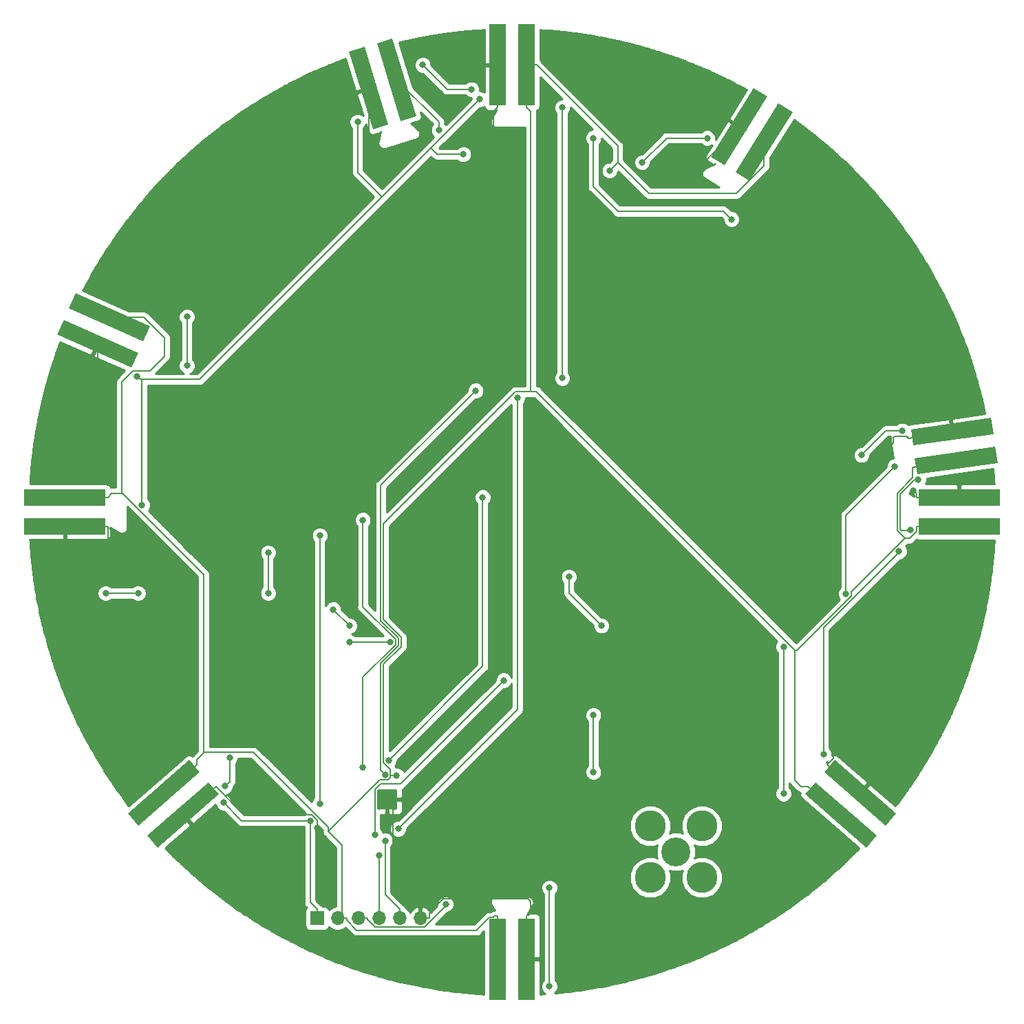
<source format=gbr>
G04 #@! TF.GenerationSoftware,KiCad,Pcbnew,(5.0.1)-4*
G04 #@! TF.CreationDate,2018-11-24T23:14:57-05:00*
G04 #@! TF.ProjectId,geodesic,67656F64657369632E6B696361645F70,rev?*
G04 #@! TF.SameCoordinates,Original*
G04 #@! TF.FileFunction,Copper,L2,Bot,Signal*
G04 #@! TF.FilePolarity,Positive*
%FSLAX46Y46*%
G04 Gerber Fmt 4.6, Leading zero omitted, Abs format (unit mm)*
G04 Created by KiCad (PCBNEW (5.0.1)-4) date 2018-11-24 11:14:57 PM*
%MOMM*%
%LPD*%
G01*
G04 APERTURE LIST*
G04 #@! TA.AperFunction,SMDPad,CuDef*
%ADD10R,2.000000X10.000000*%
G04 #@! TD*
G04 #@! TA.AperFunction,SMDPad,CuDef*
%ADD11R,10.000000X2.000000*%
G04 #@! TD*
G04 #@! TA.AperFunction,SMDPad,CuDef*
%ADD12C,2.000000*%
G04 #@! TD*
G04 #@! TA.AperFunction,Conductor*
%ADD13C,0.100000*%
G04 #@! TD*
G04 #@! TA.AperFunction,ComponentPad*
%ADD14R,1.700000X1.700000*%
G04 #@! TD*
G04 #@! TA.AperFunction,ComponentPad*
%ADD15O,1.700000X1.700000*%
G04 #@! TD*
G04 #@! TA.AperFunction,ViaPad*
%ADD16C,0.500000*%
G04 #@! TD*
G04 #@! TA.AperFunction,Conductor*
%ADD17C,2.500000*%
G04 #@! TD*
G04 #@! TA.AperFunction,ComponentPad*
%ADD18C,3.810000*%
G04 #@! TD*
G04 #@! TA.AperFunction,ComponentPad*
%ADD19C,3.556000*%
G04 #@! TD*
G04 #@! TA.AperFunction,ViaPad*
%ADD20C,0.800000*%
G04 #@! TD*
G04 #@! TA.AperFunction,Conductor*
%ADD21C,0.200000*%
G04 #@! TD*
G04 #@! TA.AperFunction,Conductor*
%ADD22C,0.254000*%
G04 #@! TD*
G04 APERTURE END LIST*
D10*
G04 #@! TO.P,J1,5*
G04 #@! TO.N,GND*
X149800000Y-160000000D03*
G04 #@! TO.P,J1,2*
G04 #@! TO.N,/Clock*
X146200000Y-160000000D03*
G04 #@! TD*
D11*
G04 #@! TO.P,J2,5*
G04 #@! TO.N,GND*
X93000000Y-106800000D03*
G04 #@! TO.P,J2,2*
G04 #@! TO.N,/Clock*
X93000000Y-103200000D03*
G04 #@! TD*
D10*
G04 #@! TO.P,J3,5*
G04 #@! TO.N,GND*
X146200000Y-50000000D03*
G04 #@! TO.P,J3,2*
G04 #@! TO.N,/Clock*
X149800000Y-50000000D03*
G04 #@! TD*
D11*
G04 #@! TO.P,J4,5*
G04 #@! TO.N,GND*
X203000000Y-103200000D03*
G04 #@! TO.P,J4,2*
G04 #@! TO.N,/Clock*
X203000000Y-106800000D03*
G04 #@! TD*
D12*
G04 #@! TO.P,J5,5*
G04 #@! TO.N,GND*
X107524454Y-142278182D03*
D13*
G04 #@! TD*
G04 #@! TO.N,GND*
G04 #@! TO.C,J5*
G36*
X103094847Y-144803768D02*
X110641943Y-138243177D01*
X111954061Y-139752596D01*
X104406965Y-146313187D01*
X103094847Y-144803768D01*
X103094847Y-144803768D01*
G37*
D12*
G04 #@! TO.P,J5,2*
G04 #@! TO.N,/Clock*
X105162642Y-139561228D03*
D13*
G04 #@! TD*
G04 #@! TO.N,/Clock*
G04 #@! TO.C,J5*
G36*
X100733035Y-142086814D02*
X108280131Y-135526223D01*
X109592249Y-137035642D01*
X102045153Y-143596233D01*
X100733035Y-142086814D01*
X100733035Y-142086814D01*
G37*
D12*
G04 #@! TO.P,J6,5*
G04 #@! TO.N,GND*
X97005602Y-84318064D03*
D13*
G04 #@! TD*
G04 #@! TO.N,GND*
G04 #@! TO.C,J6*
G36*
X92844611Y-81370835D02*
X101980066Y-85438202D01*
X101166593Y-87265293D01*
X92031138Y-83197926D01*
X92844611Y-81370835D01*
X92844611Y-81370835D01*
G37*
D12*
G04 #@! TO.P,J6,2*
G04 #@! TO.N,/Clock*
X98469853Y-81029301D03*
D13*
G04 #@! TD*
G04 #@! TO.N,/Clock*
G04 #@! TO.C,J6*
G36*
X94308862Y-78082072D02*
X103444317Y-82149439D01*
X102630844Y-83976530D01*
X93495389Y-79909163D01*
X94308862Y-78082072D01*
X94308862Y-78082072D01*
G37*
D12*
G04 #@! TO.P,J7,5*
G04 #@! TO.N,GND*
X130360510Y-52877794D03*
D13*
G04 #@! TD*
G04 #@! TO.N,GND*
G04 #@! TO.C,J7*
G36*
X129854956Y-47803899D02*
X132778673Y-57366946D01*
X130866064Y-57951689D01*
X127942347Y-48388642D01*
X129854956Y-47803899D01*
X129854956Y-47803899D01*
G37*
D12*
G04 #@! TO.P,J7,2*
G04 #@! TO.N,/Clock*
X133803207Y-51825255D03*
D13*
G04 #@! TD*
G04 #@! TO.N,/Clock*
G04 #@! TO.C,J7*
G36*
X133297653Y-46751360D02*
X136221370Y-56314407D01*
X134308761Y-56899150D01*
X131385044Y-47336103D01*
X133297653Y-46751360D01*
X133297653Y-46751360D01*
G37*
D12*
G04 #@! TO.P,J8,5*
G04 #@! TO.N,GND*
X175943917Y-57606386D03*
D13*
G04 #@! TD*
G04 #@! TO.N,GND*
G04 #@! TO.C,J8*
G36*
X179441561Y-53896065D02*
X174142369Y-62376546D01*
X172446273Y-61316707D01*
X177745465Y-52836226D01*
X179441561Y-53896065D01*
X179441561Y-53896065D01*
G37*
D12*
G04 #@! TO.P,J8,2*
G04 #@! TO.N,/Clock*
X178996890Y-59514095D03*
D13*
G04 #@! TD*
G04 #@! TO.N,/Clock*
G04 #@! TO.C,J8*
G36*
X182494534Y-55803774D02*
X177195342Y-64284255D01*
X175499246Y-63224416D01*
X180798438Y-54743935D01*
X182494534Y-55803774D01*
X182494534Y-55803774D01*
G37*
D12*
G04 #@! TO.P,J9,5*
G04 #@! TO.N,GND*
X202148148Y-95123383D03*
D13*
G04 #@! TD*
G04 #@! TO.N,GND*
G04 #@! TO.C,J9*
G36*
X207238661Y-95417786D02*
X197335981Y-96809517D01*
X197057635Y-94828980D01*
X206960315Y-93437249D01*
X207238661Y-95417786D01*
X207238661Y-95417786D01*
G37*
D12*
G04 #@! TO.P,J9,2*
G04 #@! TO.N,/Clock*
X202649171Y-98688348D03*
D13*
G04 #@! TD*
G04 #@! TO.N,/Clock*
G04 #@! TO.C,J9*
G36*
X207739684Y-98982751D02*
X197837004Y-100374482D01*
X197558658Y-98393945D01*
X207461338Y-97002214D01*
X207739684Y-98982751D01*
X207739684Y-98982751D01*
G37*
D12*
G04 #@! TO.P,J10,5*
G04 #@! TO.N,GND*
X190837358Y-139561228D03*
D13*
G04 #@! TD*
G04 #@! TO.N,GND*
G04 #@! TO.C,J10*
G36*
X193954847Y-143596233D02*
X186407751Y-137035642D01*
X187719869Y-135526223D01*
X195266965Y-142086814D01*
X193954847Y-143596233D01*
X193954847Y-143596233D01*
G37*
D12*
G04 #@! TO.P,J10,2*
G04 #@! TO.N,/Clock*
X188475546Y-142278182D03*
D13*
G04 #@! TD*
G04 #@! TO.N,/Clock*
G04 #@! TO.C,J10*
G36*
X191593035Y-146313187D02*
X184045939Y-139752596D01*
X185358057Y-138243177D01*
X192905153Y-144803768D01*
X191593035Y-146313187D01*
X191593035Y-146313187D01*
G37*
D14*
G04 #@! TO.P,J11,1*
G04 #@! TO.N,+5V*
X124000000Y-155000000D03*
D15*
G04 #@! TO.P,J11,2*
G04 #@! TO.N,/Clock*
X126540000Y-155000000D03*
G04 #@! TO.P,J11,3*
G04 #@! TO.N,/Data_Out*
X129080000Y-155000000D03*
G04 #@! TO.P,J11,4*
G04 #@! TO.N,/Data_In*
X131620000Y-155000000D03*
G04 #@! TO.P,J11,5*
G04 #@! TO.N,/Reset*
X134160000Y-155000000D03*
G04 #@! TO.P,J11,6*
G04 #@! TO.N,GND*
X136700000Y-155000000D03*
G04 #@! TD*
D16*
G04 #@! TO.N,GND*
G04 #@! TO.C,U1*
X133625000Y-139375000D03*
X133625000Y-141375000D03*
X131625000Y-139375000D03*
X131625000Y-141375000D03*
D13*
G36*
X133649504Y-139126204D02*
X133673773Y-139129804D01*
X133697571Y-139135765D01*
X133720671Y-139144030D01*
X133742849Y-139154520D01*
X133763893Y-139167133D01*
X133783598Y-139181747D01*
X133801777Y-139198223D01*
X133818253Y-139216402D01*
X133832867Y-139236107D01*
X133845480Y-139257151D01*
X133855970Y-139279329D01*
X133864235Y-139302429D01*
X133870196Y-139326227D01*
X133873796Y-139350496D01*
X133875000Y-139375000D01*
X133875000Y-141375000D01*
X133873796Y-141399504D01*
X133870196Y-141423773D01*
X133864235Y-141447571D01*
X133855970Y-141470671D01*
X133845480Y-141492849D01*
X133832867Y-141513893D01*
X133818253Y-141533598D01*
X133801777Y-141551777D01*
X133783598Y-141568253D01*
X133763893Y-141582867D01*
X133742849Y-141595480D01*
X133720671Y-141605970D01*
X133697571Y-141614235D01*
X133673773Y-141620196D01*
X133649504Y-141623796D01*
X133625000Y-141625000D01*
X131625000Y-141625000D01*
X131600496Y-141623796D01*
X131576227Y-141620196D01*
X131552429Y-141614235D01*
X131529329Y-141605970D01*
X131507151Y-141595480D01*
X131486107Y-141582867D01*
X131466402Y-141568253D01*
X131448223Y-141551777D01*
X131431747Y-141533598D01*
X131417133Y-141513893D01*
X131404520Y-141492849D01*
X131394030Y-141470671D01*
X131385765Y-141447571D01*
X131379804Y-141423773D01*
X131376204Y-141399504D01*
X131375000Y-141375000D01*
X131375000Y-139375000D01*
X131376204Y-139350496D01*
X131379804Y-139326227D01*
X131385765Y-139302429D01*
X131394030Y-139279329D01*
X131404520Y-139257151D01*
X131417133Y-139236107D01*
X131431747Y-139216402D01*
X131448223Y-139198223D01*
X131466402Y-139181747D01*
X131486107Y-139167133D01*
X131507151Y-139154520D01*
X131529329Y-139144030D01*
X131552429Y-139135765D01*
X131576227Y-139129804D01*
X131600496Y-139126204D01*
X131625000Y-139125000D01*
X133625000Y-139125000D01*
X133649504Y-139126204D01*
X133649504Y-139126204D01*
G37*
D17*
X132625000Y-140375000D03*
G04 #@! TD*
D18*
G04 #@! TO.P,J12,2*
G04 #@! TO.N,N/C*
X165000000Y-143650000D03*
D19*
G04 #@! TO.P,J12,1*
X168175000Y-146825000D03*
D18*
G04 #@! TO.P,J12,2*
X171350000Y-143650000D03*
X165000000Y-150000000D03*
X171350000Y-150000000D03*
G04 #@! TD*
D20*
G04 #@! TO.N,/Clock*
X133796700Y-137446800D03*
X139000000Y-58000000D03*
X160000000Y-63000000D03*
G04 #@! TO.N,/Data_Out*
X186315700Y-134789700D03*
X195605400Y-109865100D03*
X139823700Y-153257800D03*
X112693700Y-138746200D03*
X113278000Y-135231100D03*
X144009600Y-54232100D03*
X102467400Y-104154600D03*
X129000000Y-57000000D03*
X172000000Y-59000000D03*
X164000000Y-62000000D03*
X142000000Y-61000000D03*
X191000000Y-98000000D03*
X196000000Y-95000000D03*
X101869100Y-88290348D03*
G04 #@! TO.N,/Data_In*
X195074300Y-99406800D03*
X189090300Y-115067800D03*
X152593000Y-163361400D03*
X152593000Y-151228400D03*
X131620000Y-147299200D03*
G04 #@! TO.N,/Reset*
X132381500Y-145442800D03*
G04 #@! TO.N,GND*
X197361100Y-102342500D03*
X187565400Y-131793800D03*
X194218300Y-97243700D03*
X100761900Y-111676100D03*
X123989000Y-143887500D03*
X144951400Y-91900500D03*
X145738400Y-86232900D03*
X132000000Y-63000000D03*
X143000000Y-64000000D03*
X169000000Y-64000000D03*
X98000000Y-97000000D03*
X105000000Y-101000000D03*
X111000000Y-109000000D03*
X141000000Y-119000000D03*
G04 #@! TO.N,+5V*
X197985000Y-101018100D03*
X196979500Y-107232300D03*
X181397900Y-121579600D03*
X181397900Y-139669900D03*
X112510300Y-140775400D03*
X124348800Y-140875000D03*
X124348800Y-107906800D03*
X154167000Y-88537400D03*
X154167000Y-55250300D03*
X123148700Y-142990800D03*
X143000000Y-53000000D03*
X137000000Y-50000000D03*
X175000000Y-69000000D03*
X158000000Y-59000000D03*
X108000000Y-81000000D03*
X108000000Y-87000000D03*
X118000000Y-110000000D03*
X118000000Y-115000000D03*
X126000000Y-117000000D03*
X128000000Y-119000000D03*
X128000000Y-121000000D03*
X133000000Y-121000000D03*
X159000000Y-119000000D03*
X155000000Y-113000000D03*
X102000000Y-115000000D03*
X98000000Y-115000000D03*
X158000000Y-130000000D03*
X158000000Y-137000000D03*
G04 #@! TO.N,Net-(U1-Pad3)*
X143518200Y-90073600D03*
X132388600Y-137312300D03*
G04 #@! TO.N,Net-(U1-Pad4)*
X132845700Y-135552200D03*
X144388900Y-103206300D03*
G04 #@! TO.N,Net-(U1-Pad5)*
X129636300Y-136448800D03*
X129636300Y-105994800D03*
G04 #@! TO.N,Net-(U1-Pad15)*
X131123800Y-144695200D03*
X146965300Y-125724200D03*
G04 #@! TO.N,Net-(R2-Pad1)*
X133989400Y-143983500D03*
X148674500Y-90929300D03*
G04 #@! TD*
D21*
G04 #@! TO.N,/Clock*
X182757200Y-121996100D02*
X183081700Y-121996100D01*
X183081700Y-121996100D02*
X189740600Y-115337200D01*
X189740600Y-115337200D02*
X189740600Y-114809100D01*
X189740600Y-114809100D02*
X196337000Y-108212700D01*
X150301800Y-90230800D02*
X150991900Y-90230800D01*
X150991900Y-90230800D02*
X182757200Y-121996100D01*
X182757200Y-121996100D02*
X182757200Y-137993100D01*
X182757200Y-137993100D02*
X183570400Y-138806300D01*
X183570400Y-138806300D02*
X184423800Y-138806300D01*
X197749700Y-106800000D02*
X197749700Y-107381800D01*
X197749700Y-107381800D02*
X196918800Y-108212700D01*
X196918800Y-108212700D02*
X196337000Y-108212700D01*
X197290600Y-99518500D02*
X197290600Y-100784200D01*
X197290600Y-100784200D02*
X195389300Y-102685500D01*
X195389300Y-102685500D02*
X195389300Y-107265000D01*
X195389300Y-107265000D02*
X196337000Y-108212700D01*
X202667500Y-98722700D02*
X197290600Y-99518500D01*
X110066400Y-134579600D02*
X110066400Y-112685700D01*
X110066400Y-112685700D02*
X100094300Y-102713600D01*
X98736700Y-102713600D02*
X98250300Y-103200000D01*
X203000000Y-106800000D02*
X197749700Y-106800000D01*
X127640300Y-155000000D02*
X127640300Y-155228000D01*
X127640300Y-155228000D02*
X128863000Y-156450700D01*
X128863000Y-156450700D02*
X143624900Y-156450700D01*
X143624900Y-156450700D02*
X145180800Y-154894800D01*
X145180800Y-154894800D02*
X145668700Y-154894800D01*
X145668700Y-154894800D02*
X145727100Y-154836400D01*
X145727100Y-154836400D02*
X145727100Y-154808100D01*
X145727100Y-154808100D02*
X145785500Y-154749700D01*
X145785500Y-154749700D02*
X146200000Y-154749700D01*
X149800000Y-55250300D02*
X150301800Y-55752100D01*
X150301800Y-55752100D02*
X150301800Y-90230800D01*
X188468500Y-142296400D02*
X184423800Y-138806300D01*
X149800000Y-50000000D02*
X149800000Y-55250300D01*
X133039000Y-137446800D02*
X133039000Y-137704800D01*
X133039000Y-137704800D02*
X132781100Y-137962700D01*
X132781100Y-137962700D02*
X131762500Y-137962700D01*
X131762500Y-137962700D02*
X125404600Y-144320600D01*
X133039000Y-137446800D02*
X133796700Y-137446800D01*
X125404600Y-144320600D02*
X125404600Y-143825100D01*
X125404600Y-143825100D02*
X116159100Y-134579600D01*
X116159100Y-134579600D02*
X110066400Y-134579600D01*
X127090200Y-155000000D02*
X127090200Y-146006200D01*
X127090200Y-146006200D02*
X125404600Y-144320600D01*
X110066400Y-134579600D02*
X110066400Y-134684000D01*
X110066400Y-134684000D02*
X109224300Y-135526100D01*
X109224300Y-135526100D02*
X109224300Y-136080600D01*
X93000000Y-103200000D02*
X98250300Y-103200000D01*
X127090200Y-155000000D02*
X127640300Y-155000000D01*
X126540000Y-155000000D02*
X127090200Y-155000000D01*
X105179600Y-139570800D02*
X109224300Y-136080600D01*
X146200000Y-160000000D02*
X146200000Y-154749700D01*
X133803207Y-51825255D02*
X139000000Y-57022048D01*
X139000000Y-57022048D02*
X139000000Y-58000000D01*
X160000000Y-63000000D02*
X161000000Y-62000000D01*
X151000000Y-50000000D02*
X149800000Y-50000000D01*
X161000000Y-60000000D02*
X151000000Y-50000000D01*
X161000000Y-62000000D02*
X161000000Y-60000000D01*
X175629130Y-65823289D02*
X164823289Y-65823289D01*
X178996890Y-59514095D02*
X178996890Y-62455529D01*
X178996890Y-62455529D02*
X175629130Y-65823289D01*
X164823289Y-65823289D02*
X161000000Y-62000000D01*
X103440495Y-87640338D02*
X101359662Y-87640338D01*
X105237575Y-83566741D02*
X105237575Y-85843259D01*
X98469853Y-81029301D02*
X102700135Y-81029301D01*
X105237575Y-85843259D02*
X103440495Y-87640338D01*
X102700135Y-81029301D02*
X105237575Y-83566741D01*
X100000000Y-89000000D02*
X100000000Y-102713600D01*
X101359662Y-87640338D02*
X100000000Y-89000000D01*
X100094300Y-102713600D02*
X100000000Y-102713600D01*
X100000000Y-102713600D02*
X98736700Y-102713600D01*
X134350022Y-121601962D02*
X132195400Y-123756584D01*
X132195400Y-118243418D02*
X134350023Y-120398041D01*
X134350023Y-120398041D02*
X134350022Y-121601962D01*
X132195400Y-123756584D02*
X132195400Y-135852100D01*
X133039000Y-136695700D02*
X133039000Y-137446800D01*
X132195400Y-135852100D02*
X133039000Y-136695700D01*
X148427800Y-90230800D02*
X132195400Y-106463200D01*
X150301800Y-90230800D02*
X148427800Y-90230800D01*
X132195400Y-106463200D02*
X132195400Y-118243418D01*
G04 #@! TO.N,/Data_Out*
X186315700Y-134789700D02*
X186315700Y-119257500D01*
X186315700Y-119257500D02*
X195605400Y-109967800D01*
X195605400Y-109967800D02*
X195605400Y-109865100D01*
X129080000Y-155000000D02*
X130180300Y-155000000D01*
X130180300Y-155000000D02*
X130180300Y-155139800D01*
X130180300Y-155139800D02*
X131140900Y-156100400D01*
X131140900Y-156100400D02*
X137197700Y-156100400D01*
X137197700Y-156100400D02*
X139823700Y-153474400D01*
X139823700Y-153474400D02*
X139823700Y-153257800D01*
X112693700Y-138746200D02*
X113278000Y-138161900D01*
X113278000Y-138161900D02*
X113278000Y-135231100D01*
X102467400Y-88707400D02*
X109534300Y-88707400D01*
X102467400Y-88707400D02*
X102467400Y-104154600D01*
X129000000Y-63241700D02*
X132000000Y-66241700D01*
X129000000Y-57000000D02*
X129000000Y-63241700D01*
X109534300Y-88707400D02*
X132000000Y-66241700D01*
X172000000Y-59000000D02*
X167000000Y-59000000D01*
X167000000Y-59000000D02*
X164000000Y-62000000D01*
X138758300Y-61000000D02*
X138000000Y-60241700D01*
X142000000Y-61000000D02*
X138758300Y-61000000D01*
X132000000Y-66241700D02*
X138000000Y-60241700D01*
X138000000Y-60241700D02*
X144009600Y-54232100D01*
X191000000Y-98000000D02*
X194000000Y-95000000D01*
X194000000Y-95000000D02*
X196000000Y-95000000D01*
X102286152Y-88707400D02*
X102269099Y-88690347D01*
X102269099Y-88690347D02*
X101869100Y-88290348D01*
X102467400Y-88707400D02*
X102286152Y-88707400D01*
G04 #@! TO.N,/Data_In*
X189090300Y-115067800D02*
X189090300Y-105390800D01*
X189090300Y-105390800D02*
X195074300Y-99406800D01*
X152593000Y-163361400D02*
X152593000Y-151228400D01*
X131620000Y-155000000D02*
X131620000Y-147299200D01*
G04 #@! TO.N,/Reset*
X134160000Y-153899700D02*
X132381500Y-152121200D01*
X132381500Y-152121200D02*
X132381500Y-145442800D01*
X134160000Y-155000000D02*
X134160000Y-153899700D01*
G04 #@! TO.N,GND*
X203000000Y-103200000D02*
X197749700Y-103200000D01*
X197361100Y-102342500D02*
X197749700Y-102731100D01*
X197749700Y-102731100D02*
X197749700Y-103200000D01*
X190820400Y-139570800D02*
X186775700Y-136080600D01*
X186775700Y-136080600D02*
X187565400Y-135290900D01*
X187565400Y-135290900D02*
X187565400Y-131793800D01*
X194218300Y-97243700D02*
X194927200Y-96534800D01*
X194927200Y-96534800D02*
X194927200Y-95835000D01*
X194927200Y-95835000D02*
X195095600Y-95666600D01*
X195095600Y-95666600D02*
X196472900Y-95666600D01*
X196472900Y-95666600D02*
X196763500Y-95957200D01*
X196763500Y-95957200D02*
X196763500Y-95957300D01*
X93000000Y-106800000D02*
X98250300Y-106800000D01*
X98250300Y-106800000D02*
X98250300Y-109164500D01*
X98250300Y-109164500D02*
X100761900Y-111676100D01*
X149800000Y-154749700D02*
X150282200Y-154267500D01*
X150282200Y-154267500D02*
X150282200Y-152911200D01*
X150282200Y-152911200D02*
X149978500Y-152607500D01*
X149978500Y-152607500D02*
X139554400Y-152607500D01*
X139554400Y-152607500D02*
X137800300Y-154361600D01*
X137800300Y-154361600D02*
X137800300Y-155000000D01*
X123989000Y-143887500D02*
X123989000Y-142904900D01*
X123989000Y-142904900D02*
X123380500Y-142296400D01*
X123380500Y-142296400D02*
X118704800Y-142296400D01*
X118704800Y-142296400D02*
X118704800Y-142151300D01*
X118704800Y-142151300D02*
X118499600Y-141946100D01*
X118499600Y-141946100D02*
X114775800Y-141946100D01*
X114775800Y-141946100D02*
X114745900Y-141976000D01*
X114745900Y-141976000D02*
X111576200Y-138806300D01*
X202140300Y-95161500D02*
X196763500Y-95957300D01*
X107531500Y-142296400D02*
X111576200Y-138806300D01*
X136700000Y-155000000D02*
X137800300Y-155000000D01*
X149800000Y-160000000D02*
X149800000Y-154749700D01*
X133625000Y-141375000D02*
X133339100Y-141660900D01*
X133339100Y-141660900D02*
X133339100Y-150538800D01*
X133339100Y-150538800D02*
X136700000Y-153899700D01*
X145738400Y-86232900D02*
X144951400Y-87019900D01*
X144951400Y-87019900D02*
X144951400Y-91900500D01*
X146200000Y-55250300D02*
X145738400Y-55711900D01*
X146200000Y-50000000D02*
X146200000Y-55250300D01*
X131625000Y-141375000D02*
X131625000Y-139375000D01*
X136700000Y-155000000D02*
X136700000Y-153899700D01*
X132625000Y-140375000D02*
X131625000Y-141375000D01*
X144738400Y-64000000D02*
X145738400Y-63000000D01*
X143000000Y-64000000D02*
X144738400Y-64000000D01*
X145738400Y-55711900D02*
X145738400Y-63000000D01*
X145738400Y-63000000D02*
X145738400Y-86232900D01*
X130360510Y-52877794D02*
X130360510Y-56964214D01*
X130360510Y-56964214D02*
X130368918Y-56972622D01*
X130368918Y-61368918D02*
X131600001Y-62600001D01*
X131600001Y-62600001D02*
X132000000Y-63000000D01*
X130368918Y-56972622D02*
X130368918Y-61368918D01*
X175943917Y-57606386D02*
X169550303Y-64000000D01*
X169550303Y-64000000D02*
X169000000Y-64000000D01*
X97005602Y-84318064D02*
X97005602Y-96005602D01*
X97005602Y-96005602D02*
X98000000Y-97000000D01*
X105000000Y-101000000D02*
X105000000Y-103000000D01*
X105000000Y-103000000D02*
X111000000Y-109000000D01*
G04 #@! TO.N,+5V*
X181397900Y-139669900D02*
X181397900Y-121579600D01*
X196979500Y-107232300D02*
X196905500Y-107306300D01*
X196905500Y-107306300D02*
X195926000Y-107306300D01*
X195926000Y-107306300D02*
X195739600Y-107119900D01*
X195739600Y-107119900D02*
X195739600Y-102830600D01*
X195739600Y-102830600D02*
X197552100Y-101018100D01*
X197552100Y-101018100D02*
X197985000Y-101018100D01*
X123148700Y-142990800D02*
X114725700Y-142990800D01*
X114725700Y-142990800D02*
X112510300Y-140775400D01*
X124000000Y-153899700D02*
X123148700Y-153048400D01*
X123148700Y-153048400D02*
X123148700Y-142990800D01*
X124348800Y-140875000D02*
X124348800Y-107906800D01*
X154167000Y-88537400D02*
X154167000Y-55250300D01*
X124000000Y-155000000D02*
X124000000Y-153899700D01*
X143000000Y-53000000D02*
X140000000Y-53000000D01*
X140000000Y-53000000D02*
X137000000Y-50000000D01*
X175000000Y-69000000D02*
X174000000Y-68000000D01*
X174000000Y-68000000D02*
X161000000Y-68000000D01*
X161000000Y-68000000D02*
X158000000Y-65000000D01*
X158000000Y-65000000D02*
X158000000Y-59000000D01*
X108000000Y-81000000D02*
X108000000Y-87000000D01*
X118000000Y-110000000D02*
X118000000Y-115000000D01*
X126000000Y-117000000D02*
X128000000Y-119000000D01*
X128000000Y-121000000D02*
X133000000Y-121000000D01*
X159000000Y-119000000D02*
X155000000Y-115000000D01*
X155000000Y-115000000D02*
X155000000Y-113000000D01*
X102000000Y-115000000D02*
X98000000Y-115000000D01*
X158000000Y-130000000D02*
X158000000Y-137000000D01*
G04 #@! TO.N,Net-(U1-Pad3)*
X131845100Y-118388106D02*
X134000013Y-120543019D01*
X131988601Y-136912301D02*
X132388600Y-137312300D01*
X134000012Y-121456982D02*
X131845100Y-123611894D01*
X131845100Y-123611894D02*
X131845100Y-136768800D01*
X131845100Y-136768800D02*
X131988601Y-136912301D01*
X134000013Y-120543019D02*
X134000012Y-121456982D01*
X131845100Y-101746700D02*
X131845100Y-118388106D01*
X143518200Y-90073600D02*
X131845100Y-101746700D01*
G04 #@! TO.N,Net-(U1-Pad4)*
X132845700Y-135552200D02*
X144388900Y-124009000D01*
X144388900Y-124009000D02*
X144388900Y-103206300D01*
G04 #@! TO.N,Net-(U1-Pad5)*
X129636300Y-116674296D02*
X133650002Y-120687998D01*
X133650002Y-120687998D02*
X133650002Y-121312002D01*
X133650002Y-121312002D02*
X129636300Y-125325704D01*
X129636300Y-135883115D02*
X129636300Y-136448800D01*
X129636300Y-125325704D02*
X129636300Y-135883115D01*
X129636300Y-105994800D02*
X129636300Y-116674296D01*
G04 #@! TO.N,Net-(U1-Pad15)*
X131123800Y-144695200D02*
X131123800Y-139136500D01*
X131123800Y-139136500D02*
X131805900Y-138454400D01*
X131805900Y-138454400D02*
X134235100Y-138454400D01*
X134235100Y-138454400D02*
X146965300Y-125724200D01*
G04 #@! TO.N,Net-(R2-Pad1)*
X148674500Y-90929300D02*
X148674500Y-129298400D01*
X148674500Y-129298400D02*
X133989400Y-143983500D01*
G04 #@! TD*
D22*
G04 #@! TO.N,GND*
G36*
X150301800Y-90980199D02*
X150374188Y-90965800D01*
X150687454Y-90965800D01*
X180617721Y-120896068D01*
X180520469Y-120993320D01*
X180362900Y-121373726D01*
X180362900Y-121785474D01*
X180520469Y-122165880D01*
X180662901Y-122308312D01*
X180662900Y-138941189D01*
X180520469Y-139083620D01*
X180362900Y-139464026D01*
X180362900Y-139875774D01*
X180520469Y-140256180D01*
X180811620Y-140547331D01*
X181192026Y-140704900D01*
X181603774Y-140704900D01*
X181984180Y-140547331D01*
X182275331Y-140256180D01*
X182432900Y-139875774D01*
X182432900Y-139464026D01*
X182275331Y-139083620D01*
X182132900Y-138941189D01*
X182132900Y-138381732D01*
X182185322Y-138460187D01*
X182227296Y-138523005D01*
X182288663Y-138564009D01*
X182999490Y-139274837D01*
X183040495Y-139336205D01*
X183283617Y-139498654D01*
X183441707Y-139530100D01*
X183431956Y-139547160D01*
X183400076Y-139797759D01*
X183466523Y-140041482D01*
X183621180Y-140241225D01*
X190658557Y-146358724D01*
X190630935Y-146387210D01*
X190628069Y-146391645D01*
X190369495Y-146666901D01*
X190093535Y-146934499D01*
X190089274Y-146937346D01*
X190046879Y-146979741D01*
X190003879Y-147021438D01*
X190000970Y-147025650D01*
X189406884Y-147619736D01*
X189084315Y-147932530D01*
X188761688Y-148235604D01*
X188469697Y-148501831D01*
X188465492Y-148504455D01*
X188421677Y-148545615D01*
X188377289Y-148586086D01*
X188374351Y-148590073D01*
X188091688Y-148855604D01*
X187759318Y-149158648D01*
X187472074Y-149412099D01*
X187472072Y-149412100D01*
X187086895Y-149751963D01*
X186786205Y-150009697D01*
X186782072Y-150012100D01*
X186736872Y-150051982D01*
X186691124Y-150091195D01*
X186688172Y-150094953D01*
X186401021Y-150348322D01*
X186008855Y-150673259D01*
X186008854Y-150673260D01*
X185712400Y-150918893D01*
X185356795Y-151205352D01*
X185057581Y-151444724D01*
X185056584Y-151445245D01*
X185006859Y-151485301D01*
X184956943Y-151525234D01*
X184956218Y-151526096D01*
X184650380Y-151772465D01*
X184299368Y-152045474D01*
X183994854Y-152273860D01*
X183993561Y-152274487D01*
X183942851Y-152312862D01*
X183891998Y-152351002D01*
X183891039Y-152352071D01*
X183572973Y-152592771D01*
X183217472Y-152859396D01*
X182855718Y-153123380D01*
X182538858Y-153346038D01*
X182533459Y-153348541D01*
X182485683Y-153383404D01*
X182437352Y-153417367D01*
X182433249Y-153421667D01*
X182119061Y-153650940D01*
X181797525Y-153870940D01*
X181793721Y-153872621D01*
X181743893Y-153907635D01*
X181693662Y-153942004D01*
X181690755Y-153944975D01*
X181378823Y-154164171D01*
X181061560Y-154372897D01*
X181061558Y-154372898D01*
X180630543Y-154656461D01*
X180295220Y-154871412D01*
X180291558Y-154872898D01*
X180240509Y-154906483D01*
X180189096Y-154939440D01*
X180186250Y-154942180D01*
X179862396Y-155155242D01*
X179490879Y-155389885D01*
X179159459Y-155593837D01*
X179159455Y-155593838D01*
X178719379Y-155864655D01*
X178337941Y-156089606D01*
X177994179Y-156287269D01*
X177990721Y-156288479D01*
X177937905Y-156319627D01*
X177884658Y-156350244D01*
X177881895Y-156352659D01*
X177547941Y-156549606D01*
X177156452Y-156774712D01*
X176818890Y-156960372D01*
X176818889Y-156960372D01*
X176367566Y-157208600D01*
X176025046Y-157388423D01*
X176018889Y-157390372D01*
X175967526Y-157418622D01*
X175915657Y-157445853D01*
X175910638Y-157449910D01*
X175567566Y-157638600D01*
X175181868Y-157841092D01*
X174833228Y-158011161D01*
X174826977Y-158012938D01*
X174774828Y-158039648D01*
X174722218Y-158065312D01*
X174717050Y-158069242D01*
X174364871Y-158249627D01*
X174019065Y-158418314D01*
X174019063Y-158418314D01*
X173556554Y-158643928D01*
X173155296Y-158829878D01*
X172794427Y-158993129D01*
X172791473Y-158993844D01*
X172735203Y-159019920D01*
X172678745Y-159045461D01*
X172676276Y-159047228D01*
X172325296Y-159209878D01*
X171913953Y-159395962D01*
X171557070Y-159548912D01*
X171554205Y-159549545D01*
X171497254Y-159574548D01*
X171440267Y-159598971D01*
X171437855Y-159600626D01*
X171095921Y-159750743D01*
X170729005Y-159895803D01*
X170719760Y-159897759D01*
X170668637Y-159919669D01*
X170616895Y-159940125D01*
X170608951Y-159945249D01*
X170252438Y-160098040D01*
X169901891Y-160231582D01*
X169897795Y-160232328D01*
X169841218Y-160254696D01*
X169784299Y-160276379D01*
X169780768Y-160278594D01*
X169411173Y-160424713D01*
X168997444Y-160582324D01*
X168630761Y-160718765D01*
X168630758Y-160718765D01*
X168146221Y-160899059D01*
X167783993Y-161025418D01*
X167783990Y-161025418D01*
X167353993Y-161175418D01*
X167353990Y-161175418D01*
X166869165Y-161344544D01*
X166447791Y-161481736D01*
X166069704Y-161602037D01*
X166067482Y-161602301D01*
X166007651Y-161621781D01*
X165947943Y-161640779D01*
X165945992Y-161641856D01*
X165584303Y-161759615D01*
X165213314Y-161869226D01*
X165211224Y-161869430D01*
X165151017Y-161887632D01*
X165090653Y-161905467D01*
X165088793Y-161906444D01*
X164721087Y-162017611D01*
X164289651Y-162145081D01*
X163919056Y-162246153D01*
X163919054Y-162246153D01*
X163479056Y-162366153D01*
X163479054Y-162366153D01*
X162983115Y-162501410D01*
X162551667Y-162609271D01*
X162164729Y-162703856D01*
X162162989Y-162703941D01*
X162101655Y-162719275D01*
X162040138Y-162734312D01*
X162038556Y-162735049D01*
X161666805Y-162827987D01*
X161235355Y-162926044D01*
X160848716Y-163011964D01*
X160847117Y-163012007D01*
X160785362Y-163026042D01*
X160723371Y-163039818D01*
X160721903Y-163040465D01*
X160352138Y-163124502D01*
X159846823Y-163225565D01*
X159846822Y-163225565D01*
X159396823Y-163315565D01*
X159396822Y-163315565D01*
X159016239Y-163391682D01*
X158583053Y-163470443D01*
X158141519Y-163548938D01*
X157755670Y-163608959D01*
X157748477Y-163608812D01*
X157691520Y-163618938D01*
X157634323Y-163627835D01*
X157627563Y-163630308D01*
X157241519Y-163698938D01*
X156805655Y-163766739D01*
X156363620Y-163825677D01*
X155968154Y-163877260D01*
X155967204Y-163877199D01*
X155903514Y-163885691D01*
X155840180Y-163893952D01*
X155839284Y-163894255D01*
X155517205Y-163937199D01*
X155517204Y-163937199D01*
X155009927Y-164004836D01*
X154568111Y-164053927D01*
X154115113Y-164103166D01*
X153729807Y-164137415D01*
X153723302Y-164136841D01*
X153665102Y-164143167D01*
X153606817Y-164148348D01*
X153600553Y-164150183D01*
X153227364Y-164190747D01*
X153470431Y-163947680D01*
X153628000Y-163567274D01*
X153628000Y-163155526D01*
X153470431Y-162775120D01*
X153328000Y-162632689D01*
X153328000Y-151957111D01*
X153470431Y-151814680D01*
X153628000Y-151434274D01*
X153628000Y-151022526D01*
X153470431Y-150642120D01*
X153179280Y-150350969D01*
X152798874Y-150193400D01*
X152387126Y-150193400D01*
X152006720Y-150350969D01*
X151715569Y-150642120D01*
X151558000Y-151022526D01*
X151558000Y-151434274D01*
X151715569Y-151814680D01*
X151858001Y-151957112D01*
X151858000Y-162632689D01*
X151715569Y-162775120D01*
X151558000Y-163155526D01*
X151558000Y-163567274D01*
X151715569Y-163947680D01*
X152006720Y-164238831D01*
X152097368Y-164276379D01*
X151931435Y-164287200D01*
X151930956Y-164287138D01*
X151866307Y-164291448D01*
X151802183Y-164295630D01*
X151801721Y-164295754D01*
X151435000Y-164320202D01*
X151435000Y-160285750D01*
X151276250Y-160127000D01*
X149927000Y-160127000D01*
X149927000Y-160147000D01*
X149673000Y-160147000D01*
X149673000Y-160127000D01*
X149653000Y-160127000D01*
X149653000Y-159873000D01*
X149673000Y-159873000D01*
X149673000Y-159853000D01*
X149927000Y-159853000D01*
X149927000Y-159873000D01*
X151276250Y-159873000D01*
X151435000Y-159714250D01*
X151435000Y-154873690D01*
X151338327Y-154640301D01*
X151159698Y-154461673D01*
X150926309Y-154365000D01*
X150085750Y-154365000D01*
X149927002Y-154523748D01*
X149927002Y-154404472D01*
X150557694Y-153353319D01*
X150621706Y-153257519D01*
X150637790Y-153176659D01*
X150665601Y-153099045D01*
X150663169Y-153049072D01*
X150672930Y-153000000D01*
X150656845Y-152919134D01*
X150652837Y-152836791D01*
X150631468Y-152791556D01*
X150621706Y-152742481D01*
X150575899Y-152673926D01*
X150540685Y-152599384D01*
X150503631Y-152565769D01*
X150475833Y-152524167D01*
X150407279Y-152478361D01*
X150346219Y-152422968D01*
X150299121Y-152406092D01*
X150257519Y-152378294D01*
X150176656Y-152362209D01*
X150099044Y-152334399D01*
X149983964Y-152340000D01*
X146016024Y-152340000D01*
X145900956Y-152334400D01*
X145823349Y-152362208D01*
X145742481Y-152378294D01*
X145700878Y-152406092D01*
X145653781Y-152422968D01*
X145592721Y-152478361D01*
X145524167Y-152524167D01*
X145496369Y-152565769D01*
X145459315Y-152599384D01*
X145424101Y-152673926D01*
X145378294Y-152742481D01*
X145368532Y-152791556D01*
X145347163Y-152836791D01*
X145343156Y-152919132D01*
X145327070Y-153000000D01*
X145336832Y-153049076D01*
X145334400Y-153099044D01*
X145362209Y-153176653D01*
X145378294Y-153257519D01*
X145442311Y-153353327D01*
X145836594Y-154010465D01*
X145785499Y-154000302D01*
X145713115Y-154014700D01*
X145713112Y-154014700D01*
X145498717Y-154057346D01*
X145345384Y-154159800D01*
X145253184Y-154159800D01*
X145180800Y-154145402D01*
X145108416Y-154159800D01*
X145108412Y-154159800D01*
X144894017Y-154202446D01*
X144650895Y-154364895D01*
X144609890Y-154426263D01*
X143320454Y-155715700D01*
X138621846Y-155715700D01*
X140055476Y-154282071D01*
X140409980Y-154135231D01*
X140701131Y-153844080D01*
X140858700Y-153463674D01*
X140858700Y-153051926D01*
X140701131Y-152671520D01*
X140409980Y-152380369D01*
X140029574Y-152222800D01*
X139617826Y-152222800D01*
X139237420Y-152380369D01*
X138946269Y-152671520D01*
X138788700Y-153051926D01*
X138788700Y-153463674D01*
X138790539Y-153468114D01*
X137973419Y-154285234D01*
X137895183Y-154118642D01*
X137466924Y-153728355D01*
X137056890Y-153558524D01*
X136827000Y-153679845D01*
X136827000Y-154873000D01*
X136847000Y-154873000D01*
X136847000Y-155127000D01*
X136827000Y-155127000D01*
X136827000Y-155147000D01*
X136573000Y-155147000D01*
X136573000Y-155127000D01*
X136553000Y-155127000D01*
X136553000Y-154873000D01*
X136573000Y-154873000D01*
X136573000Y-153679845D01*
X136343110Y-153558524D01*
X135933076Y-153728355D01*
X135504817Y-154118642D01*
X135443843Y-154248478D01*
X135230625Y-153929375D01*
X134866968Y-153686387D01*
X134852354Y-153612917D01*
X134689905Y-153369795D01*
X134628537Y-153328790D01*
X133116500Y-151816754D01*
X133116500Y-146171511D01*
X133258931Y-146029080D01*
X133416500Y-145648674D01*
X133416500Y-145236926D01*
X133258931Y-144856520D01*
X132967780Y-144565369D01*
X132587374Y-144407800D01*
X132175626Y-144407800D01*
X132132440Y-144425688D01*
X132001231Y-144108920D01*
X131858800Y-143966489D01*
X131858800Y-142260000D01*
X132339250Y-142260000D01*
X132498000Y-142101250D01*
X132498000Y-141545365D01*
X132523128Y-141462070D01*
X132505708Y-141287930D01*
X132726872Y-141287930D01*
X132752000Y-141539122D01*
X132752000Y-142101250D01*
X132910750Y-142260000D01*
X133494413Y-142260000D01*
X133537930Y-142273128D01*
X133669164Y-142260000D01*
X134001310Y-142260000D01*
X134234699Y-142163327D01*
X134413327Y-141984698D01*
X134510000Y-141751309D01*
X134510000Y-141505587D01*
X134523128Y-141462070D01*
X134510000Y-141330836D01*
X134510000Y-140660750D01*
X134351250Y-140502000D01*
X133795365Y-140502000D01*
X133712070Y-140476872D01*
X133460878Y-140502000D01*
X132752000Y-140502000D01*
X132752000Y-141204635D01*
X132726872Y-141287930D01*
X132505708Y-141287930D01*
X132498000Y-141210878D01*
X132498000Y-140502000D01*
X132478000Y-140502000D01*
X132478000Y-140248000D01*
X132498000Y-140248000D01*
X132498000Y-140228000D01*
X132752000Y-140228000D01*
X132752000Y-140248000D01*
X133454635Y-140248000D01*
X133537930Y-140273128D01*
X133789122Y-140248000D01*
X134351250Y-140248000D01*
X134510000Y-140089250D01*
X134510000Y-139505587D01*
X134523128Y-139462070D01*
X134510000Y-139330836D01*
X134510000Y-139149118D01*
X134521883Y-139146754D01*
X134765005Y-138984305D01*
X134806011Y-138922935D01*
X146969747Y-126759200D01*
X147171174Y-126759200D01*
X147551580Y-126601631D01*
X147842731Y-126310480D01*
X147939501Y-126076856D01*
X147939501Y-128993952D01*
X133984954Y-142948500D01*
X133783526Y-142948500D01*
X133403120Y-143106069D01*
X133111969Y-143397220D01*
X132954400Y-143777626D01*
X132954400Y-144189374D01*
X133111969Y-144569780D01*
X133403120Y-144860931D01*
X133783526Y-145018500D01*
X134195274Y-145018500D01*
X134575680Y-144860931D01*
X134866831Y-144569780D01*
X135024400Y-144189374D01*
X135024400Y-143987946D01*
X135867584Y-143144762D01*
X162460000Y-143144762D01*
X162460000Y-144155238D01*
X162846692Y-145088795D01*
X163561205Y-145803308D01*
X164494762Y-146190000D01*
X165505238Y-146190000D01*
X165892690Y-146029512D01*
X165762000Y-146345025D01*
X165762000Y-147304975D01*
X165892690Y-147620488D01*
X165505238Y-147460000D01*
X164494762Y-147460000D01*
X163561205Y-147846692D01*
X162846692Y-148561205D01*
X162460000Y-149494762D01*
X162460000Y-150505238D01*
X162846692Y-151438795D01*
X163561205Y-152153308D01*
X164494762Y-152540000D01*
X165505238Y-152540000D01*
X166438795Y-152153308D01*
X167153308Y-151438795D01*
X167540000Y-150505238D01*
X167540000Y-149494762D01*
X167379512Y-149107310D01*
X167695025Y-149238000D01*
X168654975Y-149238000D01*
X168970488Y-149107310D01*
X168810000Y-149494762D01*
X168810000Y-150505238D01*
X169196692Y-151438795D01*
X169911205Y-152153308D01*
X170844762Y-152540000D01*
X171855238Y-152540000D01*
X172788795Y-152153308D01*
X173503308Y-151438795D01*
X173890000Y-150505238D01*
X173890000Y-149494762D01*
X173503308Y-148561205D01*
X172788795Y-147846692D01*
X171855238Y-147460000D01*
X170844762Y-147460000D01*
X170457310Y-147620488D01*
X170588000Y-147304975D01*
X170588000Y-146345025D01*
X170457310Y-146029512D01*
X170844762Y-146190000D01*
X171855238Y-146190000D01*
X172788795Y-145803308D01*
X173503308Y-145088795D01*
X173890000Y-144155238D01*
X173890000Y-143144762D01*
X173503308Y-142211205D01*
X172788795Y-141496692D01*
X171855238Y-141110000D01*
X170844762Y-141110000D01*
X169911205Y-141496692D01*
X169196692Y-142211205D01*
X168810000Y-143144762D01*
X168810000Y-144155238D01*
X168970488Y-144542690D01*
X168654975Y-144412000D01*
X167695025Y-144412000D01*
X167379512Y-144542690D01*
X167540000Y-144155238D01*
X167540000Y-143144762D01*
X167153308Y-142211205D01*
X166438795Y-141496692D01*
X165505238Y-141110000D01*
X164494762Y-141110000D01*
X163561205Y-141496692D01*
X162846692Y-142211205D01*
X162460000Y-143144762D01*
X135867584Y-143144762D01*
X149143038Y-129869309D01*
X149204405Y-129828305D01*
X149227242Y-129794126D01*
X156965000Y-129794126D01*
X156965000Y-130205874D01*
X157122569Y-130586280D01*
X157265000Y-130728711D01*
X157265001Y-136271288D01*
X157122569Y-136413720D01*
X156965000Y-136794126D01*
X156965000Y-137205874D01*
X157122569Y-137586280D01*
X157413720Y-137877431D01*
X157794126Y-138035000D01*
X158205874Y-138035000D01*
X158586280Y-137877431D01*
X158877431Y-137586280D01*
X159035000Y-137205874D01*
X159035000Y-136794126D01*
X158877431Y-136413720D01*
X158735000Y-136271289D01*
X158735000Y-130728711D01*
X158877431Y-130586280D01*
X159035000Y-130205874D01*
X159035000Y-129794126D01*
X158877431Y-129413720D01*
X158586280Y-129122569D01*
X158205874Y-128965000D01*
X157794126Y-128965000D01*
X157413720Y-129122569D01*
X157122569Y-129413720D01*
X156965000Y-129794126D01*
X149227242Y-129794126D01*
X149366854Y-129585183D01*
X149409500Y-129370788D01*
X149423899Y-129298400D01*
X149409500Y-129226012D01*
X149409500Y-112794126D01*
X153965000Y-112794126D01*
X153965000Y-113205874D01*
X154122569Y-113586280D01*
X154265001Y-113728712D01*
X154265000Y-114927615D01*
X154250602Y-115000000D01*
X154265000Y-115072384D01*
X154265000Y-115072387D01*
X154307646Y-115286782D01*
X154470095Y-115529905D01*
X154531465Y-115570911D01*
X157965000Y-119004447D01*
X157965000Y-119205874D01*
X158122569Y-119586280D01*
X158413720Y-119877431D01*
X158794126Y-120035000D01*
X159205874Y-120035000D01*
X159586280Y-119877431D01*
X159877431Y-119586280D01*
X160035000Y-119205874D01*
X160035000Y-118794126D01*
X159877431Y-118413720D01*
X159586280Y-118122569D01*
X159205874Y-117965000D01*
X159004447Y-117965000D01*
X155735000Y-114695554D01*
X155735000Y-113728711D01*
X155877431Y-113586280D01*
X156035000Y-113205874D01*
X156035000Y-112794126D01*
X155877431Y-112413720D01*
X155586280Y-112122569D01*
X155205874Y-111965000D01*
X154794126Y-111965000D01*
X154413720Y-112122569D01*
X154122569Y-112413720D01*
X153965000Y-112794126D01*
X149409500Y-112794126D01*
X149409500Y-91658011D01*
X149551931Y-91515580D01*
X149709500Y-91135174D01*
X149709500Y-90965800D01*
X150229412Y-90965800D01*
X150301800Y-90980199D01*
X150301800Y-90980199D01*
G37*
X150301800Y-90980199D02*
X150374188Y-90965800D01*
X150687454Y-90965800D01*
X180617721Y-120896068D01*
X180520469Y-120993320D01*
X180362900Y-121373726D01*
X180362900Y-121785474D01*
X180520469Y-122165880D01*
X180662901Y-122308312D01*
X180662900Y-138941189D01*
X180520469Y-139083620D01*
X180362900Y-139464026D01*
X180362900Y-139875774D01*
X180520469Y-140256180D01*
X180811620Y-140547331D01*
X181192026Y-140704900D01*
X181603774Y-140704900D01*
X181984180Y-140547331D01*
X182275331Y-140256180D01*
X182432900Y-139875774D01*
X182432900Y-139464026D01*
X182275331Y-139083620D01*
X182132900Y-138941189D01*
X182132900Y-138381732D01*
X182185322Y-138460187D01*
X182227296Y-138523005D01*
X182288663Y-138564009D01*
X182999490Y-139274837D01*
X183040495Y-139336205D01*
X183283617Y-139498654D01*
X183441707Y-139530100D01*
X183431956Y-139547160D01*
X183400076Y-139797759D01*
X183466523Y-140041482D01*
X183621180Y-140241225D01*
X190658557Y-146358724D01*
X190630935Y-146387210D01*
X190628069Y-146391645D01*
X190369495Y-146666901D01*
X190093535Y-146934499D01*
X190089274Y-146937346D01*
X190046879Y-146979741D01*
X190003879Y-147021438D01*
X190000970Y-147025650D01*
X189406884Y-147619736D01*
X189084315Y-147932530D01*
X188761688Y-148235604D01*
X188469697Y-148501831D01*
X188465492Y-148504455D01*
X188421677Y-148545615D01*
X188377289Y-148586086D01*
X188374351Y-148590073D01*
X188091688Y-148855604D01*
X187759318Y-149158648D01*
X187472074Y-149412099D01*
X187472072Y-149412100D01*
X187086895Y-149751963D01*
X186786205Y-150009697D01*
X186782072Y-150012100D01*
X186736872Y-150051982D01*
X186691124Y-150091195D01*
X186688172Y-150094953D01*
X186401021Y-150348322D01*
X186008855Y-150673259D01*
X186008854Y-150673260D01*
X185712400Y-150918893D01*
X185356795Y-151205352D01*
X185057581Y-151444724D01*
X185056584Y-151445245D01*
X185006859Y-151485301D01*
X184956943Y-151525234D01*
X184956218Y-151526096D01*
X184650380Y-151772465D01*
X184299368Y-152045474D01*
X183994854Y-152273860D01*
X183993561Y-152274487D01*
X183942851Y-152312862D01*
X183891998Y-152351002D01*
X183891039Y-152352071D01*
X183572973Y-152592771D01*
X183217472Y-152859396D01*
X182855718Y-153123380D01*
X182538858Y-153346038D01*
X182533459Y-153348541D01*
X182485683Y-153383404D01*
X182437352Y-153417367D01*
X182433249Y-153421667D01*
X182119061Y-153650940D01*
X181797525Y-153870940D01*
X181793721Y-153872621D01*
X181743893Y-153907635D01*
X181693662Y-153942004D01*
X181690755Y-153944975D01*
X181378823Y-154164171D01*
X181061560Y-154372897D01*
X181061558Y-154372898D01*
X180630543Y-154656461D01*
X180295220Y-154871412D01*
X180291558Y-154872898D01*
X180240509Y-154906483D01*
X180189096Y-154939440D01*
X180186250Y-154942180D01*
X179862396Y-155155242D01*
X179490879Y-155389885D01*
X179159459Y-155593837D01*
X179159455Y-155593838D01*
X178719379Y-155864655D01*
X178337941Y-156089606D01*
X177994179Y-156287269D01*
X177990721Y-156288479D01*
X177937905Y-156319627D01*
X177884658Y-156350244D01*
X177881895Y-156352659D01*
X177547941Y-156549606D01*
X177156452Y-156774712D01*
X176818890Y-156960372D01*
X176818889Y-156960372D01*
X176367566Y-157208600D01*
X176025046Y-157388423D01*
X176018889Y-157390372D01*
X175967526Y-157418622D01*
X175915657Y-157445853D01*
X175910638Y-157449910D01*
X175567566Y-157638600D01*
X175181868Y-157841092D01*
X174833228Y-158011161D01*
X174826977Y-158012938D01*
X174774828Y-158039648D01*
X174722218Y-158065312D01*
X174717050Y-158069242D01*
X174364871Y-158249627D01*
X174019065Y-158418314D01*
X174019063Y-158418314D01*
X173556554Y-158643928D01*
X173155296Y-158829878D01*
X172794427Y-158993129D01*
X172791473Y-158993844D01*
X172735203Y-159019920D01*
X172678745Y-159045461D01*
X172676276Y-159047228D01*
X172325296Y-159209878D01*
X171913953Y-159395962D01*
X171557070Y-159548912D01*
X171554205Y-159549545D01*
X171497254Y-159574548D01*
X171440267Y-159598971D01*
X171437855Y-159600626D01*
X171095921Y-159750743D01*
X170729005Y-159895803D01*
X170719760Y-159897759D01*
X170668637Y-159919669D01*
X170616895Y-159940125D01*
X170608951Y-159945249D01*
X170252438Y-160098040D01*
X169901891Y-160231582D01*
X169897795Y-160232328D01*
X169841218Y-160254696D01*
X169784299Y-160276379D01*
X169780768Y-160278594D01*
X169411173Y-160424713D01*
X168997444Y-160582324D01*
X168630761Y-160718765D01*
X168630758Y-160718765D01*
X168146221Y-160899059D01*
X167783993Y-161025418D01*
X167783990Y-161025418D01*
X167353993Y-161175418D01*
X167353990Y-161175418D01*
X166869165Y-161344544D01*
X166447791Y-161481736D01*
X166069704Y-161602037D01*
X166067482Y-161602301D01*
X166007651Y-161621781D01*
X165947943Y-161640779D01*
X165945992Y-161641856D01*
X165584303Y-161759615D01*
X165213314Y-161869226D01*
X165211224Y-161869430D01*
X165151017Y-161887632D01*
X165090653Y-161905467D01*
X165088793Y-161906444D01*
X164721087Y-162017611D01*
X164289651Y-162145081D01*
X163919056Y-162246153D01*
X163919054Y-162246153D01*
X163479056Y-162366153D01*
X163479054Y-162366153D01*
X162983115Y-162501410D01*
X162551667Y-162609271D01*
X162164729Y-162703856D01*
X162162989Y-162703941D01*
X162101655Y-162719275D01*
X162040138Y-162734312D01*
X162038556Y-162735049D01*
X161666805Y-162827987D01*
X161235355Y-162926044D01*
X160848716Y-163011964D01*
X160847117Y-163012007D01*
X160785362Y-163026042D01*
X160723371Y-163039818D01*
X160721903Y-163040465D01*
X160352138Y-163124502D01*
X159846823Y-163225565D01*
X159846822Y-163225565D01*
X159396823Y-163315565D01*
X159396822Y-163315565D01*
X159016239Y-163391682D01*
X158583053Y-163470443D01*
X158141519Y-163548938D01*
X157755670Y-163608959D01*
X157748477Y-163608812D01*
X157691520Y-163618938D01*
X157634323Y-163627835D01*
X157627563Y-163630308D01*
X157241519Y-163698938D01*
X156805655Y-163766739D01*
X156363620Y-163825677D01*
X155968154Y-163877260D01*
X155967204Y-163877199D01*
X155903514Y-163885691D01*
X155840180Y-163893952D01*
X155839284Y-163894255D01*
X155517205Y-163937199D01*
X155517204Y-163937199D01*
X155009927Y-164004836D01*
X154568111Y-164053927D01*
X154115113Y-164103166D01*
X153729807Y-164137415D01*
X153723302Y-164136841D01*
X153665102Y-164143167D01*
X153606817Y-164148348D01*
X153600553Y-164150183D01*
X153227364Y-164190747D01*
X153470431Y-163947680D01*
X153628000Y-163567274D01*
X153628000Y-163155526D01*
X153470431Y-162775120D01*
X153328000Y-162632689D01*
X153328000Y-151957111D01*
X153470431Y-151814680D01*
X153628000Y-151434274D01*
X153628000Y-151022526D01*
X153470431Y-150642120D01*
X153179280Y-150350969D01*
X152798874Y-150193400D01*
X152387126Y-150193400D01*
X152006720Y-150350969D01*
X151715569Y-150642120D01*
X151558000Y-151022526D01*
X151558000Y-151434274D01*
X151715569Y-151814680D01*
X151858001Y-151957112D01*
X151858000Y-162632689D01*
X151715569Y-162775120D01*
X151558000Y-163155526D01*
X151558000Y-163567274D01*
X151715569Y-163947680D01*
X152006720Y-164238831D01*
X152097368Y-164276379D01*
X151931435Y-164287200D01*
X151930956Y-164287138D01*
X151866307Y-164291448D01*
X151802183Y-164295630D01*
X151801721Y-164295754D01*
X151435000Y-164320202D01*
X151435000Y-160285750D01*
X151276250Y-160127000D01*
X149927000Y-160127000D01*
X149927000Y-160147000D01*
X149673000Y-160147000D01*
X149673000Y-160127000D01*
X149653000Y-160127000D01*
X149653000Y-159873000D01*
X149673000Y-159873000D01*
X149673000Y-159853000D01*
X149927000Y-159853000D01*
X149927000Y-159873000D01*
X151276250Y-159873000D01*
X151435000Y-159714250D01*
X151435000Y-154873690D01*
X151338327Y-154640301D01*
X151159698Y-154461673D01*
X150926309Y-154365000D01*
X150085750Y-154365000D01*
X149927002Y-154523748D01*
X149927002Y-154404472D01*
X150557694Y-153353319D01*
X150621706Y-153257519D01*
X150637790Y-153176659D01*
X150665601Y-153099045D01*
X150663169Y-153049072D01*
X150672930Y-153000000D01*
X150656845Y-152919134D01*
X150652837Y-152836791D01*
X150631468Y-152791556D01*
X150621706Y-152742481D01*
X150575899Y-152673926D01*
X150540685Y-152599384D01*
X150503631Y-152565769D01*
X150475833Y-152524167D01*
X150407279Y-152478361D01*
X150346219Y-152422968D01*
X150299121Y-152406092D01*
X150257519Y-152378294D01*
X150176656Y-152362209D01*
X150099044Y-152334399D01*
X149983964Y-152340000D01*
X146016024Y-152340000D01*
X145900956Y-152334400D01*
X145823349Y-152362208D01*
X145742481Y-152378294D01*
X145700878Y-152406092D01*
X145653781Y-152422968D01*
X145592721Y-152478361D01*
X145524167Y-152524167D01*
X145496369Y-152565769D01*
X145459315Y-152599384D01*
X145424101Y-152673926D01*
X145378294Y-152742481D01*
X145368532Y-152791556D01*
X145347163Y-152836791D01*
X145343156Y-152919132D01*
X145327070Y-153000000D01*
X145336832Y-153049076D01*
X145334400Y-153099044D01*
X145362209Y-153176653D01*
X145378294Y-153257519D01*
X145442311Y-153353327D01*
X145836594Y-154010465D01*
X145785499Y-154000302D01*
X145713115Y-154014700D01*
X145713112Y-154014700D01*
X145498717Y-154057346D01*
X145345384Y-154159800D01*
X145253184Y-154159800D01*
X145180800Y-154145402D01*
X145108416Y-154159800D01*
X145108412Y-154159800D01*
X144894017Y-154202446D01*
X144650895Y-154364895D01*
X144609890Y-154426263D01*
X143320454Y-155715700D01*
X138621846Y-155715700D01*
X140055476Y-154282071D01*
X140409980Y-154135231D01*
X140701131Y-153844080D01*
X140858700Y-153463674D01*
X140858700Y-153051926D01*
X140701131Y-152671520D01*
X140409980Y-152380369D01*
X140029574Y-152222800D01*
X139617826Y-152222800D01*
X139237420Y-152380369D01*
X138946269Y-152671520D01*
X138788700Y-153051926D01*
X138788700Y-153463674D01*
X138790539Y-153468114D01*
X137973419Y-154285234D01*
X137895183Y-154118642D01*
X137466924Y-153728355D01*
X137056890Y-153558524D01*
X136827000Y-153679845D01*
X136827000Y-154873000D01*
X136847000Y-154873000D01*
X136847000Y-155127000D01*
X136827000Y-155127000D01*
X136827000Y-155147000D01*
X136573000Y-155147000D01*
X136573000Y-155127000D01*
X136553000Y-155127000D01*
X136553000Y-154873000D01*
X136573000Y-154873000D01*
X136573000Y-153679845D01*
X136343110Y-153558524D01*
X135933076Y-153728355D01*
X135504817Y-154118642D01*
X135443843Y-154248478D01*
X135230625Y-153929375D01*
X134866968Y-153686387D01*
X134852354Y-153612917D01*
X134689905Y-153369795D01*
X134628537Y-153328790D01*
X133116500Y-151816754D01*
X133116500Y-146171511D01*
X133258931Y-146029080D01*
X133416500Y-145648674D01*
X133416500Y-145236926D01*
X133258931Y-144856520D01*
X132967780Y-144565369D01*
X132587374Y-144407800D01*
X132175626Y-144407800D01*
X132132440Y-144425688D01*
X132001231Y-144108920D01*
X131858800Y-143966489D01*
X131858800Y-142260000D01*
X132339250Y-142260000D01*
X132498000Y-142101250D01*
X132498000Y-141545365D01*
X132523128Y-141462070D01*
X132505708Y-141287930D01*
X132726872Y-141287930D01*
X132752000Y-141539122D01*
X132752000Y-142101250D01*
X132910750Y-142260000D01*
X133494413Y-142260000D01*
X133537930Y-142273128D01*
X133669164Y-142260000D01*
X134001310Y-142260000D01*
X134234699Y-142163327D01*
X134413327Y-141984698D01*
X134510000Y-141751309D01*
X134510000Y-141505587D01*
X134523128Y-141462070D01*
X134510000Y-141330836D01*
X134510000Y-140660750D01*
X134351250Y-140502000D01*
X133795365Y-140502000D01*
X133712070Y-140476872D01*
X133460878Y-140502000D01*
X132752000Y-140502000D01*
X132752000Y-141204635D01*
X132726872Y-141287930D01*
X132505708Y-141287930D01*
X132498000Y-141210878D01*
X132498000Y-140502000D01*
X132478000Y-140502000D01*
X132478000Y-140248000D01*
X132498000Y-140248000D01*
X132498000Y-140228000D01*
X132752000Y-140228000D01*
X132752000Y-140248000D01*
X133454635Y-140248000D01*
X133537930Y-140273128D01*
X133789122Y-140248000D01*
X134351250Y-140248000D01*
X134510000Y-140089250D01*
X134510000Y-139505587D01*
X134523128Y-139462070D01*
X134510000Y-139330836D01*
X134510000Y-139149118D01*
X134521883Y-139146754D01*
X134765005Y-138984305D01*
X134806011Y-138922935D01*
X146969747Y-126759200D01*
X147171174Y-126759200D01*
X147551580Y-126601631D01*
X147842731Y-126310480D01*
X147939501Y-126076856D01*
X147939501Y-128993952D01*
X133984954Y-142948500D01*
X133783526Y-142948500D01*
X133403120Y-143106069D01*
X133111969Y-143397220D01*
X132954400Y-143777626D01*
X132954400Y-144189374D01*
X133111969Y-144569780D01*
X133403120Y-144860931D01*
X133783526Y-145018500D01*
X134195274Y-145018500D01*
X134575680Y-144860931D01*
X134866831Y-144569780D01*
X135024400Y-144189374D01*
X135024400Y-143987946D01*
X135867584Y-143144762D01*
X162460000Y-143144762D01*
X162460000Y-144155238D01*
X162846692Y-145088795D01*
X163561205Y-145803308D01*
X164494762Y-146190000D01*
X165505238Y-146190000D01*
X165892690Y-146029512D01*
X165762000Y-146345025D01*
X165762000Y-147304975D01*
X165892690Y-147620488D01*
X165505238Y-147460000D01*
X164494762Y-147460000D01*
X163561205Y-147846692D01*
X162846692Y-148561205D01*
X162460000Y-149494762D01*
X162460000Y-150505238D01*
X162846692Y-151438795D01*
X163561205Y-152153308D01*
X164494762Y-152540000D01*
X165505238Y-152540000D01*
X166438795Y-152153308D01*
X167153308Y-151438795D01*
X167540000Y-150505238D01*
X167540000Y-149494762D01*
X167379512Y-149107310D01*
X167695025Y-149238000D01*
X168654975Y-149238000D01*
X168970488Y-149107310D01*
X168810000Y-149494762D01*
X168810000Y-150505238D01*
X169196692Y-151438795D01*
X169911205Y-152153308D01*
X170844762Y-152540000D01*
X171855238Y-152540000D01*
X172788795Y-152153308D01*
X173503308Y-151438795D01*
X173890000Y-150505238D01*
X173890000Y-149494762D01*
X173503308Y-148561205D01*
X172788795Y-147846692D01*
X171855238Y-147460000D01*
X170844762Y-147460000D01*
X170457310Y-147620488D01*
X170588000Y-147304975D01*
X170588000Y-146345025D01*
X170457310Y-146029512D01*
X170844762Y-146190000D01*
X171855238Y-146190000D01*
X172788795Y-145803308D01*
X173503308Y-145088795D01*
X173890000Y-144155238D01*
X173890000Y-143144762D01*
X173503308Y-142211205D01*
X172788795Y-141496692D01*
X171855238Y-141110000D01*
X170844762Y-141110000D01*
X169911205Y-141496692D01*
X169196692Y-142211205D01*
X168810000Y-143144762D01*
X168810000Y-144155238D01*
X168970488Y-144542690D01*
X168654975Y-144412000D01*
X167695025Y-144412000D01*
X167379512Y-144542690D01*
X167540000Y-144155238D01*
X167540000Y-143144762D01*
X167153308Y-142211205D01*
X166438795Y-141496692D01*
X165505238Y-141110000D01*
X164494762Y-141110000D01*
X163561205Y-141496692D01*
X162846692Y-142211205D01*
X162460000Y-143144762D01*
X135867584Y-143144762D01*
X149143038Y-129869309D01*
X149204405Y-129828305D01*
X149227242Y-129794126D01*
X156965000Y-129794126D01*
X156965000Y-130205874D01*
X157122569Y-130586280D01*
X157265000Y-130728711D01*
X157265001Y-136271288D01*
X157122569Y-136413720D01*
X156965000Y-136794126D01*
X156965000Y-137205874D01*
X157122569Y-137586280D01*
X157413720Y-137877431D01*
X157794126Y-138035000D01*
X158205874Y-138035000D01*
X158586280Y-137877431D01*
X158877431Y-137586280D01*
X159035000Y-137205874D01*
X159035000Y-136794126D01*
X158877431Y-136413720D01*
X158735000Y-136271289D01*
X158735000Y-130728711D01*
X158877431Y-130586280D01*
X159035000Y-130205874D01*
X159035000Y-129794126D01*
X158877431Y-129413720D01*
X158586280Y-129122569D01*
X158205874Y-128965000D01*
X157794126Y-128965000D01*
X157413720Y-129122569D01*
X157122569Y-129413720D01*
X156965000Y-129794126D01*
X149227242Y-129794126D01*
X149366854Y-129585183D01*
X149409500Y-129370788D01*
X149423899Y-129298400D01*
X149409500Y-129226012D01*
X149409500Y-112794126D01*
X153965000Y-112794126D01*
X153965000Y-113205874D01*
X154122569Y-113586280D01*
X154265001Y-113728712D01*
X154265000Y-114927615D01*
X154250602Y-115000000D01*
X154265000Y-115072384D01*
X154265000Y-115072387D01*
X154307646Y-115286782D01*
X154470095Y-115529905D01*
X154531465Y-115570911D01*
X157965000Y-119004447D01*
X157965000Y-119205874D01*
X158122569Y-119586280D01*
X158413720Y-119877431D01*
X158794126Y-120035000D01*
X159205874Y-120035000D01*
X159586280Y-119877431D01*
X159877431Y-119586280D01*
X160035000Y-119205874D01*
X160035000Y-118794126D01*
X159877431Y-118413720D01*
X159586280Y-118122569D01*
X159205874Y-117965000D01*
X159004447Y-117965000D01*
X155735000Y-114695554D01*
X155735000Y-113728711D01*
X155877431Y-113586280D01*
X156035000Y-113205874D01*
X156035000Y-112794126D01*
X155877431Y-112413720D01*
X155586280Y-112122569D01*
X155205874Y-111965000D01*
X154794126Y-111965000D01*
X154413720Y-112122569D01*
X154122569Y-112413720D01*
X153965000Y-112794126D01*
X149409500Y-112794126D01*
X149409500Y-91658011D01*
X149551931Y-91515580D01*
X149709500Y-91135174D01*
X149709500Y-90965800D01*
X150229412Y-90965800D01*
X150301800Y-90980199D01*
G36*
X111632869Y-141361680D02*
X111924020Y-141652831D01*
X112304426Y-141810400D01*
X112505854Y-141810400D01*
X114154790Y-143459337D01*
X114195795Y-143520705D01*
X114438917Y-143683154D01*
X114653312Y-143725800D01*
X114725700Y-143740199D01*
X114798088Y-143725800D01*
X122413701Y-143725800D01*
X122413700Y-152976016D01*
X122399302Y-153048400D01*
X122413700Y-153120784D01*
X122413700Y-153120787D01*
X122456346Y-153335182D01*
X122618795Y-153578305D01*
X122680165Y-153619311D01*
X122728670Y-153667816D01*
X122692191Y-153692191D01*
X122551843Y-153902235D01*
X122502560Y-154150000D01*
X122502560Y-155850000D01*
X122551843Y-156097765D01*
X122692191Y-156307809D01*
X122902235Y-156448157D01*
X123150000Y-156497440D01*
X124850000Y-156497440D01*
X125097765Y-156448157D01*
X125307809Y-156307809D01*
X125448157Y-156097765D01*
X125457184Y-156052381D01*
X125469375Y-156070625D01*
X125960582Y-156398839D01*
X126393744Y-156485000D01*
X126686256Y-156485000D01*
X127119418Y-156398839D01*
X127510428Y-156137574D01*
X128292090Y-156919237D01*
X128333095Y-156980605D01*
X128576217Y-157143054D01*
X128790612Y-157185700D01*
X128790616Y-157185700D01*
X128863000Y-157200098D01*
X128935384Y-157185700D01*
X143552516Y-157185700D01*
X143624900Y-157200098D01*
X143697284Y-157185700D01*
X143697288Y-157185700D01*
X143911683Y-157143054D01*
X144154805Y-156980605D01*
X144195811Y-156919235D01*
X144552560Y-156562486D01*
X144552560Y-164319373D01*
X144198279Y-164295754D01*
X144197817Y-164295630D01*
X144133693Y-164291448D01*
X144069044Y-164287138D01*
X144068565Y-164287200D01*
X143680683Y-164261904D01*
X143173689Y-164216837D01*
X143173687Y-164216837D01*
X142852546Y-164188291D01*
X142851934Y-164188113D01*
X142787989Y-164182553D01*
X142723689Y-164176837D01*
X142723052Y-164176906D01*
X142327960Y-164142550D01*
X141884886Y-164103166D01*
X141431923Y-164053931D01*
X140990077Y-164004837D01*
X140482795Y-163937199D01*
X140032795Y-163877199D01*
X139653278Y-163826597D01*
X139200424Y-163757685D01*
X138687216Y-163677852D01*
X138687215Y-163677852D01*
X138308480Y-163618938D01*
X137923569Y-163550509D01*
X137917891Y-163548410D01*
X137859577Y-163539133D01*
X137801522Y-163528812D01*
X137795478Y-163528935D01*
X137426628Y-163470255D01*
X137046172Y-163394164D01*
X137039521Y-163391567D01*
X136982500Y-163381430D01*
X136925695Y-163370069D01*
X136918552Y-163370062D01*
X136532528Y-163301435D01*
X136097868Y-163214504D01*
X135721195Y-163128896D01*
X135713177Y-163125565D01*
X135657855Y-163114501D01*
X135602883Y-163102007D01*
X135594210Y-163101772D01*
X135207868Y-163024504D01*
X134781527Y-162927608D01*
X134394600Y-162833026D01*
X134389656Y-162830819D01*
X134331518Y-162817606D01*
X134273575Y-162803442D01*
X134268163Y-162803207D01*
X133893204Y-162717989D01*
X133465089Y-162610960D01*
X133077841Y-162507695D01*
X133073136Y-162505472D01*
X133015049Y-162490950D01*
X132957249Y-162475537D01*
X132952060Y-162475203D01*
X132576871Y-162381406D01*
X132150370Y-162265087D01*
X131774509Y-162154037D01*
X131770017Y-162151764D01*
X131712269Y-162135648D01*
X131654669Y-162118630D01*
X131649646Y-162118172D01*
X131282225Y-162015636D01*
X130853551Y-161888981D01*
X130477469Y-161769319D01*
X130473219Y-161767052D01*
X130415564Y-161749621D01*
X130358171Y-161731360D01*
X130353385Y-161730823D01*
X129985558Y-161619620D01*
X129558768Y-161483823D01*
X129192200Y-161355950D01*
X129186136Y-161352549D01*
X129130862Y-161334553D01*
X129076009Y-161315418D01*
X129069128Y-161314453D01*
X128700846Y-161194548D01*
X128216009Y-161025418D01*
X128216007Y-161025418D01*
X127853792Y-160899063D01*
X127369242Y-160718765D01*
X127369239Y-160718765D01*
X127002551Y-160582322D01*
X126588831Y-160424715D01*
X126165121Y-160257201D01*
X125807882Y-160112605D01*
X125807881Y-160112604D01*
X125333821Y-159920723D01*
X124973528Y-159766312D01*
X124967881Y-159762604D01*
X124913816Y-159740720D01*
X124860239Y-159717759D01*
X124853634Y-159716361D01*
X124499945Y-159573202D01*
X124145203Y-159412723D01*
X124139733Y-159408971D01*
X124086067Y-159385971D01*
X124032806Y-159361877D01*
X124026337Y-159360373D01*
X123668806Y-159207145D01*
X123323726Y-159047229D01*
X123321255Y-159045461D01*
X123264763Y-159019905D01*
X123208526Y-158993844D01*
X123205574Y-158993129D01*
X122850753Y-158832615D01*
X122501829Y-158662408D01*
X122496482Y-158658507D01*
X122443473Y-158633942D01*
X122390936Y-158608314D01*
X122384532Y-158606627D01*
X122033460Y-158443935D01*
X121635139Y-158249632D01*
X121233892Y-158044116D01*
X120891368Y-157864291D01*
X120888733Y-157862205D01*
X120833844Y-157834091D01*
X120779236Y-157805422D01*
X120776013Y-157804470D01*
X120423892Y-157624116D01*
X120041093Y-157423147D01*
X119632446Y-157208607D01*
X119243551Y-156994715D01*
X118899860Y-156797092D01*
X118895022Y-156793024D01*
X118843571Y-156764726D01*
X118792639Y-156735440D01*
X118786647Y-156733418D01*
X118446761Y-156546481D01*
X118121261Y-156354519D01*
X117728100Y-156122655D01*
X117725342Y-156120245D01*
X117672192Y-156089684D01*
X117619278Y-156058478D01*
X117615814Y-156057266D01*
X117277514Y-155862743D01*
X116899184Y-155629924D01*
X116524286Y-155393147D01*
X116189018Y-155178231D01*
X116187394Y-155176689D01*
X116134327Y-155143173D01*
X116081454Y-155109280D01*
X116079368Y-155108462D01*
X115757620Y-154905253D01*
X115380414Y-154657091D01*
X115007768Y-154411929D01*
X114681354Y-154188594D01*
X114677051Y-154184352D01*
X114627728Y-154151903D01*
X114579043Y-154118592D01*
X114573491Y-154116220D01*
X114251210Y-153904194D01*
X113890902Y-153651005D01*
X113563850Y-153418626D01*
X113562649Y-153417367D01*
X113510838Y-153380959D01*
X113459287Y-153344331D01*
X113457702Y-153343620D01*
X113147828Y-153125871D01*
X112844512Y-152898385D01*
X112841558Y-152895176D01*
X112792536Y-152859403D01*
X112743997Y-152822999D01*
X112740065Y-152821113D01*
X112427210Y-152592814D01*
X112123031Y-152356230D01*
X112120105Y-152352938D01*
X112071774Y-152316363D01*
X112023890Y-152279120D01*
X112019950Y-152277145D01*
X111701747Y-152036342D01*
X111348772Y-151761806D01*
X111049494Y-151522384D01*
X111046510Y-151518936D01*
X110998774Y-151481808D01*
X110951539Y-151444020D01*
X110947490Y-151441920D01*
X110643235Y-151205277D01*
X110251038Y-150880313D01*
X110251035Y-150880311D01*
X109955344Y-150635310D01*
X109654651Y-150377573D01*
X109651145Y-150373260D01*
X109605354Y-150335319D01*
X109560168Y-150296588D01*
X109555319Y-150293861D01*
X109258968Y-150048313D01*
X108971830Y-149794955D01*
X108968876Y-149791194D01*
X108923092Y-149751951D01*
X108877928Y-149712100D01*
X108873798Y-149709699D01*
X108573101Y-149451959D01*
X108244372Y-149161904D01*
X107965653Y-148900076D01*
X107962712Y-148896086D01*
X107918290Y-148855584D01*
X107874508Y-148814455D01*
X107870305Y-148811833D01*
X107578281Y-148545575D01*
X107255717Y-148242560D01*
X106972329Y-147967761D01*
X106969262Y-147963467D01*
X106925714Y-147922558D01*
X106882790Y-147880935D01*
X106878355Y-147878069D01*
X106595717Y-147612560D01*
X106273112Y-147299732D01*
X105960264Y-146986884D01*
X105685501Y-146703535D01*
X105682654Y-146699274D01*
X105640259Y-146656879D01*
X105598562Y-146613879D01*
X105594350Y-146610970D01*
X105332979Y-146349599D01*
X108381452Y-143699601D01*
X108397113Y-143475642D01*
X107511925Y-142457350D01*
X107496832Y-142470470D01*
X107330192Y-142278774D01*
X107345286Y-142265653D01*
X107332166Y-142250560D01*
X107523862Y-142083920D01*
X107536983Y-142099014D01*
X107552076Y-142085894D01*
X107718716Y-142277590D01*
X107703622Y-142290711D01*
X108588809Y-143309003D01*
X108812769Y-143324663D01*
X111484097Y-141002513D01*
X111632869Y-141361680D01*
X111632869Y-141361680D01*
G37*
X111632869Y-141361680D02*
X111924020Y-141652831D01*
X112304426Y-141810400D01*
X112505854Y-141810400D01*
X114154790Y-143459337D01*
X114195795Y-143520705D01*
X114438917Y-143683154D01*
X114653312Y-143725800D01*
X114725700Y-143740199D01*
X114798088Y-143725800D01*
X122413701Y-143725800D01*
X122413700Y-152976016D01*
X122399302Y-153048400D01*
X122413700Y-153120784D01*
X122413700Y-153120787D01*
X122456346Y-153335182D01*
X122618795Y-153578305D01*
X122680165Y-153619311D01*
X122728670Y-153667816D01*
X122692191Y-153692191D01*
X122551843Y-153902235D01*
X122502560Y-154150000D01*
X122502560Y-155850000D01*
X122551843Y-156097765D01*
X122692191Y-156307809D01*
X122902235Y-156448157D01*
X123150000Y-156497440D01*
X124850000Y-156497440D01*
X125097765Y-156448157D01*
X125307809Y-156307809D01*
X125448157Y-156097765D01*
X125457184Y-156052381D01*
X125469375Y-156070625D01*
X125960582Y-156398839D01*
X126393744Y-156485000D01*
X126686256Y-156485000D01*
X127119418Y-156398839D01*
X127510428Y-156137574D01*
X128292090Y-156919237D01*
X128333095Y-156980605D01*
X128576217Y-157143054D01*
X128790612Y-157185700D01*
X128790616Y-157185700D01*
X128863000Y-157200098D01*
X128935384Y-157185700D01*
X143552516Y-157185700D01*
X143624900Y-157200098D01*
X143697284Y-157185700D01*
X143697288Y-157185700D01*
X143911683Y-157143054D01*
X144154805Y-156980605D01*
X144195811Y-156919235D01*
X144552560Y-156562486D01*
X144552560Y-164319373D01*
X144198279Y-164295754D01*
X144197817Y-164295630D01*
X144133693Y-164291448D01*
X144069044Y-164287138D01*
X144068565Y-164287200D01*
X143680683Y-164261904D01*
X143173689Y-164216837D01*
X143173687Y-164216837D01*
X142852546Y-164188291D01*
X142851934Y-164188113D01*
X142787989Y-164182553D01*
X142723689Y-164176837D01*
X142723052Y-164176906D01*
X142327960Y-164142550D01*
X141884886Y-164103166D01*
X141431923Y-164053931D01*
X140990077Y-164004837D01*
X140482795Y-163937199D01*
X140032795Y-163877199D01*
X139653278Y-163826597D01*
X139200424Y-163757685D01*
X138687216Y-163677852D01*
X138687215Y-163677852D01*
X138308480Y-163618938D01*
X137923569Y-163550509D01*
X137917891Y-163548410D01*
X137859577Y-163539133D01*
X137801522Y-163528812D01*
X137795478Y-163528935D01*
X137426628Y-163470255D01*
X137046172Y-163394164D01*
X137039521Y-163391567D01*
X136982500Y-163381430D01*
X136925695Y-163370069D01*
X136918552Y-163370062D01*
X136532528Y-163301435D01*
X136097868Y-163214504D01*
X135721195Y-163128896D01*
X135713177Y-163125565D01*
X135657855Y-163114501D01*
X135602883Y-163102007D01*
X135594210Y-163101772D01*
X135207868Y-163024504D01*
X134781527Y-162927608D01*
X134394600Y-162833026D01*
X134389656Y-162830819D01*
X134331518Y-162817606D01*
X134273575Y-162803442D01*
X134268163Y-162803207D01*
X133893204Y-162717989D01*
X133465089Y-162610960D01*
X133077841Y-162507695D01*
X133073136Y-162505472D01*
X133015049Y-162490950D01*
X132957249Y-162475537D01*
X132952060Y-162475203D01*
X132576871Y-162381406D01*
X132150370Y-162265087D01*
X131774509Y-162154037D01*
X131770017Y-162151764D01*
X131712269Y-162135648D01*
X131654669Y-162118630D01*
X131649646Y-162118172D01*
X131282225Y-162015636D01*
X130853551Y-161888981D01*
X130477469Y-161769319D01*
X130473219Y-161767052D01*
X130415564Y-161749621D01*
X130358171Y-161731360D01*
X130353385Y-161730823D01*
X129985558Y-161619620D01*
X129558768Y-161483823D01*
X129192200Y-161355950D01*
X129186136Y-161352549D01*
X129130862Y-161334553D01*
X129076009Y-161315418D01*
X129069128Y-161314453D01*
X128700846Y-161194548D01*
X128216009Y-161025418D01*
X128216007Y-161025418D01*
X127853792Y-160899063D01*
X127369242Y-160718765D01*
X127369239Y-160718765D01*
X127002551Y-160582322D01*
X126588831Y-160424715D01*
X126165121Y-160257201D01*
X125807882Y-160112605D01*
X125807881Y-160112604D01*
X125333821Y-159920723D01*
X124973528Y-159766312D01*
X124967881Y-159762604D01*
X124913816Y-159740720D01*
X124860239Y-159717759D01*
X124853634Y-159716361D01*
X124499945Y-159573202D01*
X124145203Y-159412723D01*
X124139733Y-159408971D01*
X124086067Y-159385971D01*
X124032806Y-159361877D01*
X124026337Y-159360373D01*
X123668806Y-159207145D01*
X123323726Y-159047229D01*
X123321255Y-159045461D01*
X123264763Y-159019905D01*
X123208526Y-158993844D01*
X123205574Y-158993129D01*
X122850753Y-158832615D01*
X122501829Y-158662408D01*
X122496482Y-158658507D01*
X122443473Y-158633942D01*
X122390936Y-158608314D01*
X122384532Y-158606627D01*
X122033460Y-158443935D01*
X121635139Y-158249632D01*
X121233892Y-158044116D01*
X120891368Y-157864291D01*
X120888733Y-157862205D01*
X120833844Y-157834091D01*
X120779236Y-157805422D01*
X120776013Y-157804470D01*
X120423892Y-157624116D01*
X120041093Y-157423147D01*
X119632446Y-157208607D01*
X119243551Y-156994715D01*
X118899860Y-156797092D01*
X118895022Y-156793024D01*
X118843571Y-156764726D01*
X118792639Y-156735440D01*
X118786647Y-156733418D01*
X118446761Y-156546481D01*
X118121261Y-156354519D01*
X117728100Y-156122655D01*
X117725342Y-156120245D01*
X117672192Y-156089684D01*
X117619278Y-156058478D01*
X117615814Y-156057266D01*
X117277514Y-155862743D01*
X116899184Y-155629924D01*
X116524286Y-155393147D01*
X116189018Y-155178231D01*
X116187394Y-155176689D01*
X116134327Y-155143173D01*
X116081454Y-155109280D01*
X116079368Y-155108462D01*
X115757620Y-154905253D01*
X115380414Y-154657091D01*
X115007768Y-154411929D01*
X114681354Y-154188594D01*
X114677051Y-154184352D01*
X114627728Y-154151903D01*
X114579043Y-154118592D01*
X114573491Y-154116220D01*
X114251210Y-153904194D01*
X113890902Y-153651005D01*
X113563850Y-153418626D01*
X113562649Y-153417367D01*
X113510838Y-153380959D01*
X113459287Y-153344331D01*
X113457702Y-153343620D01*
X113147828Y-153125871D01*
X112844512Y-152898385D01*
X112841558Y-152895176D01*
X112792536Y-152859403D01*
X112743997Y-152822999D01*
X112740065Y-152821113D01*
X112427210Y-152592814D01*
X112123031Y-152356230D01*
X112120105Y-152352938D01*
X112071774Y-152316363D01*
X112023890Y-152279120D01*
X112019950Y-152277145D01*
X111701747Y-152036342D01*
X111348772Y-151761806D01*
X111049494Y-151522384D01*
X111046510Y-151518936D01*
X110998774Y-151481808D01*
X110951539Y-151444020D01*
X110947490Y-151441920D01*
X110643235Y-151205277D01*
X110251038Y-150880313D01*
X110251035Y-150880311D01*
X109955344Y-150635310D01*
X109654651Y-150377573D01*
X109651145Y-150373260D01*
X109605354Y-150335319D01*
X109560168Y-150296588D01*
X109555319Y-150293861D01*
X109258968Y-150048313D01*
X108971830Y-149794955D01*
X108968876Y-149791194D01*
X108923092Y-149751951D01*
X108877928Y-149712100D01*
X108873798Y-149709699D01*
X108573101Y-149451959D01*
X108244372Y-149161904D01*
X107965653Y-148900076D01*
X107962712Y-148896086D01*
X107918290Y-148855584D01*
X107874508Y-148814455D01*
X107870305Y-148811833D01*
X107578281Y-148545575D01*
X107255717Y-148242560D01*
X106972329Y-147967761D01*
X106969262Y-147963467D01*
X106925714Y-147922558D01*
X106882790Y-147880935D01*
X106878355Y-147878069D01*
X106595717Y-147612560D01*
X106273112Y-147299732D01*
X105960264Y-146986884D01*
X105685501Y-146703535D01*
X105682654Y-146699274D01*
X105640259Y-146656879D01*
X105598562Y-146613879D01*
X105594350Y-146610970D01*
X105332979Y-146349599D01*
X108381452Y-143699601D01*
X108397113Y-143475642D01*
X107511925Y-142457350D01*
X107496832Y-142470470D01*
X107330192Y-142278774D01*
X107345286Y-142265653D01*
X107332166Y-142250560D01*
X107523862Y-142083920D01*
X107536983Y-142099014D01*
X107552076Y-142085894D01*
X107718716Y-142277590D01*
X107703622Y-142290711D01*
X108588809Y-143309003D01*
X108812769Y-143324663D01*
X111484097Y-141002513D01*
X111632869Y-141361680D01*
G36*
X124669600Y-144129547D02*
X124669600Y-144248216D01*
X124655202Y-144320600D01*
X124669600Y-144392984D01*
X124669600Y-144392987D01*
X124712246Y-144607382D01*
X124874695Y-144850505D01*
X124936065Y-144891511D01*
X126355201Y-146310648D01*
X126355200Y-153522667D01*
X125960582Y-153601161D01*
X125469375Y-153929375D01*
X125457184Y-153947619D01*
X125448157Y-153902235D01*
X125307809Y-153692191D01*
X125097765Y-153551843D01*
X124850000Y-153502560D01*
X124618616Y-153502560D01*
X124529905Y-153369795D01*
X124468537Y-153328790D01*
X123883700Y-152743954D01*
X123883700Y-143719511D01*
X124026131Y-143577080D01*
X124052785Y-143512732D01*
X124669600Y-144129547D01*
X124669600Y-144129547D01*
G37*
X124669600Y-144129547D02*
X124669600Y-144248216D01*
X124655202Y-144320600D01*
X124669600Y-144392984D01*
X124669600Y-144392987D01*
X124712246Y-144607382D01*
X124874695Y-144850505D01*
X124936065Y-144891511D01*
X126355201Y-146310648D01*
X126355200Y-153522667D01*
X125960582Y-153601161D01*
X125469375Y-153929375D01*
X125457184Y-153947619D01*
X125448157Y-153902235D01*
X125307809Y-153692191D01*
X125097765Y-153551843D01*
X124850000Y-153502560D01*
X124618616Y-153502560D01*
X124529905Y-153369795D01*
X124468537Y-153328790D01*
X123883700Y-152743954D01*
X123883700Y-143719511D01*
X124026131Y-143577080D01*
X124052785Y-143512732D01*
X124669600Y-144129547D01*
G36*
X122626768Y-142086715D02*
X122562420Y-142113369D01*
X122419989Y-142255800D01*
X115030147Y-142255800D01*
X113545300Y-140770954D01*
X113545300Y-140569526D01*
X113387731Y-140189120D01*
X113096580Y-139897969D01*
X112814674Y-139781200D01*
X112899574Y-139781200D01*
X113279980Y-139623631D01*
X113571131Y-139332480D01*
X113728700Y-138952074D01*
X113728700Y-138750647D01*
X113746538Y-138732809D01*
X113807905Y-138691805D01*
X113970354Y-138448683D01*
X114013000Y-138234288D01*
X114013000Y-138234284D01*
X114027398Y-138161900D01*
X114013000Y-138089516D01*
X114013000Y-135959811D01*
X114155431Y-135817380D01*
X114313000Y-135436974D01*
X114313000Y-135314600D01*
X115854654Y-135314600D01*
X122626768Y-142086715D01*
X122626768Y-142086715D01*
G37*
X122626768Y-142086715D02*
X122562420Y-142113369D01*
X122419989Y-142255800D01*
X115030147Y-142255800D01*
X113545300Y-140770954D01*
X113545300Y-140569526D01*
X113387731Y-140189120D01*
X113096580Y-139897969D01*
X112814674Y-139781200D01*
X112899574Y-139781200D01*
X113279980Y-139623631D01*
X113571131Y-139332480D01*
X113728700Y-138952074D01*
X113728700Y-138750647D01*
X113746538Y-138732809D01*
X113807905Y-138691805D01*
X113970354Y-138448683D01*
X114013000Y-138234288D01*
X114013000Y-138234284D01*
X114027398Y-138161900D01*
X114013000Y-138089516D01*
X114013000Y-135959811D01*
X114155431Y-135817380D01*
X114313000Y-135436974D01*
X114313000Y-135314600D01*
X115854654Y-135314600D01*
X122626768Y-142086715D01*
G36*
X198000000Y-108447440D02*
X207314680Y-108447440D01*
X207301481Y-108685035D01*
X207276689Y-108990795D01*
X207274471Y-108999469D01*
X207271442Y-109055512D01*
X207266906Y-109111451D01*
X207267937Y-109120344D01*
X207251481Y-109424791D01*
X207227616Y-109711157D01*
X207227413Y-109711872D01*
X207222235Y-109775733D01*
X207216882Y-109839968D01*
X207216966Y-109840711D01*
X207186906Y-110211451D01*
X207162951Y-110506891D01*
X207131107Y-110793494D01*
X207130811Y-110794436D01*
X207123938Y-110858009D01*
X207116859Y-110921721D01*
X207116944Y-110922707D01*
X207083910Y-111228264D01*
X207051107Y-111523494D01*
X207050811Y-111524436D01*
X207043938Y-111588009D01*
X207036859Y-111651721D01*
X207036944Y-111652707D01*
X207003910Y-111958264D01*
X206964899Y-112309358D01*
X206916098Y-112670487D01*
X206875048Y-112966039D01*
X206874651Y-112967197D01*
X206866129Y-113030262D01*
X206857333Y-113093590D01*
X206857405Y-113094818D01*
X206816098Y-113400487D01*
X206767507Y-113750341D01*
X206717980Y-114047499D01*
X206714651Y-114057197D01*
X206707310Y-114111521D01*
X206698294Y-114165616D01*
X206698614Y-114175869D01*
X206657306Y-114481542D01*
X206600442Y-114822729D01*
X206542554Y-115120439D01*
X206538916Y-115130189D01*
X206530166Y-115184149D01*
X206519727Y-115237834D01*
X206519772Y-115248245D01*
X206470166Y-115554146D01*
X206412832Y-115849007D01*
X206409667Y-115857378D01*
X206400442Y-115912730D01*
X206389727Y-115967834D01*
X206389766Y-115976787D01*
X206341885Y-116264069D01*
X206277896Y-116552019D01*
X206274541Y-116560219D01*
X206263809Y-116615414D01*
X206251616Y-116670281D01*
X206251418Y-116679136D01*
X206204541Y-116920219D01*
X206123810Y-117335407D01*
X206059818Y-117623370D01*
X206059818Y-117623371D01*
X205979818Y-117983370D01*
X205979818Y-117983371D01*
X205888078Y-118396204D01*
X205814249Y-118683316D01*
X205809818Y-118693371D01*
X205798078Y-118746200D01*
X205784607Y-118798588D01*
X205783999Y-118809555D01*
X205717601Y-119108347D01*
X205630227Y-119457846D01*
X205556428Y-119744841D01*
X205555472Y-119746864D01*
X205540230Y-119807831D01*
X205524607Y-119868588D01*
X205524483Y-119870819D01*
X205451788Y-120161602D01*
X205354734Y-120510996D01*
X205273252Y-120796183D01*
X205172580Y-121148537D01*
X205171476Y-121150724D01*
X205154723Y-121211035D01*
X205137537Y-121271186D01*
X205137337Y-121273626D01*
X205054734Y-121570996D01*
X204957773Y-121910359D01*
X204867239Y-122198424D01*
X204863252Y-122206183D01*
X204847770Y-122260370D01*
X204830875Y-122314127D01*
X204829933Y-122322798D01*
X204747773Y-122610359D01*
X204642917Y-122943995D01*
X204543976Y-123232573D01*
X204539854Y-123240102D01*
X204522912Y-123294008D01*
X204504594Y-123347436D01*
X204503448Y-123355939D01*
X204412917Y-123643995D01*
X204316758Y-123924456D01*
X204316758Y-123924457D01*
X204196758Y-124274456D01*
X204196758Y-124274457D01*
X204056641Y-124683133D01*
X203958265Y-124961865D01*
X203956758Y-124964457D01*
X203936623Y-125023184D01*
X203915993Y-125081636D01*
X203915567Y-125084599D01*
X203818386Y-125368042D01*
X203692417Y-125707191D01*
X203540312Y-126105004D01*
X203455603Y-126326551D01*
X203453933Y-126329262D01*
X203432410Y-126387208D01*
X203410311Y-126445006D01*
X203409775Y-126448148D01*
X203305324Y-126729365D01*
X203194463Y-126998598D01*
X203054463Y-127338598D01*
X202869898Y-127786827D01*
X202735769Y-128112570D01*
X202614237Y-128407717D01*
X202494521Y-128671094D01*
X202492393Y-128674126D01*
X202467663Y-128730180D01*
X202442260Y-128786067D01*
X202441413Y-128789681D01*
X202289917Y-129133070D01*
X202289916Y-129133072D01*
X202167641Y-129410229D01*
X201992260Y-129796067D01*
X201870970Y-130062905D01*
X201714441Y-130395530D01*
X201584483Y-130663569D01*
X201584482Y-130663570D01*
X201424482Y-130993570D01*
X201264483Y-131323569D01*
X201264482Y-131323570D01*
X201079613Y-131704862D01*
X200915207Y-132024004D01*
X200775666Y-132286670D01*
X200773046Y-132289963D01*
X200745186Y-132344045D01*
X200716648Y-132397763D01*
X200715437Y-132401793D01*
X200575207Y-132674004D01*
X200408865Y-132987120D01*
X200259962Y-133260109D01*
X200257640Y-133262953D01*
X200228819Y-133317204D01*
X200199463Y-133371024D01*
X200198370Y-133374521D01*
X200060874Y-133633338D01*
X199916629Y-133889773D01*
X199736629Y-134209773D01*
X199528542Y-134579705D01*
X199371704Y-134843854D01*
X199366629Y-134849773D01*
X199338545Y-134899701D01*
X199309310Y-134948938D01*
X199306715Y-134956287D01*
X199160822Y-135215652D01*
X199008809Y-135463674D01*
X199005683Y-135467152D01*
X198974859Y-135519066D01*
X198943316Y-135570531D01*
X198941698Y-135574917D01*
X198784858Y-135839067D01*
X198628809Y-136093674D01*
X198625683Y-136097152D01*
X198594859Y-136149066D01*
X198563316Y-136200531D01*
X198561698Y-136204917D01*
X198408764Y-136462490D01*
X198250646Y-136707573D01*
X198250644Y-136707575D01*
X198050646Y-137017573D01*
X198050644Y-137017575D01*
X197818129Y-137377975D01*
X197654128Y-137623977D01*
X197650644Y-137627575D01*
X197618088Y-137678037D01*
X197584790Y-137727984D01*
X197582879Y-137732611D01*
X197422164Y-137981720D01*
X197249384Y-138228550D01*
X197240644Y-138237575D01*
X197212151Y-138281740D01*
X197182031Y-138324768D01*
X197176976Y-138336261D01*
X197012164Y-138591720D01*
X196846585Y-138828262D01*
X196846584Y-138828263D01*
X196603486Y-139175547D01*
X196421879Y-139423193D01*
X196416584Y-139428263D01*
X196383474Y-139475563D01*
X196349333Y-139522119D01*
X196346235Y-139528762D01*
X196173486Y-139775547D01*
X195991879Y-140023193D01*
X195986584Y-140028263D01*
X195953474Y-140075563D01*
X195919333Y-140122119D01*
X195916235Y-140128762D01*
X195746558Y-140371158D01*
X195538487Y-140645434D01*
X195345480Y-140888792D01*
X195336214Y-140897281D01*
X195305137Y-140939659D01*
X195272500Y-140980810D01*
X195266765Y-140991984D01*
X195153339Y-141146657D01*
X192125673Y-138514747D01*
X191901713Y-138530407D01*
X191016526Y-139548699D01*
X191031620Y-139561820D01*
X190864980Y-139753516D01*
X190849887Y-139740396D01*
X190836766Y-139755490D01*
X190645070Y-139588850D01*
X190658190Y-139573757D01*
X190643096Y-139560636D01*
X190809736Y-139368940D01*
X190824829Y-139382060D01*
X191710017Y-138363768D01*
X191694356Y-138139809D01*
X188231793Y-135129849D01*
X188041139Y-134964116D01*
X187801575Y-134883959D01*
X187549572Y-134901581D01*
X187348006Y-135002078D01*
X187350700Y-134995574D01*
X187350700Y-134583826D01*
X187193131Y-134203420D01*
X187050700Y-134060989D01*
X187050700Y-119561946D01*
X195712547Y-110900100D01*
X195811274Y-110900100D01*
X196191680Y-110742531D01*
X196482831Y-110451380D01*
X196640400Y-110070974D01*
X196640400Y-109659226D01*
X196482831Y-109278820D01*
X196396579Y-109192568D01*
X196641447Y-108947700D01*
X196846416Y-108947700D01*
X196918800Y-108962098D01*
X196991184Y-108947700D01*
X196991188Y-108947700D01*
X197205583Y-108905054D01*
X197448705Y-108742605D01*
X197489711Y-108681235D01*
X197769379Y-108401567D01*
X198000000Y-108447440D01*
X198000000Y-108447440D01*
G37*
X198000000Y-108447440D02*
X207314680Y-108447440D01*
X207301481Y-108685035D01*
X207276689Y-108990795D01*
X207274471Y-108999469D01*
X207271442Y-109055512D01*
X207266906Y-109111451D01*
X207267937Y-109120344D01*
X207251481Y-109424791D01*
X207227616Y-109711157D01*
X207227413Y-109711872D01*
X207222235Y-109775733D01*
X207216882Y-109839968D01*
X207216966Y-109840711D01*
X207186906Y-110211451D01*
X207162951Y-110506891D01*
X207131107Y-110793494D01*
X207130811Y-110794436D01*
X207123938Y-110858009D01*
X207116859Y-110921721D01*
X207116944Y-110922707D01*
X207083910Y-111228264D01*
X207051107Y-111523494D01*
X207050811Y-111524436D01*
X207043938Y-111588009D01*
X207036859Y-111651721D01*
X207036944Y-111652707D01*
X207003910Y-111958264D01*
X206964899Y-112309358D01*
X206916098Y-112670487D01*
X206875048Y-112966039D01*
X206874651Y-112967197D01*
X206866129Y-113030262D01*
X206857333Y-113093590D01*
X206857405Y-113094818D01*
X206816098Y-113400487D01*
X206767507Y-113750341D01*
X206717980Y-114047499D01*
X206714651Y-114057197D01*
X206707310Y-114111521D01*
X206698294Y-114165616D01*
X206698614Y-114175869D01*
X206657306Y-114481542D01*
X206600442Y-114822729D01*
X206542554Y-115120439D01*
X206538916Y-115130189D01*
X206530166Y-115184149D01*
X206519727Y-115237834D01*
X206519772Y-115248245D01*
X206470166Y-115554146D01*
X206412832Y-115849007D01*
X206409667Y-115857378D01*
X206400442Y-115912730D01*
X206389727Y-115967834D01*
X206389766Y-115976787D01*
X206341885Y-116264069D01*
X206277896Y-116552019D01*
X206274541Y-116560219D01*
X206263809Y-116615414D01*
X206251616Y-116670281D01*
X206251418Y-116679136D01*
X206204541Y-116920219D01*
X206123810Y-117335407D01*
X206059818Y-117623370D01*
X206059818Y-117623371D01*
X205979818Y-117983370D01*
X205979818Y-117983371D01*
X205888078Y-118396204D01*
X205814249Y-118683316D01*
X205809818Y-118693371D01*
X205798078Y-118746200D01*
X205784607Y-118798588D01*
X205783999Y-118809555D01*
X205717601Y-119108347D01*
X205630227Y-119457846D01*
X205556428Y-119744841D01*
X205555472Y-119746864D01*
X205540230Y-119807831D01*
X205524607Y-119868588D01*
X205524483Y-119870819D01*
X205451788Y-120161602D01*
X205354734Y-120510996D01*
X205273252Y-120796183D01*
X205172580Y-121148537D01*
X205171476Y-121150724D01*
X205154723Y-121211035D01*
X205137537Y-121271186D01*
X205137337Y-121273626D01*
X205054734Y-121570996D01*
X204957773Y-121910359D01*
X204867239Y-122198424D01*
X204863252Y-122206183D01*
X204847770Y-122260370D01*
X204830875Y-122314127D01*
X204829933Y-122322798D01*
X204747773Y-122610359D01*
X204642917Y-122943995D01*
X204543976Y-123232573D01*
X204539854Y-123240102D01*
X204522912Y-123294008D01*
X204504594Y-123347436D01*
X204503448Y-123355939D01*
X204412917Y-123643995D01*
X204316758Y-123924456D01*
X204316758Y-123924457D01*
X204196758Y-124274456D01*
X204196758Y-124274457D01*
X204056641Y-124683133D01*
X203958265Y-124961865D01*
X203956758Y-124964457D01*
X203936623Y-125023184D01*
X203915993Y-125081636D01*
X203915567Y-125084599D01*
X203818386Y-125368042D01*
X203692417Y-125707191D01*
X203540312Y-126105004D01*
X203455603Y-126326551D01*
X203453933Y-126329262D01*
X203432410Y-126387208D01*
X203410311Y-126445006D01*
X203409775Y-126448148D01*
X203305324Y-126729365D01*
X203194463Y-126998598D01*
X203054463Y-127338598D01*
X202869898Y-127786827D01*
X202735769Y-128112570D01*
X202614237Y-128407717D01*
X202494521Y-128671094D01*
X202492393Y-128674126D01*
X202467663Y-128730180D01*
X202442260Y-128786067D01*
X202441413Y-128789681D01*
X202289917Y-129133070D01*
X202289916Y-129133072D01*
X202167641Y-129410229D01*
X201992260Y-129796067D01*
X201870970Y-130062905D01*
X201714441Y-130395530D01*
X201584483Y-130663569D01*
X201584482Y-130663570D01*
X201424482Y-130993570D01*
X201264483Y-131323569D01*
X201264482Y-131323570D01*
X201079613Y-131704862D01*
X200915207Y-132024004D01*
X200775666Y-132286670D01*
X200773046Y-132289963D01*
X200745186Y-132344045D01*
X200716648Y-132397763D01*
X200715437Y-132401793D01*
X200575207Y-132674004D01*
X200408865Y-132987120D01*
X200259962Y-133260109D01*
X200257640Y-133262953D01*
X200228819Y-133317204D01*
X200199463Y-133371024D01*
X200198370Y-133374521D01*
X200060874Y-133633338D01*
X199916629Y-133889773D01*
X199736629Y-134209773D01*
X199528542Y-134579705D01*
X199371704Y-134843854D01*
X199366629Y-134849773D01*
X199338545Y-134899701D01*
X199309310Y-134948938D01*
X199306715Y-134956287D01*
X199160822Y-135215652D01*
X199008809Y-135463674D01*
X199005683Y-135467152D01*
X198974859Y-135519066D01*
X198943316Y-135570531D01*
X198941698Y-135574917D01*
X198784858Y-135839067D01*
X198628809Y-136093674D01*
X198625683Y-136097152D01*
X198594859Y-136149066D01*
X198563316Y-136200531D01*
X198561698Y-136204917D01*
X198408764Y-136462490D01*
X198250646Y-136707573D01*
X198250644Y-136707575D01*
X198050646Y-137017573D01*
X198050644Y-137017575D01*
X197818129Y-137377975D01*
X197654128Y-137623977D01*
X197650644Y-137627575D01*
X197618088Y-137678037D01*
X197584790Y-137727984D01*
X197582879Y-137732611D01*
X197422164Y-137981720D01*
X197249384Y-138228550D01*
X197240644Y-138237575D01*
X197212151Y-138281740D01*
X197182031Y-138324768D01*
X197176976Y-138336261D01*
X197012164Y-138591720D01*
X196846585Y-138828262D01*
X196846584Y-138828263D01*
X196603486Y-139175547D01*
X196421879Y-139423193D01*
X196416584Y-139428263D01*
X196383474Y-139475563D01*
X196349333Y-139522119D01*
X196346235Y-139528762D01*
X196173486Y-139775547D01*
X195991879Y-140023193D01*
X195986584Y-140028263D01*
X195953474Y-140075563D01*
X195919333Y-140122119D01*
X195916235Y-140128762D01*
X195746558Y-140371158D01*
X195538487Y-140645434D01*
X195345480Y-140888792D01*
X195336214Y-140897281D01*
X195305137Y-140939659D01*
X195272500Y-140980810D01*
X195266765Y-140991984D01*
X195153339Y-141146657D01*
X192125673Y-138514747D01*
X191901713Y-138530407D01*
X191016526Y-139548699D01*
X191031620Y-139561820D01*
X190864980Y-139753516D01*
X190849887Y-139740396D01*
X190836766Y-139755490D01*
X190645070Y-139588850D01*
X190658190Y-139573757D01*
X190643096Y-139560636D01*
X190809736Y-139368940D01*
X190824829Y-139382060D01*
X191710017Y-138363768D01*
X191694356Y-138139809D01*
X188231793Y-135129849D01*
X188041139Y-134964116D01*
X187801575Y-134883959D01*
X187549572Y-134901581D01*
X187348006Y-135002078D01*
X187350700Y-134995574D01*
X187350700Y-134583826D01*
X187193131Y-134203420D01*
X187050700Y-134060989D01*
X187050700Y-119561946D01*
X195712547Y-110900100D01*
X195811274Y-110900100D01*
X196191680Y-110742531D01*
X196482831Y-110451380D01*
X196640400Y-110070974D01*
X196640400Y-109659226D01*
X196482831Y-109278820D01*
X196396579Y-109192568D01*
X196641447Y-108947700D01*
X196846416Y-108947700D01*
X196918800Y-108962098D01*
X196991184Y-108947700D01*
X196991188Y-108947700D01*
X197205583Y-108905054D01*
X197448705Y-108742605D01*
X197489711Y-108681235D01*
X197769379Y-108401567D01*
X198000000Y-108447440D01*
G36*
X109331401Y-112990148D02*
X109331400Y-134379553D01*
X108755765Y-134955189D01*
X108694395Y-134996195D01*
X108673395Y-135027624D01*
X108569017Y-134946807D01*
X108325294Y-134880360D01*
X108074695Y-134912240D01*
X107855372Y-135037594D01*
X100831596Y-141143270D01*
X100689053Y-140955373D01*
X100507468Y-140707757D01*
X100505102Y-140702892D01*
X100469044Y-140655360D01*
X100433786Y-140607282D01*
X100429800Y-140603630D01*
X100249053Y-140365373D01*
X100033455Y-140071376D01*
X99861514Y-139833934D01*
X99860668Y-139832120D01*
X99823327Y-139781200D01*
X99786436Y-139730255D01*
X99784970Y-139728895D01*
X99606546Y-139485590D01*
X99403593Y-139195659D01*
X99230025Y-138939439D01*
X99227970Y-138934768D01*
X99193567Y-138885621D01*
X99159969Y-138836024D01*
X99156343Y-138832444D01*
X99004454Y-138615460D01*
X98777846Y-138291734D01*
X98613028Y-138036268D01*
X98607970Y-138024768D01*
X98577829Y-137981710D01*
X98549355Y-137937575D01*
X98540621Y-137928556D01*
X98367846Y-137681734D01*
X98209837Y-137436821D01*
X98209835Y-137436817D01*
X97978739Y-137078621D01*
X97822666Y-136823975D01*
X97819835Y-136816817D01*
X97788713Y-136768578D01*
X97758748Y-136719688D01*
X97753529Y-136714043D01*
X97588739Y-136458621D01*
X97405156Y-136159090D01*
X97248303Y-135894918D01*
X97246684Y-135890530D01*
X97215127Y-135839042D01*
X97184317Y-135787152D01*
X97181193Y-135783676D01*
X97025156Y-135529090D01*
X96870690Y-135268937D01*
X96649192Y-134895889D01*
X96473039Y-134592516D01*
X96327109Y-134333084D01*
X96327108Y-134333082D01*
X96117347Y-133960175D01*
X95968459Y-133687212D01*
X95967108Y-133683082D01*
X95937338Y-133630157D01*
X95908284Y-133576892D01*
X95905501Y-133573559D01*
X95759131Y-133313345D01*
X95621632Y-133054525D01*
X95620537Y-133051023D01*
X95591132Y-132997114D01*
X95562359Y-132942953D01*
X95560041Y-132940114D01*
X95411145Y-132667137D01*
X95248579Y-132361132D01*
X95118715Y-132093288D01*
X95116491Y-132085534D01*
X95090390Y-132034868D01*
X95065518Y-131983569D01*
X95060649Y-131977134D01*
X94920401Y-131704889D01*
X94788715Y-131433288D01*
X94786491Y-131425534D01*
X94760390Y-131374868D01*
X94735518Y-131323569D01*
X94730649Y-131317134D01*
X94590401Y-131044889D01*
X94432643Y-130719514D01*
X94277453Y-130399435D01*
X94155919Y-130132062D01*
X94154858Y-130127789D01*
X94129023Y-130072889D01*
X94103943Y-130017714D01*
X94101377Y-130014142D01*
X93969051Y-129732951D01*
X93822370Y-129410253D01*
X93698588Y-129129681D01*
X93697740Y-129126066D01*
X93672325Y-129070154D01*
X93647607Y-129014126D01*
X93645480Y-129011095D01*
X93525761Y-128747714D01*
X93411884Y-128471156D01*
X93410083Y-128463069D01*
X93387152Y-128411091D01*
X93365537Y-128358599D01*
X93360952Y-128351706D01*
X93237169Y-128071134D01*
X93120102Y-127786827D01*
X92963494Y-127406495D01*
X92856669Y-127127107D01*
X92855037Y-127118812D01*
X92833480Y-127066459D01*
X92813259Y-127013574D01*
X92808757Y-127006418D01*
X92693494Y-126726495D01*
X92567591Y-126397211D01*
X92460225Y-126108150D01*
X92459689Y-126105004D01*
X92437569Y-126047151D01*
X92416067Y-125989262D01*
X92414399Y-125986553D01*
X92307591Y-125707211D01*
X92200225Y-125418150D01*
X92199689Y-125415004D01*
X92177569Y-125357151D01*
X92156067Y-125299262D01*
X92154399Y-125296553D01*
X92050589Y-125025052D01*
X91955406Y-124747435D01*
X91834434Y-124394599D01*
X91834007Y-124391635D01*
X91813368Y-124333158D01*
X91793242Y-124274457D01*
X91791736Y-124271866D01*
X91696194Y-124001164D01*
X91606552Y-123715939D01*
X91605406Y-123707435D01*
X91587084Y-123653997D01*
X91570146Y-123600102D01*
X91566025Y-123592574D01*
X91467083Y-123303993D01*
X91340146Y-122900102D01*
X91340146Y-122900101D01*
X91250417Y-122614600D01*
X91142963Y-122262936D01*
X91060066Y-121972798D01*
X91059125Y-121964127D01*
X91042230Y-121910371D01*
X91026748Y-121856183D01*
X91022761Y-121848424D01*
X90932229Y-121560368D01*
X90835273Y-121221022D01*
X90752663Y-120923626D01*
X90752463Y-120921185D01*
X90735270Y-120861008D01*
X90718524Y-120800724D01*
X90717421Y-120798538D01*
X90637624Y-120519248D01*
X90565517Y-120230820D01*
X90565393Y-120228587D01*
X90549753Y-120167764D01*
X90534528Y-120106865D01*
X90533573Y-120104844D01*
X90459763Y-119817805D01*
X90354528Y-119396865D01*
X90295517Y-119160820D01*
X90295393Y-119158587D01*
X90279753Y-119097764D01*
X90264528Y-119036865D01*
X90263573Y-119034844D01*
X90191921Y-118756196D01*
X90100182Y-118343371D01*
X90100182Y-118343370D01*
X90020182Y-117983371D01*
X90020182Y-117983370D01*
X89940182Y-117623371D01*
X89940182Y-117623370D01*
X89860182Y-117263371D01*
X89860182Y-117263370D01*
X89796191Y-116975413D01*
X89715459Y-116560219D01*
X89666348Y-116307646D01*
X89595878Y-115945231D01*
X89519834Y-115554149D01*
X89471660Y-115257077D01*
X89471706Y-115255615D01*
X89461250Y-115192878D01*
X89451084Y-115130189D01*
X89450574Y-115128821D01*
X89394791Y-114794126D01*
X96965000Y-114794126D01*
X96965000Y-115205874D01*
X97122569Y-115586280D01*
X97413720Y-115877431D01*
X97794126Y-116035000D01*
X98205874Y-116035000D01*
X98586280Y-115877431D01*
X98728711Y-115735000D01*
X101271289Y-115735000D01*
X101413720Y-115877431D01*
X101794126Y-116035000D01*
X102205874Y-116035000D01*
X102586280Y-115877431D01*
X102877431Y-115586280D01*
X103035000Y-115205874D01*
X103035000Y-114794126D01*
X102877431Y-114413720D01*
X102586280Y-114122569D01*
X102205874Y-113965000D01*
X101794126Y-113965000D01*
X101413720Y-114122569D01*
X101271289Y-114265000D01*
X98728711Y-114265000D01*
X98586280Y-114122569D01*
X98205874Y-113965000D01*
X97794126Y-113965000D01*
X97413720Y-114122569D01*
X97122569Y-114413720D01*
X96965000Y-114794126D01*
X89394791Y-114794126D01*
X89393802Y-114788193D01*
X89349490Y-114522318D01*
X89282695Y-114121549D01*
X89241386Y-113815869D01*
X89241706Y-113805615D01*
X89232690Y-113751518D01*
X89225349Y-113697197D01*
X89222020Y-113687499D01*
X89172695Y-113391549D01*
X89132595Y-113094818D01*
X89132667Y-113093590D01*
X89123872Y-113030266D01*
X89115349Y-112967197D01*
X89114952Y-112966039D01*
X89074965Y-112678141D01*
X89042271Y-112383897D01*
X89042760Y-112376031D01*
X89035096Y-112319321D01*
X89028784Y-112262510D01*
X89026405Y-112255006D01*
X88985234Y-111950347D01*
X88953057Y-111652702D01*
X88953141Y-111651720D01*
X88946091Y-111588267D01*
X88939190Y-111524436D01*
X88938893Y-111523490D01*
X88906094Y-111228302D01*
X88867046Y-110867101D01*
X88837799Y-110516146D01*
X88812373Y-110202570D01*
X88813163Y-110193688D01*
X88807124Y-110137826D01*
X88802587Y-110081872D01*
X88800148Y-110073303D01*
X88768027Y-109776182D01*
X88752120Y-109489849D01*
X88753094Y-109481451D01*
X88748519Y-109425029D01*
X88745378Y-109368487D01*
X88743271Y-109360297D01*
X88718559Y-109055528D01*
X88702023Y-108749602D01*
X88703118Y-108739968D01*
X88698519Y-108684775D01*
X88695529Y-108629469D01*
X88693127Y-108620075D01*
X88677704Y-108435000D01*
X92714250Y-108435000D01*
X92873000Y-108276250D01*
X92873000Y-106927000D01*
X92853000Y-106927000D01*
X92853000Y-106673000D01*
X92873000Y-106673000D01*
X92873000Y-106653000D01*
X93127000Y-106653000D01*
X93127000Y-106673000D01*
X93147000Y-106673000D01*
X93147000Y-106927000D01*
X93127000Y-106927000D01*
X93127000Y-108276250D01*
X93285750Y-108435000D01*
X98126310Y-108435000D01*
X98359699Y-108338327D01*
X98538327Y-108159698D01*
X98635000Y-107926309D01*
X98635000Y-107085750D01*
X98476252Y-106927002D01*
X98595528Y-106927002D01*
X99646691Y-107557700D01*
X99742482Y-107621706D01*
X99823340Y-107637790D01*
X99900955Y-107665601D01*
X99950928Y-107663169D01*
X100000000Y-107672930D01*
X100080866Y-107656845D01*
X100163209Y-107652837D01*
X100208444Y-107631468D01*
X100257519Y-107621706D01*
X100326074Y-107575899D01*
X100400616Y-107540685D01*
X100434231Y-107503631D01*
X100475833Y-107475833D01*
X100521639Y-107407279D01*
X100577032Y-107346219D01*
X100593908Y-107299121D01*
X100621706Y-107257519D01*
X100637791Y-107176656D01*
X100665601Y-107099044D01*
X100660000Y-106983964D01*
X100660000Y-104318746D01*
X109331401Y-112990148D01*
X109331401Y-112990148D01*
G37*
X109331401Y-112990148D02*
X109331400Y-134379553D01*
X108755765Y-134955189D01*
X108694395Y-134996195D01*
X108673395Y-135027624D01*
X108569017Y-134946807D01*
X108325294Y-134880360D01*
X108074695Y-134912240D01*
X107855372Y-135037594D01*
X100831596Y-141143270D01*
X100689053Y-140955373D01*
X100507468Y-140707757D01*
X100505102Y-140702892D01*
X100469044Y-140655360D01*
X100433786Y-140607282D01*
X100429800Y-140603630D01*
X100249053Y-140365373D01*
X100033455Y-140071376D01*
X99861514Y-139833934D01*
X99860668Y-139832120D01*
X99823327Y-139781200D01*
X99786436Y-139730255D01*
X99784970Y-139728895D01*
X99606546Y-139485590D01*
X99403593Y-139195659D01*
X99230025Y-138939439D01*
X99227970Y-138934768D01*
X99193567Y-138885621D01*
X99159969Y-138836024D01*
X99156343Y-138832444D01*
X99004454Y-138615460D01*
X98777846Y-138291734D01*
X98613028Y-138036268D01*
X98607970Y-138024768D01*
X98577829Y-137981710D01*
X98549355Y-137937575D01*
X98540621Y-137928556D01*
X98367846Y-137681734D01*
X98209837Y-137436821D01*
X98209835Y-137436817D01*
X97978739Y-137078621D01*
X97822666Y-136823975D01*
X97819835Y-136816817D01*
X97788713Y-136768578D01*
X97758748Y-136719688D01*
X97753529Y-136714043D01*
X97588739Y-136458621D01*
X97405156Y-136159090D01*
X97248303Y-135894918D01*
X97246684Y-135890530D01*
X97215127Y-135839042D01*
X97184317Y-135787152D01*
X97181193Y-135783676D01*
X97025156Y-135529090D01*
X96870690Y-135268937D01*
X96649192Y-134895889D01*
X96473039Y-134592516D01*
X96327109Y-134333084D01*
X96327108Y-134333082D01*
X96117347Y-133960175D01*
X95968459Y-133687212D01*
X95967108Y-133683082D01*
X95937338Y-133630157D01*
X95908284Y-133576892D01*
X95905501Y-133573559D01*
X95759131Y-133313345D01*
X95621632Y-133054525D01*
X95620537Y-133051023D01*
X95591132Y-132997114D01*
X95562359Y-132942953D01*
X95560041Y-132940114D01*
X95411145Y-132667137D01*
X95248579Y-132361132D01*
X95118715Y-132093288D01*
X95116491Y-132085534D01*
X95090390Y-132034868D01*
X95065518Y-131983569D01*
X95060649Y-131977134D01*
X94920401Y-131704889D01*
X94788715Y-131433288D01*
X94786491Y-131425534D01*
X94760390Y-131374868D01*
X94735518Y-131323569D01*
X94730649Y-131317134D01*
X94590401Y-131044889D01*
X94432643Y-130719514D01*
X94277453Y-130399435D01*
X94155919Y-130132062D01*
X94154858Y-130127789D01*
X94129023Y-130072889D01*
X94103943Y-130017714D01*
X94101377Y-130014142D01*
X93969051Y-129732951D01*
X93822370Y-129410253D01*
X93698588Y-129129681D01*
X93697740Y-129126066D01*
X93672325Y-129070154D01*
X93647607Y-129014126D01*
X93645480Y-129011095D01*
X93525761Y-128747714D01*
X93411884Y-128471156D01*
X93410083Y-128463069D01*
X93387152Y-128411091D01*
X93365537Y-128358599D01*
X93360952Y-128351706D01*
X93237169Y-128071134D01*
X93120102Y-127786827D01*
X92963494Y-127406495D01*
X92856669Y-127127107D01*
X92855037Y-127118812D01*
X92833480Y-127066459D01*
X92813259Y-127013574D01*
X92808757Y-127006418D01*
X92693494Y-126726495D01*
X92567591Y-126397211D01*
X92460225Y-126108150D01*
X92459689Y-126105004D01*
X92437569Y-126047151D01*
X92416067Y-125989262D01*
X92414399Y-125986553D01*
X92307591Y-125707211D01*
X92200225Y-125418150D01*
X92199689Y-125415004D01*
X92177569Y-125357151D01*
X92156067Y-125299262D01*
X92154399Y-125296553D01*
X92050589Y-125025052D01*
X91955406Y-124747435D01*
X91834434Y-124394599D01*
X91834007Y-124391635D01*
X91813368Y-124333158D01*
X91793242Y-124274457D01*
X91791736Y-124271866D01*
X91696194Y-124001164D01*
X91606552Y-123715939D01*
X91605406Y-123707435D01*
X91587084Y-123653997D01*
X91570146Y-123600102D01*
X91566025Y-123592574D01*
X91467083Y-123303993D01*
X91340146Y-122900102D01*
X91340146Y-122900101D01*
X91250417Y-122614600D01*
X91142963Y-122262936D01*
X91060066Y-121972798D01*
X91059125Y-121964127D01*
X91042230Y-121910371D01*
X91026748Y-121856183D01*
X91022761Y-121848424D01*
X90932229Y-121560368D01*
X90835273Y-121221022D01*
X90752663Y-120923626D01*
X90752463Y-120921185D01*
X90735270Y-120861008D01*
X90718524Y-120800724D01*
X90717421Y-120798538D01*
X90637624Y-120519248D01*
X90565517Y-120230820D01*
X90565393Y-120228587D01*
X90549753Y-120167764D01*
X90534528Y-120106865D01*
X90533573Y-120104844D01*
X90459763Y-119817805D01*
X90354528Y-119396865D01*
X90295517Y-119160820D01*
X90295393Y-119158587D01*
X90279753Y-119097764D01*
X90264528Y-119036865D01*
X90263573Y-119034844D01*
X90191921Y-118756196D01*
X90100182Y-118343371D01*
X90100182Y-118343370D01*
X90020182Y-117983371D01*
X90020182Y-117983370D01*
X89940182Y-117623371D01*
X89940182Y-117623370D01*
X89860182Y-117263371D01*
X89860182Y-117263370D01*
X89796191Y-116975413D01*
X89715459Y-116560219D01*
X89666348Y-116307646D01*
X89595878Y-115945231D01*
X89519834Y-115554149D01*
X89471660Y-115257077D01*
X89471706Y-115255615D01*
X89461250Y-115192878D01*
X89451084Y-115130189D01*
X89450574Y-115128821D01*
X89394791Y-114794126D01*
X96965000Y-114794126D01*
X96965000Y-115205874D01*
X97122569Y-115586280D01*
X97413720Y-115877431D01*
X97794126Y-116035000D01*
X98205874Y-116035000D01*
X98586280Y-115877431D01*
X98728711Y-115735000D01*
X101271289Y-115735000D01*
X101413720Y-115877431D01*
X101794126Y-116035000D01*
X102205874Y-116035000D01*
X102586280Y-115877431D01*
X102877431Y-115586280D01*
X103035000Y-115205874D01*
X103035000Y-114794126D01*
X102877431Y-114413720D01*
X102586280Y-114122569D01*
X102205874Y-113965000D01*
X101794126Y-113965000D01*
X101413720Y-114122569D01*
X101271289Y-114265000D01*
X98728711Y-114265000D01*
X98586280Y-114122569D01*
X98205874Y-113965000D01*
X97794126Y-113965000D01*
X97413720Y-114122569D01*
X97122569Y-114413720D01*
X96965000Y-114794126D01*
X89394791Y-114794126D01*
X89393802Y-114788193D01*
X89349490Y-114522318D01*
X89282695Y-114121549D01*
X89241386Y-113815869D01*
X89241706Y-113805615D01*
X89232690Y-113751518D01*
X89225349Y-113697197D01*
X89222020Y-113687499D01*
X89172695Y-113391549D01*
X89132595Y-113094818D01*
X89132667Y-113093590D01*
X89123872Y-113030266D01*
X89115349Y-112967197D01*
X89114952Y-112966039D01*
X89074965Y-112678141D01*
X89042271Y-112383897D01*
X89042760Y-112376031D01*
X89035096Y-112319321D01*
X89028784Y-112262510D01*
X89026405Y-112255006D01*
X88985234Y-111950347D01*
X88953057Y-111652702D01*
X88953141Y-111651720D01*
X88946091Y-111588267D01*
X88939190Y-111524436D01*
X88938893Y-111523490D01*
X88906094Y-111228302D01*
X88867046Y-110867101D01*
X88837799Y-110516146D01*
X88812373Y-110202570D01*
X88813163Y-110193688D01*
X88807124Y-110137826D01*
X88802587Y-110081872D01*
X88800148Y-110073303D01*
X88768027Y-109776182D01*
X88752120Y-109489849D01*
X88753094Y-109481451D01*
X88748519Y-109425029D01*
X88745378Y-109368487D01*
X88743271Y-109360297D01*
X88718559Y-109055528D01*
X88702023Y-108749602D01*
X88703118Y-108739968D01*
X88698519Y-108684775D01*
X88695529Y-108629469D01*
X88693127Y-108620075D01*
X88677704Y-108435000D01*
X92714250Y-108435000D01*
X92873000Y-108276250D01*
X92873000Y-106927000D01*
X92853000Y-106927000D01*
X92853000Y-106673000D01*
X92873000Y-106673000D01*
X92873000Y-106653000D01*
X93127000Y-106653000D01*
X93127000Y-106673000D01*
X93147000Y-106673000D01*
X93147000Y-106927000D01*
X93127000Y-106927000D01*
X93127000Y-108276250D01*
X93285750Y-108435000D01*
X98126310Y-108435000D01*
X98359699Y-108338327D01*
X98538327Y-108159698D01*
X98635000Y-107926309D01*
X98635000Y-107085750D01*
X98476252Y-106927002D01*
X98595528Y-106927002D01*
X99646691Y-107557700D01*
X99742482Y-107621706D01*
X99823340Y-107637790D01*
X99900955Y-107665601D01*
X99950928Y-107663169D01*
X100000000Y-107672930D01*
X100080866Y-107656845D01*
X100163209Y-107652837D01*
X100208444Y-107631468D01*
X100257519Y-107621706D01*
X100326074Y-107575899D01*
X100400616Y-107540685D01*
X100434231Y-107503631D01*
X100475833Y-107475833D01*
X100521639Y-107407279D01*
X100577032Y-107346219D01*
X100593908Y-107299121D01*
X100621706Y-107257519D01*
X100637791Y-107176656D01*
X100665601Y-107099044D01*
X100660000Y-106983964D01*
X100660000Y-104318746D01*
X109331401Y-112990148D01*
G36*
X144565000Y-55126310D02*
X144661673Y-55359699D01*
X144840302Y-55538327D01*
X145073691Y-55635000D01*
X145914250Y-55635000D01*
X146072998Y-55476252D01*
X146072998Y-55595527D01*
X145442311Y-56646673D01*
X145378294Y-56742481D01*
X145362209Y-56823347D01*
X145334400Y-56900956D01*
X145336832Y-56950924D01*
X145327070Y-57000000D01*
X145343156Y-57080868D01*
X145347163Y-57163209D01*
X145368532Y-57208444D01*
X145378294Y-57257519D01*
X145424101Y-57326074D01*
X145459315Y-57400616D01*
X145496369Y-57434231D01*
X145524167Y-57475833D01*
X145592721Y-57521639D01*
X145653781Y-57577032D01*
X145700878Y-57593908D01*
X145742481Y-57621706D01*
X145823349Y-57637792D01*
X145900956Y-57665600D01*
X146016024Y-57660000D01*
X149566800Y-57660000D01*
X149566801Y-89495800D01*
X148500183Y-89495800D01*
X148427799Y-89481402D01*
X148355415Y-89495800D01*
X148355412Y-89495800D01*
X148141017Y-89538446D01*
X147897895Y-89700895D01*
X147856891Y-89762262D01*
X132580100Y-105039054D01*
X132580100Y-102051146D01*
X143522647Y-91108600D01*
X143724074Y-91108600D01*
X144104480Y-90951031D01*
X144395631Y-90659880D01*
X144553200Y-90279474D01*
X144553200Y-89867726D01*
X144395631Y-89487320D01*
X144104480Y-89196169D01*
X143724074Y-89038600D01*
X143312326Y-89038600D01*
X142931920Y-89196169D01*
X142640769Y-89487320D01*
X142483200Y-89867726D01*
X142483200Y-90069153D01*
X131376565Y-101175789D01*
X131315195Y-101216795D01*
X131152746Y-101459918D01*
X131110100Y-101674313D01*
X131110100Y-101674316D01*
X131095702Y-101746700D01*
X131110100Y-101819084D01*
X131110101Y-117108651D01*
X130371300Y-116369850D01*
X130371300Y-106723511D01*
X130513731Y-106581080D01*
X130671300Y-106200674D01*
X130671300Y-105788926D01*
X130513731Y-105408520D01*
X130222580Y-105117369D01*
X129842174Y-104959800D01*
X129430426Y-104959800D01*
X129050020Y-105117369D01*
X128758869Y-105408520D01*
X128601300Y-105788926D01*
X128601300Y-106200674D01*
X128758869Y-106581080D01*
X128901300Y-106723511D01*
X128901301Y-116601907D01*
X128886902Y-116674296D01*
X128943946Y-116961078D01*
X129065391Y-117142833D01*
X129106396Y-117204201D01*
X129167763Y-117245205D01*
X132187557Y-120265000D01*
X128728711Y-120265000D01*
X128586280Y-120122569D01*
X128290372Y-120000000D01*
X128586280Y-119877431D01*
X128877431Y-119586280D01*
X129035000Y-119205874D01*
X129035000Y-118794126D01*
X128877431Y-118413720D01*
X128586280Y-118122569D01*
X128205874Y-117965000D01*
X128004447Y-117965000D01*
X127035000Y-116995554D01*
X127035000Y-116794126D01*
X126877431Y-116413720D01*
X126586280Y-116122569D01*
X126205874Y-115965000D01*
X125794126Y-115965000D01*
X125413720Y-116122569D01*
X125122569Y-116413720D01*
X125083800Y-116507317D01*
X125083800Y-108635511D01*
X125226231Y-108493080D01*
X125383800Y-108112674D01*
X125383800Y-107700926D01*
X125226231Y-107320520D01*
X124935080Y-107029369D01*
X124554674Y-106871800D01*
X124142926Y-106871800D01*
X123762520Y-107029369D01*
X123471369Y-107320520D01*
X123313800Y-107700926D01*
X123313800Y-108112674D01*
X123471369Y-108493080D01*
X123613801Y-108635512D01*
X123613800Y-140146289D01*
X123471369Y-140288720D01*
X123313800Y-140669126D01*
X123313800Y-140694853D01*
X116730011Y-134111065D01*
X116689005Y-134049695D01*
X116445883Y-133887246D01*
X116231488Y-133844600D01*
X116231484Y-133844600D01*
X116159100Y-133830202D01*
X116086716Y-133844600D01*
X110801400Y-133844600D01*
X110801400Y-112758083D01*
X110815798Y-112685699D01*
X110801400Y-112613315D01*
X110801400Y-112613312D01*
X110758754Y-112398917D01*
X110596305Y-112155795D01*
X110534938Y-112114791D01*
X108214273Y-109794126D01*
X116965000Y-109794126D01*
X116965000Y-110205874D01*
X117122569Y-110586280D01*
X117265000Y-110728711D01*
X117265001Y-114271288D01*
X117122569Y-114413720D01*
X116965000Y-114794126D01*
X116965000Y-115205874D01*
X117122569Y-115586280D01*
X117413720Y-115877431D01*
X117794126Y-116035000D01*
X118205874Y-116035000D01*
X118586280Y-115877431D01*
X118877431Y-115586280D01*
X119035000Y-115205874D01*
X119035000Y-114794126D01*
X118877431Y-114413720D01*
X118735000Y-114271289D01*
X118735000Y-110728711D01*
X118877431Y-110586280D01*
X119035000Y-110205874D01*
X119035000Y-109794126D01*
X118877431Y-109413720D01*
X118586280Y-109122569D01*
X118205874Y-108965000D01*
X117794126Y-108965000D01*
X117413720Y-109122569D01*
X117122569Y-109413720D01*
X116965000Y-109794126D01*
X108214273Y-109794126D01*
X103252929Y-104832782D01*
X103344831Y-104740880D01*
X103502400Y-104360474D01*
X103502400Y-103948726D01*
X103344831Y-103568320D01*
X103202400Y-103425889D01*
X103202400Y-89442400D01*
X109461916Y-89442400D01*
X109534300Y-89456798D01*
X109606684Y-89442400D01*
X109606688Y-89442400D01*
X109821083Y-89399754D01*
X110064205Y-89237305D01*
X110105211Y-89175935D01*
X132468538Y-66812609D01*
X132529905Y-66771605D01*
X132570911Y-66710235D01*
X138000000Y-61281147D01*
X138187390Y-61468537D01*
X138228395Y-61529905D01*
X138471517Y-61692354D01*
X138685912Y-61735000D01*
X138685915Y-61735000D01*
X138758299Y-61749398D01*
X138830683Y-61735000D01*
X141271289Y-61735000D01*
X141413720Y-61877431D01*
X141794126Y-62035000D01*
X142205874Y-62035000D01*
X142586280Y-61877431D01*
X142877431Y-61586280D01*
X143035000Y-61205874D01*
X143035000Y-60794126D01*
X142877431Y-60413720D01*
X142586280Y-60122569D01*
X142205874Y-59965000D01*
X141794126Y-59965000D01*
X141413720Y-60122569D01*
X141271289Y-60265000D01*
X139062747Y-60265000D01*
X139039446Y-60241700D01*
X144014047Y-55267100D01*
X144215474Y-55267100D01*
X144565000Y-55122322D01*
X144565000Y-55126310D01*
X144565000Y-55126310D01*
G37*
X144565000Y-55126310D02*
X144661673Y-55359699D01*
X144840302Y-55538327D01*
X145073691Y-55635000D01*
X145914250Y-55635000D01*
X146072998Y-55476252D01*
X146072998Y-55595527D01*
X145442311Y-56646673D01*
X145378294Y-56742481D01*
X145362209Y-56823347D01*
X145334400Y-56900956D01*
X145336832Y-56950924D01*
X145327070Y-57000000D01*
X145343156Y-57080868D01*
X145347163Y-57163209D01*
X145368532Y-57208444D01*
X145378294Y-57257519D01*
X145424101Y-57326074D01*
X145459315Y-57400616D01*
X145496369Y-57434231D01*
X145524167Y-57475833D01*
X145592721Y-57521639D01*
X145653781Y-57577032D01*
X145700878Y-57593908D01*
X145742481Y-57621706D01*
X145823349Y-57637792D01*
X145900956Y-57665600D01*
X146016024Y-57660000D01*
X149566800Y-57660000D01*
X149566801Y-89495800D01*
X148500183Y-89495800D01*
X148427799Y-89481402D01*
X148355415Y-89495800D01*
X148355412Y-89495800D01*
X148141017Y-89538446D01*
X147897895Y-89700895D01*
X147856891Y-89762262D01*
X132580100Y-105039054D01*
X132580100Y-102051146D01*
X143522647Y-91108600D01*
X143724074Y-91108600D01*
X144104480Y-90951031D01*
X144395631Y-90659880D01*
X144553200Y-90279474D01*
X144553200Y-89867726D01*
X144395631Y-89487320D01*
X144104480Y-89196169D01*
X143724074Y-89038600D01*
X143312326Y-89038600D01*
X142931920Y-89196169D01*
X142640769Y-89487320D01*
X142483200Y-89867726D01*
X142483200Y-90069153D01*
X131376565Y-101175789D01*
X131315195Y-101216795D01*
X131152746Y-101459918D01*
X131110100Y-101674313D01*
X131110100Y-101674316D01*
X131095702Y-101746700D01*
X131110100Y-101819084D01*
X131110101Y-117108651D01*
X130371300Y-116369850D01*
X130371300Y-106723511D01*
X130513731Y-106581080D01*
X130671300Y-106200674D01*
X130671300Y-105788926D01*
X130513731Y-105408520D01*
X130222580Y-105117369D01*
X129842174Y-104959800D01*
X129430426Y-104959800D01*
X129050020Y-105117369D01*
X128758869Y-105408520D01*
X128601300Y-105788926D01*
X128601300Y-106200674D01*
X128758869Y-106581080D01*
X128901300Y-106723511D01*
X128901301Y-116601907D01*
X128886902Y-116674296D01*
X128943946Y-116961078D01*
X129065391Y-117142833D01*
X129106396Y-117204201D01*
X129167763Y-117245205D01*
X132187557Y-120265000D01*
X128728711Y-120265000D01*
X128586280Y-120122569D01*
X128290372Y-120000000D01*
X128586280Y-119877431D01*
X128877431Y-119586280D01*
X129035000Y-119205874D01*
X129035000Y-118794126D01*
X128877431Y-118413720D01*
X128586280Y-118122569D01*
X128205874Y-117965000D01*
X128004447Y-117965000D01*
X127035000Y-116995554D01*
X127035000Y-116794126D01*
X126877431Y-116413720D01*
X126586280Y-116122569D01*
X126205874Y-115965000D01*
X125794126Y-115965000D01*
X125413720Y-116122569D01*
X125122569Y-116413720D01*
X125083800Y-116507317D01*
X125083800Y-108635511D01*
X125226231Y-108493080D01*
X125383800Y-108112674D01*
X125383800Y-107700926D01*
X125226231Y-107320520D01*
X124935080Y-107029369D01*
X124554674Y-106871800D01*
X124142926Y-106871800D01*
X123762520Y-107029369D01*
X123471369Y-107320520D01*
X123313800Y-107700926D01*
X123313800Y-108112674D01*
X123471369Y-108493080D01*
X123613801Y-108635512D01*
X123613800Y-140146289D01*
X123471369Y-140288720D01*
X123313800Y-140669126D01*
X123313800Y-140694853D01*
X116730011Y-134111065D01*
X116689005Y-134049695D01*
X116445883Y-133887246D01*
X116231488Y-133844600D01*
X116231484Y-133844600D01*
X116159100Y-133830202D01*
X116086716Y-133844600D01*
X110801400Y-133844600D01*
X110801400Y-112758083D01*
X110815798Y-112685699D01*
X110801400Y-112613315D01*
X110801400Y-112613312D01*
X110758754Y-112398917D01*
X110596305Y-112155795D01*
X110534938Y-112114791D01*
X108214273Y-109794126D01*
X116965000Y-109794126D01*
X116965000Y-110205874D01*
X117122569Y-110586280D01*
X117265000Y-110728711D01*
X117265001Y-114271288D01*
X117122569Y-114413720D01*
X116965000Y-114794126D01*
X116965000Y-115205874D01*
X117122569Y-115586280D01*
X117413720Y-115877431D01*
X117794126Y-116035000D01*
X118205874Y-116035000D01*
X118586280Y-115877431D01*
X118877431Y-115586280D01*
X119035000Y-115205874D01*
X119035000Y-114794126D01*
X118877431Y-114413720D01*
X118735000Y-114271289D01*
X118735000Y-110728711D01*
X118877431Y-110586280D01*
X119035000Y-110205874D01*
X119035000Y-109794126D01*
X118877431Y-109413720D01*
X118586280Y-109122569D01*
X118205874Y-108965000D01*
X117794126Y-108965000D01*
X117413720Y-109122569D01*
X117122569Y-109413720D01*
X116965000Y-109794126D01*
X108214273Y-109794126D01*
X103252929Y-104832782D01*
X103344831Y-104740880D01*
X103502400Y-104360474D01*
X103502400Y-103948726D01*
X103344831Y-103568320D01*
X103202400Y-103425889D01*
X103202400Y-89442400D01*
X109461916Y-89442400D01*
X109534300Y-89456798D01*
X109606684Y-89442400D01*
X109606688Y-89442400D01*
X109821083Y-89399754D01*
X110064205Y-89237305D01*
X110105211Y-89175935D01*
X132468538Y-66812609D01*
X132529905Y-66771605D01*
X132570911Y-66710235D01*
X138000000Y-61281147D01*
X138187390Y-61468537D01*
X138228395Y-61529905D01*
X138471517Y-61692354D01*
X138685912Y-61735000D01*
X138685915Y-61735000D01*
X138758299Y-61749398D01*
X138830683Y-61735000D01*
X141271289Y-61735000D01*
X141413720Y-61877431D01*
X141794126Y-62035000D01*
X142205874Y-62035000D01*
X142586280Y-61877431D01*
X142877431Y-61586280D01*
X143035000Y-61205874D01*
X143035000Y-60794126D01*
X142877431Y-60413720D01*
X142586280Y-60122569D01*
X142205874Y-59965000D01*
X141794126Y-59965000D01*
X141413720Y-60122569D01*
X141271289Y-60265000D01*
X139062747Y-60265000D01*
X139039446Y-60241700D01*
X144014047Y-55267100D01*
X144215474Y-55267100D01*
X144565000Y-55122322D01*
X144565000Y-55126310D01*
G36*
X147939501Y-125371544D02*
X147842731Y-125137920D01*
X147551580Y-124846769D01*
X147171174Y-124689200D01*
X146759426Y-124689200D01*
X146379020Y-124846769D01*
X146087869Y-125137920D01*
X145930300Y-125518326D01*
X145930300Y-125719753D01*
X134707932Y-136942122D01*
X134674131Y-136860520D01*
X134382980Y-136569369D01*
X134002574Y-136411800D01*
X133731927Y-136411800D01*
X133731354Y-136408917D01*
X133619738Y-136241873D01*
X133723131Y-136138480D01*
X133880700Y-135758074D01*
X133880700Y-135556646D01*
X144857438Y-124579909D01*
X144918805Y-124538905D01*
X145081254Y-124295783D01*
X145123900Y-124081388D01*
X145123900Y-124081384D01*
X145138298Y-124009000D01*
X145123900Y-123936616D01*
X145123900Y-103935011D01*
X145266331Y-103792580D01*
X145423900Y-103412174D01*
X145423900Y-103000426D01*
X145266331Y-102620020D01*
X144975180Y-102328869D01*
X144594774Y-102171300D01*
X144183026Y-102171300D01*
X143802620Y-102328869D01*
X143511469Y-102620020D01*
X143353900Y-103000426D01*
X143353900Y-103412174D01*
X143511469Y-103792580D01*
X143653901Y-103935012D01*
X143653900Y-123704553D01*
X132930400Y-134428054D01*
X132930400Y-124061030D01*
X134818561Y-122172869D01*
X134879926Y-122131867D01*
X134920928Y-122070503D01*
X134920931Y-122070500D01*
X135042376Y-121888744D01*
X135099421Y-121601962D01*
X135085021Y-121529570D01*
X135085023Y-120470425D01*
X135099421Y-120398040D01*
X135085023Y-120325653D01*
X135052209Y-120160686D01*
X135042377Y-120111258D01*
X134920932Y-119929503D01*
X134920930Y-119929501D01*
X134879928Y-119868137D01*
X134818563Y-119827135D01*
X132930400Y-117938972D01*
X132930400Y-106767646D01*
X147939500Y-91758547D01*
X147939501Y-125371544D01*
X147939501Y-125371544D01*
G37*
X147939501Y-125371544D02*
X147842731Y-125137920D01*
X147551580Y-124846769D01*
X147171174Y-124689200D01*
X146759426Y-124689200D01*
X146379020Y-124846769D01*
X146087869Y-125137920D01*
X145930300Y-125518326D01*
X145930300Y-125719753D01*
X134707932Y-136942122D01*
X134674131Y-136860520D01*
X134382980Y-136569369D01*
X134002574Y-136411800D01*
X133731927Y-136411800D01*
X133731354Y-136408917D01*
X133619738Y-136241873D01*
X133723131Y-136138480D01*
X133880700Y-135758074D01*
X133880700Y-135556646D01*
X144857438Y-124579909D01*
X144918805Y-124538905D01*
X145081254Y-124295783D01*
X145123900Y-124081388D01*
X145123900Y-124081384D01*
X145138298Y-124009000D01*
X145123900Y-123936616D01*
X145123900Y-103935011D01*
X145266331Y-103792580D01*
X145423900Y-103412174D01*
X145423900Y-103000426D01*
X145266331Y-102620020D01*
X144975180Y-102328869D01*
X144594774Y-102171300D01*
X144183026Y-102171300D01*
X143802620Y-102328869D01*
X143511469Y-102620020D01*
X143353900Y-103000426D01*
X143353900Y-103412174D01*
X143511469Y-103792580D01*
X143653901Y-103935012D01*
X143653900Y-123704553D01*
X132930400Y-134428054D01*
X132930400Y-124061030D01*
X134818561Y-122172869D01*
X134879926Y-122131867D01*
X134920928Y-122070503D01*
X134920931Y-122070500D01*
X135042376Y-121888744D01*
X135099421Y-121601962D01*
X135085021Y-121529570D01*
X135085023Y-120470425D01*
X135099421Y-120398040D01*
X135085023Y-120325653D01*
X135052209Y-120160686D01*
X135042377Y-120111258D01*
X134920932Y-119929503D01*
X134920930Y-119929501D01*
X134879928Y-119868137D01*
X134818563Y-119827135D01*
X132930400Y-117938972D01*
X132930400Y-106767646D01*
X147939500Y-91758547D01*
X147939501Y-125371544D01*
G36*
X186787699Y-135872634D02*
X186667890Y-135768486D01*
X186654967Y-135783352D01*
X186650943Y-135771114D01*
X186776950Y-135718920D01*
X186787699Y-135872634D01*
X186787699Y-135872634D01*
G37*
X186787699Y-135872634D02*
X186667890Y-135768486D01*
X186654967Y-135783352D01*
X186650943Y-135771114D01*
X186776950Y-135718920D01*
X186787699Y-135872634D01*
G36*
X154175854Y-54215300D02*
X153961126Y-54215300D01*
X153580720Y-54372869D01*
X153289569Y-54664020D01*
X153132000Y-55044426D01*
X153132000Y-55456174D01*
X153289569Y-55836580D01*
X153432001Y-55979012D01*
X153432000Y-87808689D01*
X153289569Y-87951120D01*
X153132000Y-88331526D01*
X153132000Y-88743274D01*
X153289569Y-89123680D01*
X153580720Y-89414831D01*
X153961126Y-89572400D01*
X154372874Y-89572400D01*
X154753280Y-89414831D01*
X155044431Y-89123680D01*
X155202000Y-88743274D01*
X155202000Y-88331526D01*
X155044431Y-87951120D01*
X154902000Y-87808689D01*
X154902000Y-55979011D01*
X155044431Y-55836580D01*
X155202000Y-55456174D01*
X155202000Y-55241446D01*
X157925553Y-57965000D01*
X157794126Y-57965000D01*
X157413720Y-58122569D01*
X157122569Y-58413720D01*
X156965000Y-58794126D01*
X156965000Y-59205874D01*
X157122569Y-59586280D01*
X157265001Y-59728712D01*
X157265000Y-64927616D01*
X157250602Y-65000000D01*
X157265000Y-65072384D01*
X157265000Y-65072387D01*
X157307646Y-65286782D01*
X157470095Y-65529905D01*
X157531465Y-65570911D01*
X160429091Y-68468537D01*
X160470095Y-68529905D01*
X160713217Y-68692354D01*
X160927612Y-68735000D01*
X161000000Y-68749399D01*
X161072388Y-68735000D01*
X173695554Y-68735000D01*
X173965000Y-69004446D01*
X173965000Y-69205874D01*
X174122569Y-69586280D01*
X174413720Y-69877431D01*
X174794126Y-70035000D01*
X175205874Y-70035000D01*
X175586280Y-69877431D01*
X175877431Y-69586280D01*
X176035000Y-69205874D01*
X176035000Y-68794126D01*
X175877431Y-68413720D01*
X175586280Y-68122569D01*
X175205874Y-67965000D01*
X175004446Y-67965000D01*
X174570911Y-67531465D01*
X174529905Y-67470095D01*
X174286783Y-67307646D01*
X174072388Y-67265000D01*
X174072384Y-67265000D01*
X174000000Y-67250602D01*
X173927616Y-67265000D01*
X161304447Y-67265000D01*
X158735000Y-64695554D01*
X158735000Y-59728711D01*
X158877431Y-59586280D01*
X159035000Y-59205874D01*
X159035000Y-59074447D01*
X160265001Y-60304448D01*
X160265000Y-61695553D01*
X159995553Y-61965000D01*
X159794126Y-61965000D01*
X159413720Y-62122569D01*
X159122569Y-62413720D01*
X158965000Y-62794126D01*
X158965000Y-63205874D01*
X159122569Y-63586280D01*
X159413720Y-63877431D01*
X159794126Y-64035000D01*
X160205874Y-64035000D01*
X160586280Y-63877431D01*
X160877431Y-63586280D01*
X161035000Y-63205874D01*
X161035000Y-63074446D01*
X164252380Y-66291827D01*
X164293384Y-66353194D01*
X164536506Y-66515643D01*
X164750901Y-66558289D01*
X164750904Y-66558289D01*
X164823288Y-66572687D01*
X164895672Y-66558289D01*
X175556746Y-66558289D01*
X175629130Y-66572687D01*
X175701514Y-66558289D01*
X175701518Y-66558289D01*
X175915913Y-66515643D01*
X176159035Y-66353194D01*
X176200041Y-66291824D01*
X179465427Y-63026438D01*
X179526795Y-62985434D01*
X179689244Y-62742312D01*
X179731890Y-62527917D01*
X179731890Y-62527913D01*
X179746288Y-62455529D01*
X179731890Y-62383145D01*
X179731890Y-61446700D01*
X182670172Y-56744465D01*
X183063459Y-57031459D01*
X183063462Y-57031460D01*
X183377472Y-57260604D01*
X183732973Y-57527229D01*
X184098248Y-57803655D01*
X184506109Y-58120880D01*
X184811263Y-58358222D01*
X185156795Y-58634648D01*
X185512400Y-58921107D01*
X185808854Y-59166740D01*
X185808855Y-59166741D01*
X186204665Y-59494697D01*
X186501738Y-59749332D01*
X186502239Y-59749966D01*
X186551067Y-59791614D01*
X186599832Y-59833412D01*
X186600537Y-59833809D01*
X186891099Y-60081641D01*
X187236895Y-60378037D01*
X187569318Y-60671352D01*
X187953358Y-61021507D01*
X187953360Y-61021508D01*
X188241688Y-61284396D01*
X188520737Y-61546532D01*
X188520737Y-61546533D01*
X188850737Y-61856532D01*
X188850737Y-61856533D01*
X189224315Y-62207470D01*
X189546884Y-62520264D01*
X189820970Y-62794350D01*
X189823879Y-62798562D01*
X189866879Y-62840259D01*
X189909274Y-62882654D01*
X189913535Y-62885501D01*
X190189495Y-63153099D01*
X190448069Y-63428355D01*
X190450935Y-63432790D01*
X190492558Y-63475714D01*
X190533467Y-63519262D01*
X190537761Y-63522329D01*
X190861438Y-63856122D01*
X190861440Y-63856123D01*
X191132560Y-64135717D01*
X191394454Y-64414506D01*
X191394455Y-64414508D01*
X191745575Y-64788281D01*
X192048672Y-65120709D01*
X192302099Y-65407926D01*
X192302100Y-65407928D01*
X192602099Y-65747926D01*
X192602100Y-65747928D01*
X192941959Y-66133101D01*
X193235310Y-66475344D01*
X193483861Y-66775319D01*
X193486588Y-66780168D01*
X193525319Y-66825354D01*
X193563260Y-66871145D01*
X193567573Y-66874651D01*
X193821626Y-67171046D01*
X194054724Y-67462419D01*
X194055245Y-67463416D01*
X194095301Y-67513141D01*
X194135234Y-67563057D01*
X194136096Y-67563782D01*
X194385352Y-67873205D01*
X194624724Y-68172419D01*
X194625245Y-68173416D01*
X194665301Y-68223141D01*
X194705234Y-68273057D01*
X194706096Y-68273782D01*
X194948859Y-68575144D01*
X195173861Y-68875147D01*
X195174487Y-68876438D01*
X195212797Y-68927061D01*
X195251002Y-68978002D01*
X195252073Y-68978962D01*
X195492836Y-69297113D01*
X195759417Y-69652555D01*
X195988541Y-69966539D01*
X195988541Y-69966540D01*
X196293376Y-70384276D01*
X196547666Y-70746152D01*
X196770940Y-71072476D01*
X196772621Y-71076279D01*
X196807621Y-71126087D01*
X196842004Y-71176339D01*
X196844977Y-71179247D01*
X197067666Y-71496152D01*
X197321929Y-71867768D01*
X197574244Y-72251287D01*
X197854352Y-72677051D01*
X198063140Y-72994408D01*
X198265874Y-73323851D01*
X198267267Y-73327476D01*
X198299928Y-73379189D01*
X198331974Y-73431264D01*
X198334615Y-73434110D01*
X198539924Y-73759184D01*
X198743838Y-74090543D01*
X199012743Y-74527514D01*
X199207266Y-74865814D01*
X199208478Y-74869278D01*
X199239684Y-74922192D01*
X199270245Y-74975342D01*
X199272655Y-74978100D01*
X199466481Y-75306761D01*
X199655181Y-75649853D01*
X199658478Y-75659278D01*
X199686476Y-75706753D01*
X199713024Y-75755022D01*
X199719447Y-75762660D01*
X199916481Y-76096761D01*
X200157392Y-76534782D01*
X200347012Y-76879545D01*
X200524470Y-77226013D01*
X200525422Y-77229236D01*
X200554091Y-77283844D01*
X200582205Y-77338733D01*
X200584291Y-77341368D01*
X200764116Y-77683892D01*
X200971104Y-78088011D01*
X201142055Y-78429914D01*
X201142939Y-78433022D01*
X201171100Y-78488004D01*
X201198749Y-78543301D01*
X201200732Y-78545856D01*
X201376641Y-78889299D01*
X201536627Y-79234532D01*
X201538314Y-79240936D01*
X201563942Y-79293473D01*
X201588507Y-79346482D01*
X201592408Y-79351829D01*
X201762615Y-79700753D01*
X201923129Y-80055574D01*
X201923844Y-80058526D01*
X201949905Y-80114763D01*
X201975461Y-80171255D01*
X201977229Y-80173726D01*
X202139893Y-80524736D01*
X202325968Y-80936060D01*
X202478913Y-81292931D01*
X202479545Y-81295793D01*
X202504516Y-81352671D01*
X202528971Y-81409733D01*
X202530628Y-81412148D01*
X202684507Y-81762652D01*
X202859662Y-82171346D01*
X203003322Y-82534719D01*
X203003827Y-82537372D01*
X203027198Y-82595111D01*
X203050125Y-82653104D01*
X203051590Y-82655376D01*
X203221410Y-83074930D01*
X203364698Y-83428936D01*
X203498765Y-83789239D01*
X203498765Y-83789242D01*
X203659667Y-84221664D01*
X203660098Y-84224212D01*
X203682328Y-84282566D01*
X203704103Y-84341086D01*
X203705459Y-84343285D01*
X203842322Y-84702551D01*
X203999063Y-85123792D01*
X204144548Y-85540846D01*
X204263724Y-85906887D01*
X204264329Y-85911438D01*
X204283823Y-85968619D01*
X204302549Y-86026136D01*
X204304797Y-86030145D01*
X204433822Y-86408616D01*
X204571279Y-86830806D01*
X204709618Y-87255704D01*
X204818630Y-87624668D01*
X204818630Y-87624669D01*
X204949226Y-88066686D01*
X204949430Y-88068775D01*
X204967602Y-88128881D01*
X204985467Y-88189347D01*
X204986445Y-88191208D01*
X205095635Y-88552378D01*
X205197994Y-88927694D01*
X205198630Y-88934669D01*
X205215092Y-88990387D01*
X205230360Y-89046369D01*
X205233482Y-89052629D01*
X205343094Y-89423623D01*
X205435659Y-89793882D01*
X205436153Y-89800944D01*
X205451405Y-89856868D01*
X205465472Y-89913136D01*
X205468498Y-89919541D01*
X205570951Y-90295202D01*
X205663856Y-90675270D01*
X205663941Y-90677011D01*
X205679277Y-90738355D01*
X205694312Y-90799862D01*
X205695049Y-90801444D01*
X205787989Y-91173204D01*
X205886052Y-91604682D01*
X205971964Y-91991283D01*
X205972007Y-91992883D01*
X205986052Y-92054682D01*
X205999818Y-92116628D01*
X206000464Y-92118094D01*
X206084504Y-92487868D01*
X206168391Y-92907307D01*
X202203569Y-93464526D01*
X202068458Y-93643825D01*
X202256237Y-94979944D01*
X202276042Y-94977161D01*
X202311393Y-95228688D01*
X202291587Y-95231472D01*
X202294370Y-95251277D01*
X202042843Y-95286628D01*
X202040059Y-95266822D01*
X202020254Y-95269605D01*
X201984903Y-95018078D01*
X202004709Y-95015294D01*
X201816930Y-93679175D01*
X201637631Y-93544063D01*
X197094339Y-94182581D01*
X196844179Y-94217739D01*
X196741772Y-94278061D01*
X196586280Y-94122569D01*
X196205874Y-93965000D01*
X195794126Y-93965000D01*
X195413720Y-94122569D01*
X195271289Y-94265000D01*
X194072388Y-94265000D01*
X194000000Y-94250601D01*
X193927612Y-94265000D01*
X193713217Y-94307646D01*
X193470095Y-94470095D01*
X193429091Y-94531463D01*
X190995554Y-96965000D01*
X190794126Y-96965000D01*
X190413720Y-97122569D01*
X190122569Y-97413720D01*
X189965000Y-97794126D01*
X189965000Y-98205874D01*
X190122569Y-98586280D01*
X190413720Y-98877431D01*
X190794126Y-99035000D01*
X191205874Y-99035000D01*
X191586280Y-98877431D01*
X191877431Y-98586280D01*
X192035000Y-98205874D01*
X192035000Y-98004446D01*
X194304447Y-95735000D01*
X194568280Y-95735000D01*
X194559056Y-95780480D01*
X194537133Y-95826910D01*
X194533203Y-95907960D01*
X194517076Y-95987482D01*
X194539378Y-96101840D01*
X194877579Y-98371800D01*
X194868426Y-98371800D01*
X194488020Y-98529369D01*
X194196869Y-98820520D01*
X194039300Y-99200926D01*
X194039300Y-99402353D01*
X188621763Y-104819891D01*
X188560396Y-104860895D01*
X188519392Y-104922262D01*
X188519391Y-104922263D01*
X188397946Y-105104018D01*
X188340902Y-105390800D01*
X188355301Y-105463189D01*
X188355300Y-114339089D01*
X188212869Y-114481520D01*
X188055300Y-114861926D01*
X188055300Y-115273674D01*
X188212869Y-115654080D01*
X188298571Y-115739782D01*
X182919450Y-121118903D01*
X151562811Y-89762265D01*
X151521805Y-89700895D01*
X151278683Y-89538446D01*
X151064288Y-89495800D01*
X151064284Y-89495800D01*
X151036800Y-89490333D01*
X151036800Y-55824483D01*
X151051198Y-55752099D01*
X151036800Y-55679713D01*
X151036800Y-55679712D01*
X151021612Y-55603359D01*
X151047765Y-55598157D01*
X151257809Y-55457809D01*
X151398157Y-55247765D01*
X151447440Y-55000000D01*
X151447440Y-51486886D01*
X154175854Y-54215300D01*
X154175854Y-54215300D01*
G37*
X154175854Y-54215300D02*
X153961126Y-54215300D01*
X153580720Y-54372869D01*
X153289569Y-54664020D01*
X153132000Y-55044426D01*
X153132000Y-55456174D01*
X153289569Y-55836580D01*
X153432001Y-55979012D01*
X153432000Y-87808689D01*
X153289569Y-87951120D01*
X153132000Y-88331526D01*
X153132000Y-88743274D01*
X153289569Y-89123680D01*
X153580720Y-89414831D01*
X153961126Y-89572400D01*
X154372874Y-89572400D01*
X154753280Y-89414831D01*
X155044431Y-89123680D01*
X155202000Y-88743274D01*
X155202000Y-88331526D01*
X155044431Y-87951120D01*
X154902000Y-87808689D01*
X154902000Y-55979011D01*
X155044431Y-55836580D01*
X155202000Y-55456174D01*
X155202000Y-55241446D01*
X157925553Y-57965000D01*
X157794126Y-57965000D01*
X157413720Y-58122569D01*
X157122569Y-58413720D01*
X156965000Y-58794126D01*
X156965000Y-59205874D01*
X157122569Y-59586280D01*
X157265001Y-59728712D01*
X157265000Y-64927616D01*
X157250602Y-65000000D01*
X157265000Y-65072384D01*
X157265000Y-65072387D01*
X157307646Y-65286782D01*
X157470095Y-65529905D01*
X157531465Y-65570911D01*
X160429091Y-68468537D01*
X160470095Y-68529905D01*
X160713217Y-68692354D01*
X160927612Y-68735000D01*
X161000000Y-68749399D01*
X161072388Y-68735000D01*
X173695554Y-68735000D01*
X173965000Y-69004446D01*
X173965000Y-69205874D01*
X174122569Y-69586280D01*
X174413720Y-69877431D01*
X174794126Y-70035000D01*
X175205874Y-70035000D01*
X175586280Y-69877431D01*
X175877431Y-69586280D01*
X176035000Y-69205874D01*
X176035000Y-68794126D01*
X175877431Y-68413720D01*
X175586280Y-68122569D01*
X175205874Y-67965000D01*
X175004446Y-67965000D01*
X174570911Y-67531465D01*
X174529905Y-67470095D01*
X174286783Y-67307646D01*
X174072388Y-67265000D01*
X174072384Y-67265000D01*
X174000000Y-67250602D01*
X173927616Y-67265000D01*
X161304447Y-67265000D01*
X158735000Y-64695554D01*
X158735000Y-59728711D01*
X158877431Y-59586280D01*
X159035000Y-59205874D01*
X159035000Y-59074447D01*
X160265001Y-60304448D01*
X160265000Y-61695553D01*
X159995553Y-61965000D01*
X159794126Y-61965000D01*
X159413720Y-62122569D01*
X159122569Y-62413720D01*
X158965000Y-62794126D01*
X158965000Y-63205874D01*
X159122569Y-63586280D01*
X159413720Y-63877431D01*
X159794126Y-64035000D01*
X160205874Y-64035000D01*
X160586280Y-63877431D01*
X160877431Y-63586280D01*
X161035000Y-63205874D01*
X161035000Y-63074446D01*
X164252380Y-66291827D01*
X164293384Y-66353194D01*
X164536506Y-66515643D01*
X164750901Y-66558289D01*
X164750904Y-66558289D01*
X164823288Y-66572687D01*
X164895672Y-66558289D01*
X175556746Y-66558289D01*
X175629130Y-66572687D01*
X175701514Y-66558289D01*
X175701518Y-66558289D01*
X175915913Y-66515643D01*
X176159035Y-66353194D01*
X176200041Y-66291824D01*
X179465427Y-63026438D01*
X179526795Y-62985434D01*
X179689244Y-62742312D01*
X179731890Y-62527917D01*
X179731890Y-62527913D01*
X179746288Y-62455529D01*
X179731890Y-62383145D01*
X179731890Y-61446700D01*
X182670172Y-56744465D01*
X183063459Y-57031459D01*
X183063462Y-57031460D01*
X183377472Y-57260604D01*
X183732973Y-57527229D01*
X184098248Y-57803655D01*
X184506109Y-58120880D01*
X184811263Y-58358222D01*
X185156795Y-58634648D01*
X185512400Y-58921107D01*
X185808854Y-59166740D01*
X185808855Y-59166741D01*
X186204665Y-59494697D01*
X186501738Y-59749332D01*
X186502239Y-59749966D01*
X186551067Y-59791614D01*
X186599832Y-59833412D01*
X186600537Y-59833809D01*
X186891099Y-60081641D01*
X187236895Y-60378037D01*
X187569318Y-60671352D01*
X187953358Y-61021507D01*
X187953360Y-61021508D01*
X188241688Y-61284396D01*
X188520737Y-61546532D01*
X188520737Y-61546533D01*
X188850737Y-61856532D01*
X188850737Y-61856533D01*
X189224315Y-62207470D01*
X189546884Y-62520264D01*
X189820970Y-62794350D01*
X189823879Y-62798562D01*
X189866879Y-62840259D01*
X189909274Y-62882654D01*
X189913535Y-62885501D01*
X190189495Y-63153099D01*
X190448069Y-63428355D01*
X190450935Y-63432790D01*
X190492558Y-63475714D01*
X190533467Y-63519262D01*
X190537761Y-63522329D01*
X190861438Y-63856122D01*
X190861440Y-63856123D01*
X191132560Y-64135717D01*
X191394454Y-64414506D01*
X191394455Y-64414508D01*
X191745575Y-64788281D01*
X192048672Y-65120709D01*
X192302099Y-65407926D01*
X192302100Y-65407928D01*
X192602099Y-65747926D01*
X192602100Y-65747928D01*
X192941959Y-66133101D01*
X193235310Y-66475344D01*
X193483861Y-66775319D01*
X193486588Y-66780168D01*
X193525319Y-66825354D01*
X193563260Y-66871145D01*
X193567573Y-66874651D01*
X193821626Y-67171046D01*
X194054724Y-67462419D01*
X194055245Y-67463416D01*
X194095301Y-67513141D01*
X194135234Y-67563057D01*
X194136096Y-67563782D01*
X194385352Y-67873205D01*
X194624724Y-68172419D01*
X194625245Y-68173416D01*
X194665301Y-68223141D01*
X194705234Y-68273057D01*
X194706096Y-68273782D01*
X194948859Y-68575144D01*
X195173861Y-68875147D01*
X195174487Y-68876438D01*
X195212797Y-68927061D01*
X195251002Y-68978002D01*
X195252073Y-68978962D01*
X195492836Y-69297113D01*
X195759417Y-69652555D01*
X195988541Y-69966539D01*
X195988541Y-69966540D01*
X196293376Y-70384276D01*
X196547666Y-70746152D01*
X196770940Y-71072476D01*
X196772621Y-71076279D01*
X196807621Y-71126087D01*
X196842004Y-71176339D01*
X196844977Y-71179247D01*
X197067666Y-71496152D01*
X197321929Y-71867768D01*
X197574244Y-72251287D01*
X197854352Y-72677051D01*
X198063140Y-72994408D01*
X198265874Y-73323851D01*
X198267267Y-73327476D01*
X198299928Y-73379189D01*
X198331974Y-73431264D01*
X198334615Y-73434110D01*
X198539924Y-73759184D01*
X198743838Y-74090543D01*
X199012743Y-74527514D01*
X199207266Y-74865814D01*
X199208478Y-74869278D01*
X199239684Y-74922192D01*
X199270245Y-74975342D01*
X199272655Y-74978100D01*
X199466481Y-75306761D01*
X199655181Y-75649853D01*
X199658478Y-75659278D01*
X199686476Y-75706753D01*
X199713024Y-75755022D01*
X199719447Y-75762660D01*
X199916481Y-76096761D01*
X200157392Y-76534782D01*
X200347012Y-76879545D01*
X200524470Y-77226013D01*
X200525422Y-77229236D01*
X200554091Y-77283844D01*
X200582205Y-77338733D01*
X200584291Y-77341368D01*
X200764116Y-77683892D01*
X200971104Y-78088011D01*
X201142055Y-78429914D01*
X201142939Y-78433022D01*
X201171100Y-78488004D01*
X201198749Y-78543301D01*
X201200732Y-78545856D01*
X201376641Y-78889299D01*
X201536627Y-79234532D01*
X201538314Y-79240936D01*
X201563942Y-79293473D01*
X201588507Y-79346482D01*
X201592408Y-79351829D01*
X201762615Y-79700753D01*
X201923129Y-80055574D01*
X201923844Y-80058526D01*
X201949905Y-80114763D01*
X201975461Y-80171255D01*
X201977229Y-80173726D01*
X202139893Y-80524736D01*
X202325968Y-80936060D01*
X202478913Y-81292931D01*
X202479545Y-81295793D01*
X202504516Y-81352671D01*
X202528971Y-81409733D01*
X202530628Y-81412148D01*
X202684507Y-81762652D01*
X202859662Y-82171346D01*
X203003322Y-82534719D01*
X203003827Y-82537372D01*
X203027198Y-82595111D01*
X203050125Y-82653104D01*
X203051590Y-82655376D01*
X203221410Y-83074930D01*
X203364698Y-83428936D01*
X203498765Y-83789239D01*
X203498765Y-83789242D01*
X203659667Y-84221664D01*
X203660098Y-84224212D01*
X203682328Y-84282566D01*
X203704103Y-84341086D01*
X203705459Y-84343285D01*
X203842322Y-84702551D01*
X203999063Y-85123792D01*
X204144548Y-85540846D01*
X204263724Y-85906887D01*
X204264329Y-85911438D01*
X204283823Y-85968619D01*
X204302549Y-86026136D01*
X204304797Y-86030145D01*
X204433822Y-86408616D01*
X204571279Y-86830806D01*
X204709618Y-87255704D01*
X204818630Y-87624668D01*
X204818630Y-87624669D01*
X204949226Y-88066686D01*
X204949430Y-88068775D01*
X204967602Y-88128881D01*
X204985467Y-88189347D01*
X204986445Y-88191208D01*
X205095635Y-88552378D01*
X205197994Y-88927694D01*
X205198630Y-88934669D01*
X205215092Y-88990387D01*
X205230360Y-89046369D01*
X205233482Y-89052629D01*
X205343094Y-89423623D01*
X205435659Y-89793882D01*
X205436153Y-89800944D01*
X205451405Y-89856868D01*
X205465472Y-89913136D01*
X205468498Y-89919541D01*
X205570951Y-90295202D01*
X205663856Y-90675270D01*
X205663941Y-90677011D01*
X205679277Y-90738355D01*
X205694312Y-90799862D01*
X205695049Y-90801444D01*
X205787989Y-91173204D01*
X205886052Y-91604682D01*
X205971964Y-91991283D01*
X205972007Y-91992883D01*
X205986052Y-92054682D01*
X205999818Y-92116628D01*
X206000464Y-92118094D01*
X206084504Y-92487868D01*
X206168391Y-92907307D01*
X202203569Y-93464526D01*
X202068458Y-93643825D01*
X202256237Y-94979944D01*
X202276042Y-94977161D01*
X202311393Y-95228688D01*
X202291587Y-95231472D01*
X202294370Y-95251277D01*
X202042843Y-95286628D01*
X202040059Y-95266822D01*
X202020254Y-95269605D01*
X201984903Y-95018078D01*
X202004709Y-95015294D01*
X201816930Y-93679175D01*
X201637631Y-93544063D01*
X197094339Y-94182581D01*
X196844179Y-94217739D01*
X196741772Y-94278061D01*
X196586280Y-94122569D01*
X196205874Y-93965000D01*
X195794126Y-93965000D01*
X195413720Y-94122569D01*
X195271289Y-94265000D01*
X194072388Y-94265000D01*
X194000000Y-94250601D01*
X193927612Y-94265000D01*
X193713217Y-94307646D01*
X193470095Y-94470095D01*
X193429091Y-94531463D01*
X190995554Y-96965000D01*
X190794126Y-96965000D01*
X190413720Y-97122569D01*
X190122569Y-97413720D01*
X189965000Y-97794126D01*
X189965000Y-98205874D01*
X190122569Y-98586280D01*
X190413720Y-98877431D01*
X190794126Y-99035000D01*
X191205874Y-99035000D01*
X191586280Y-98877431D01*
X191877431Y-98586280D01*
X192035000Y-98205874D01*
X192035000Y-98004446D01*
X194304447Y-95735000D01*
X194568280Y-95735000D01*
X194559056Y-95780480D01*
X194537133Y-95826910D01*
X194533203Y-95907960D01*
X194517076Y-95987482D01*
X194539378Y-96101840D01*
X194877579Y-98371800D01*
X194868426Y-98371800D01*
X194488020Y-98529369D01*
X194196869Y-98820520D01*
X194039300Y-99200926D01*
X194039300Y-99402353D01*
X188621763Y-104819891D01*
X188560396Y-104860895D01*
X188519392Y-104922262D01*
X188519391Y-104922263D01*
X188397946Y-105104018D01*
X188340902Y-105390800D01*
X188355301Y-105463189D01*
X188355300Y-114339089D01*
X188212869Y-114481520D01*
X188055300Y-114861926D01*
X188055300Y-115273674D01*
X188212869Y-115654080D01*
X188298571Y-115739782D01*
X182919450Y-121118903D01*
X151562811Y-89762265D01*
X151521805Y-89700895D01*
X151278683Y-89538446D01*
X151064288Y-89495800D01*
X151064284Y-89495800D01*
X151036800Y-89490333D01*
X151036800Y-55824483D01*
X151051198Y-55752099D01*
X151036800Y-55679713D01*
X151036800Y-55679712D01*
X151021612Y-55603359D01*
X151047765Y-55598157D01*
X151257809Y-55457809D01*
X151398157Y-55247765D01*
X151447440Y-55000000D01*
X151447440Y-51486886D01*
X154175854Y-54215300D01*
G36*
X207170000Y-99717784D02*
X207168764Y-99722297D01*
X207180000Y-99811428D01*
X207180000Y-99827784D01*
X207178764Y-99832297D01*
X207190000Y-99921428D01*
X207190000Y-99945003D01*
X207197168Y-99981039D01*
X207188764Y-100047703D01*
X207203885Y-100102920D01*
X207210000Y-100151428D01*
X207210000Y-100175003D01*
X207212625Y-100188199D01*
X207208764Y-100202297D01*
X207220000Y-100291428D01*
X207220000Y-100307784D01*
X207218764Y-100312297D01*
X207230000Y-100401428D01*
X207230000Y-100425003D01*
X207232625Y-100438199D01*
X207228764Y-100452297D01*
X207240000Y-100541428D01*
X207240000Y-100565003D01*
X207248114Y-100605797D01*
X207249232Y-100614664D01*
X207238764Y-100697703D01*
X207257697Y-100766841D01*
X207248764Y-100837703D01*
X207259870Y-100878258D01*
X207258764Y-100882297D01*
X207270000Y-100971428D01*
X207270000Y-100995003D01*
X207272625Y-101008199D01*
X207268764Y-101022297D01*
X207280000Y-101111428D01*
X207280000Y-101135003D01*
X207286081Y-101165576D01*
X207278764Y-101192297D01*
X207290000Y-101281428D01*
X207290000Y-101305003D01*
X207292625Y-101318199D01*
X207288764Y-101332297D01*
X207300000Y-101421428D01*
X207300000Y-101445003D01*
X207308114Y-101485797D01*
X207310000Y-101500754D01*
X207310000Y-101538574D01*
X207306669Y-101565000D01*
X203285750Y-101565000D01*
X203127000Y-101723750D01*
X203127000Y-103073000D01*
X203147000Y-103073000D01*
X203147000Y-103327000D01*
X203127000Y-103327000D01*
X203127000Y-103347000D01*
X202873000Y-103347000D01*
X202873000Y-103327000D01*
X202853000Y-103327000D01*
X202853000Y-103073000D01*
X202873000Y-103073000D01*
X202873000Y-101723750D01*
X202714250Y-101565000D01*
X198878743Y-101565000D01*
X199020000Y-101223974D01*
X199020000Y-100862025D01*
X207170000Y-99716617D01*
X207170000Y-99717784D01*
X207170000Y-99717784D01*
G37*
X207170000Y-99717784D02*
X207168764Y-99722297D01*
X207180000Y-99811428D01*
X207180000Y-99827784D01*
X207178764Y-99832297D01*
X207190000Y-99921428D01*
X207190000Y-99945003D01*
X207197168Y-99981039D01*
X207188764Y-100047703D01*
X207203885Y-100102920D01*
X207210000Y-100151428D01*
X207210000Y-100175003D01*
X207212625Y-100188199D01*
X207208764Y-100202297D01*
X207220000Y-100291428D01*
X207220000Y-100307784D01*
X207218764Y-100312297D01*
X207230000Y-100401428D01*
X207230000Y-100425003D01*
X207232625Y-100438199D01*
X207228764Y-100452297D01*
X207240000Y-100541428D01*
X207240000Y-100565003D01*
X207248114Y-100605797D01*
X207249232Y-100614664D01*
X207238764Y-100697703D01*
X207257697Y-100766841D01*
X207248764Y-100837703D01*
X207259870Y-100878258D01*
X207258764Y-100882297D01*
X207270000Y-100971428D01*
X207270000Y-100995003D01*
X207272625Y-101008199D01*
X207268764Y-101022297D01*
X207280000Y-101111428D01*
X207280000Y-101135003D01*
X207286081Y-101165576D01*
X207278764Y-101192297D01*
X207290000Y-101281428D01*
X207290000Y-101305003D01*
X207292625Y-101318199D01*
X207288764Y-101332297D01*
X207300000Y-101421428D01*
X207300000Y-101445003D01*
X207308114Y-101485797D01*
X207310000Y-101500754D01*
X207310000Y-101538574D01*
X207306669Y-101565000D01*
X203285750Y-101565000D01*
X203127000Y-101723750D01*
X203127000Y-103073000D01*
X203147000Y-103073000D01*
X203147000Y-103327000D01*
X203127000Y-103327000D01*
X203127000Y-103347000D01*
X202873000Y-103347000D01*
X202873000Y-103327000D01*
X202853000Y-103327000D01*
X202853000Y-103073000D01*
X202873000Y-103073000D01*
X202873000Y-101723750D01*
X202714250Y-101565000D01*
X198878743Y-101565000D01*
X199020000Y-101223974D01*
X199020000Y-100862025D01*
X207170000Y-99716617D01*
X207170000Y-99717784D01*
G36*
X197365000Y-102914250D02*
X197523748Y-103072998D01*
X197404473Y-103072998D01*
X196862082Y-102747564D01*
X197365000Y-102244647D01*
X197365000Y-102914250D01*
X197365000Y-102914250D01*
G37*
X197365000Y-102914250D02*
X197523748Y-103072998D01*
X197404473Y-103072998D01*
X196862082Y-102747564D01*
X197365000Y-102244647D01*
X197365000Y-102914250D01*
G36*
X96079542Y-85695486D02*
X96289137Y-85615030D01*
X96837926Y-84382429D01*
X96819655Y-84374294D01*
X96922966Y-84142253D01*
X96941237Y-84150388D01*
X96949372Y-84132117D01*
X97181413Y-84235428D01*
X97173278Y-84253699D01*
X97191549Y-84261834D01*
X97088238Y-84493875D01*
X97069967Y-84485740D01*
X96521177Y-85718341D01*
X96601633Y-85927936D01*
X100359505Y-87601048D01*
X99531465Y-88429089D01*
X99470095Y-88470095D01*
X99307646Y-88713218D01*
X99265000Y-88927613D01*
X99265000Y-88927616D01*
X99250602Y-89000000D01*
X99265000Y-89072384D01*
X99265001Y-101978600D01*
X98809083Y-101978600D01*
X98736699Y-101964202D01*
X98664315Y-101978600D01*
X98664312Y-101978600D01*
X98605720Y-101990255D01*
X98598157Y-101952235D01*
X98457809Y-101742191D01*
X98247765Y-101601843D01*
X98000000Y-101552560D01*
X88684463Y-101552560D01*
X88692504Y-101399776D01*
X88698181Y-101291917D01*
X88711388Y-101166449D01*
X88715671Y-101149601D01*
X88718180Y-101101923D01*
X88723178Y-101054446D01*
X88721590Y-101037137D01*
X88725717Y-100958727D01*
X88725930Y-100957880D01*
X88729128Y-100893923D01*
X88732504Y-100829776D01*
X88732378Y-100828909D01*
X88738271Y-100711061D01*
X88751388Y-100586449D01*
X88755671Y-100569601D01*
X88758180Y-100521923D01*
X88763178Y-100474446D01*
X88761590Y-100457137D01*
X88768181Y-100331917D01*
X88781388Y-100206449D01*
X88785671Y-100189601D01*
X88788180Y-100141923D01*
X88793178Y-100094446D01*
X88791590Y-100077137D01*
X88798181Y-99951917D01*
X88823178Y-99714446D01*
X88823178Y-99714445D01*
X88831388Y-99636449D01*
X88835671Y-99619601D01*
X88838180Y-99571923D01*
X88843178Y-99524446D01*
X88841590Y-99507137D01*
X88848181Y-99381917D01*
X88873178Y-99144446D01*
X88873178Y-99144445D01*
X88893178Y-98954446D01*
X88893178Y-98954445D01*
X88913178Y-98764446D01*
X88913178Y-98764445D01*
X88933178Y-98574446D01*
X88933178Y-98574445D01*
X88953178Y-98384446D01*
X88953178Y-98384445D01*
X88973178Y-98194446D01*
X88973178Y-98194445D01*
X88984586Y-98086070D01*
X89004467Y-97960155D01*
X89009568Y-97943737D01*
X89014585Y-97896076D01*
X89022061Y-97848728D01*
X89021378Y-97831546D01*
X89043178Y-97624446D01*
X89043178Y-97624445D01*
X89054586Y-97516070D01*
X89074467Y-97390155D01*
X89079568Y-97373737D01*
X89084585Y-97326076D01*
X89092061Y-97278728D01*
X89091378Y-97261546D01*
X89104586Y-97136070D01*
X89124168Y-97012050D01*
X89128784Y-96997490D01*
X89134287Y-96947963D01*
X89142061Y-96898728D01*
X89141454Y-96883462D01*
X89154288Y-96767957D01*
X89252061Y-96148728D01*
X89264467Y-96070155D01*
X89269568Y-96053737D01*
X89274585Y-96006076D01*
X89282061Y-95958728D01*
X89281378Y-95941546D01*
X89294586Y-95816070D01*
X89332061Y-95578728D01*
X89349303Y-95469530D01*
X89375353Y-95345791D01*
X89380333Y-95332621D01*
X89388719Y-95282303D01*
X89399234Y-95232359D01*
X89399391Y-95218274D01*
X89410801Y-95149812D01*
X89411785Y-95147142D01*
X89421480Y-95085743D01*
X89431706Y-95024385D01*
X89431617Y-95021539D01*
X89462061Y-94828728D01*
X89479303Y-94719530D01*
X89505938Y-94593015D01*
X89511785Y-94577142D01*
X89519301Y-94529539D01*
X89529234Y-94482359D01*
X89529423Y-94465438D01*
X89562061Y-94258728D01*
X89578727Y-94153176D01*
X89600989Y-94052995D01*
X89602451Y-94049575D01*
X89615083Y-93989575D01*
X89628384Y-93929719D01*
X89628467Y-93926000D01*
X89645938Y-93843015D01*
X89651785Y-93827142D01*
X89659301Y-93779539D01*
X89669234Y-93732359D01*
X89669423Y-93715438D01*
X89689303Y-93589530D01*
X89725088Y-93419551D01*
X89754657Y-93286493D01*
X89761785Y-93267142D01*
X89768727Y-93223175D01*
X89778384Y-93179719D01*
X89778844Y-93159100D01*
X89799303Y-93029530D01*
X89835088Y-92859551D01*
X89860989Y-92742995D01*
X89862451Y-92739575D01*
X89875083Y-92679575D01*
X89888384Y-92619719D01*
X89888467Y-92616000D01*
X89929234Y-92422359D01*
X89929234Y-92422357D01*
X89955088Y-92299551D01*
X89991514Y-92135633D01*
X90025943Y-92004804D01*
X90032451Y-91989575D01*
X90042452Y-91942071D01*
X90054812Y-91895103D01*
X90055821Y-91878566D01*
X90085088Y-91739551D01*
X90110989Y-91622995D01*
X90112451Y-91619575D01*
X90125083Y-91559575D01*
X90138384Y-91499719D01*
X90138467Y-91496000D01*
X90162455Y-91382058D01*
X90194999Y-91258393D01*
X90200182Y-91246629D01*
X90211514Y-91195637D01*
X90224812Y-91145103D01*
X90225596Y-91132268D01*
X90251514Y-91015633D01*
X90284999Y-90888393D01*
X90290182Y-90876629D01*
X90301514Y-90825637D01*
X90314812Y-90775103D01*
X90315596Y-90762268D01*
X90341514Y-90645633D01*
X90387129Y-90472298D01*
X90419738Y-90354905D01*
X90421726Y-90350828D01*
X90437135Y-90292276D01*
X90453319Y-90234014D01*
X90453657Y-90229491D01*
X90474999Y-90148393D01*
X90480182Y-90136629D01*
X90491514Y-90085637D01*
X90504812Y-90035103D01*
X90505596Y-90022268D01*
X90531514Y-89905633D01*
X90577129Y-89732298D01*
X90609738Y-89614905D01*
X90611726Y-89610828D01*
X90627124Y-89552317D01*
X90643319Y-89494014D01*
X90643657Y-89489491D01*
X90677129Y-89362298D01*
X90709738Y-89244905D01*
X90711726Y-89240828D01*
X90727135Y-89182276D01*
X90743319Y-89124014D01*
X90743657Y-89119491D01*
X90772858Y-89008528D01*
X90810915Y-88894355D01*
X90818524Y-88879276D01*
X90831435Y-88832795D01*
X90846686Y-88787043D01*
X90848798Y-88770290D01*
X90869738Y-88694905D01*
X90871726Y-88690828D01*
X90887124Y-88632317D01*
X90903319Y-88574014D01*
X90903657Y-88569491D01*
X90937129Y-88442298D01*
X90981434Y-88282798D01*
X91022344Y-88160070D01*
X91031726Y-88140828D01*
X91042857Y-88098529D01*
X91056686Y-88057043D01*
X91059363Y-88035809D01*
X91092858Y-87908528D01*
X91130915Y-87794355D01*
X91138524Y-87779276D01*
X91151435Y-87732795D01*
X91166686Y-87687043D01*
X91168798Y-87670290D01*
X91202835Y-87547756D01*
X91257795Y-87373716D01*
X91300915Y-87244355D01*
X91308524Y-87229276D01*
X91321435Y-87182795D01*
X91336686Y-87137043D01*
X91338798Y-87120290D01*
X91371434Y-87002798D01*
X91406235Y-86898397D01*
X91467245Y-86715365D01*
X91469790Y-86710732D01*
X91487796Y-86653714D01*
X91506686Y-86597043D01*
X91507347Y-86591803D01*
X91547795Y-86463716D01*
X91588195Y-86342517D01*
X91781003Y-85764093D01*
X91827485Y-85644570D01*
X91835575Y-85630377D01*
X91850999Y-85584103D01*
X91868683Y-85538632D01*
X91871521Y-85522540D01*
X91896688Y-85447038D01*
X91971003Y-85224093D01*
X92017485Y-85104570D01*
X92025575Y-85090377D01*
X92040999Y-85044103D01*
X92058683Y-84998632D01*
X92061521Y-84982540D01*
X92101003Y-84864093D01*
X92147485Y-84744570D01*
X92155575Y-84730377D01*
X92170999Y-84684103D01*
X92188683Y-84638632D01*
X92191521Y-84622540D01*
X92231003Y-84504093D01*
X92277485Y-84384570D01*
X92285575Y-84370377D01*
X92300999Y-84324103D01*
X92318683Y-84278632D01*
X92321521Y-84262540D01*
X92361003Y-84144093D01*
X92395547Y-84055266D01*
X96079542Y-85695486D01*
X96079542Y-85695486D01*
G37*
X96079542Y-85695486D02*
X96289137Y-85615030D01*
X96837926Y-84382429D01*
X96819655Y-84374294D01*
X96922966Y-84142253D01*
X96941237Y-84150388D01*
X96949372Y-84132117D01*
X97181413Y-84235428D01*
X97173278Y-84253699D01*
X97191549Y-84261834D01*
X97088238Y-84493875D01*
X97069967Y-84485740D01*
X96521177Y-85718341D01*
X96601633Y-85927936D01*
X100359505Y-87601048D01*
X99531465Y-88429089D01*
X99470095Y-88470095D01*
X99307646Y-88713218D01*
X99265000Y-88927613D01*
X99265000Y-88927616D01*
X99250602Y-89000000D01*
X99265000Y-89072384D01*
X99265001Y-101978600D01*
X98809083Y-101978600D01*
X98736699Y-101964202D01*
X98664315Y-101978600D01*
X98664312Y-101978600D01*
X98605720Y-101990255D01*
X98598157Y-101952235D01*
X98457809Y-101742191D01*
X98247765Y-101601843D01*
X98000000Y-101552560D01*
X88684463Y-101552560D01*
X88692504Y-101399776D01*
X88698181Y-101291917D01*
X88711388Y-101166449D01*
X88715671Y-101149601D01*
X88718180Y-101101923D01*
X88723178Y-101054446D01*
X88721590Y-101037137D01*
X88725717Y-100958727D01*
X88725930Y-100957880D01*
X88729128Y-100893923D01*
X88732504Y-100829776D01*
X88732378Y-100828909D01*
X88738271Y-100711061D01*
X88751388Y-100586449D01*
X88755671Y-100569601D01*
X88758180Y-100521923D01*
X88763178Y-100474446D01*
X88761590Y-100457137D01*
X88768181Y-100331917D01*
X88781388Y-100206449D01*
X88785671Y-100189601D01*
X88788180Y-100141923D01*
X88793178Y-100094446D01*
X88791590Y-100077137D01*
X88798181Y-99951917D01*
X88823178Y-99714446D01*
X88823178Y-99714445D01*
X88831388Y-99636449D01*
X88835671Y-99619601D01*
X88838180Y-99571923D01*
X88843178Y-99524446D01*
X88841590Y-99507137D01*
X88848181Y-99381917D01*
X88873178Y-99144446D01*
X88873178Y-99144445D01*
X88893178Y-98954446D01*
X88893178Y-98954445D01*
X88913178Y-98764446D01*
X88913178Y-98764445D01*
X88933178Y-98574446D01*
X88933178Y-98574445D01*
X88953178Y-98384446D01*
X88953178Y-98384445D01*
X88973178Y-98194446D01*
X88973178Y-98194445D01*
X88984586Y-98086070D01*
X89004467Y-97960155D01*
X89009568Y-97943737D01*
X89014585Y-97896076D01*
X89022061Y-97848728D01*
X89021378Y-97831546D01*
X89043178Y-97624446D01*
X89043178Y-97624445D01*
X89054586Y-97516070D01*
X89074467Y-97390155D01*
X89079568Y-97373737D01*
X89084585Y-97326076D01*
X89092061Y-97278728D01*
X89091378Y-97261546D01*
X89104586Y-97136070D01*
X89124168Y-97012050D01*
X89128784Y-96997490D01*
X89134287Y-96947963D01*
X89142061Y-96898728D01*
X89141454Y-96883462D01*
X89154288Y-96767957D01*
X89252061Y-96148728D01*
X89264467Y-96070155D01*
X89269568Y-96053737D01*
X89274585Y-96006076D01*
X89282061Y-95958728D01*
X89281378Y-95941546D01*
X89294586Y-95816070D01*
X89332061Y-95578728D01*
X89349303Y-95469530D01*
X89375353Y-95345791D01*
X89380333Y-95332621D01*
X89388719Y-95282303D01*
X89399234Y-95232359D01*
X89399391Y-95218274D01*
X89410801Y-95149812D01*
X89411785Y-95147142D01*
X89421480Y-95085743D01*
X89431706Y-95024385D01*
X89431617Y-95021539D01*
X89462061Y-94828728D01*
X89479303Y-94719530D01*
X89505938Y-94593015D01*
X89511785Y-94577142D01*
X89519301Y-94529539D01*
X89529234Y-94482359D01*
X89529423Y-94465438D01*
X89562061Y-94258728D01*
X89578727Y-94153176D01*
X89600989Y-94052995D01*
X89602451Y-94049575D01*
X89615083Y-93989575D01*
X89628384Y-93929719D01*
X89628467Y-93926000D01*
X89645938Y-93843015D01*
X89651785Y-93827142D01*
X89659301Y-93779539D01*
X89669234Y-93732359D01*
X89669423Y-93715438D01*
X89689303Y-93589530D01*
X89725088Y-93419551D01*
X89754657Y-93286493D01*
X89761785Y-93267142D01*
X89768727Y-93223175D01*
X89778384Y-93179719D01*
X89778844Y-93159100D01*
X89799303Y-93029530D01*
X89835088Y-92859551D01*
X89860989Y-92742995D01*
X89862451Y-92739575D01*
X89875083Y-92679575D01*
X89888384Y-92619719D01*
X89888467Y-92616000D01*
X89929234Y-92422359D01*
X89929234Y-92422357D01*
X89955088Y-92299551D01*
X89991514Y-92135633D01*
X90025943Y-92004804D01*
X90032451Y-91989575D01*
X90042452Y-91942071D01*
X90054812Y-91895103D01*
X90055821Y-91878566D01*
X90085088Y-91739551D01*
X90110989Y-91622995D01*
X90112451Y-91619575D01*
X90125083Y-91559575D01*
X90138384Y-91499719D01*
X90138467Y-91496000D01*
X90162455Y-91382058D01*
X90194999Y-91258393D01*
X90200182Y-91246629D01*
X90211514Y-91195637D01*
X90224812Y-91145103D01*
X90225596Y-91132268D01*
X90251514Y-91015633D01*
X90284999Y-90888393D01*
X90290182Y-90876629D01*
X90301514Y-90825637D01*
X90314812Y-90775103D01*
X90315596Y-90762268D01*
X90341514Y-90645633D01*
X90387129Y-90472298D01*
X90419738Y-90354905D01*
X90421726Y-90350828D01*
X90437135Y-90292276D01*
X90453319Y-90234014D01*
X90453657Y-90229491D01*
X90474999Y-90148393D01*
X90480182Y-90136629D01*
X90491514Y-90085637D01*
X90504812Y-90035103D01*
X90505596Y-90022268D01*
X90531514Y-89905633D01*
X90577129Y-89732298D01*
X90609738Y-89614905D01*
X90611726Y-89610828D01*
X90627124Y-89552317D01*
X90643319Y-89494014D01*
X90643657Y-89489491D01*
X90677129Y-89362298D01*
X90709738Y-89244905D01*
X90711726Y-89240828D01*
X90727135Y-89182276D01*
X90743319Y-89124014D01*
X90743657Y-89119491D01*
X90772858Y-89008528D01*
X90810915Y-88894355D01*
X90818524Y-88879276D01*
X90831435Y-88832795D01*
X90846686Y-88787043D01*
X90848798Y-88770290D01*
X90869738Y-88694905D01*
X90871726Y-88690828D01*
X90887124Y-88632317D01*
X90903319Y-88574014D01*
X90903657Y-88569491D01*
X90937129Y-88442298D01*
X90981434Y-88282798D01*
X91022344Y-88160070D01*
X91031726Y-88140828D01*
X91042857Y-88098529D01*
X91056686Y-88057043D01*
X91059363Y-88035809D01*
X91092858Y-87908528D01*
X91130915Y-87794355D01*
X91138524Y-87779276D01*
X91151435Y-87732795D01*
X91166686Y-87687043D01*
X91168798Y-87670290D01*
X91202835Y-87547756D01*
X91257795Y-87373716D01*
X91300915Y-87244355D01*
X91308524Y-87229276D01*
X91321435Y-87182795D01*
X91336686Y-87137043D01*
X91338798Y-87120290D01*
X91371434Y-87002798D01*
X91406235Y-86898397D01*
X91467245Y-86715365D01*
X91469790Y-86710732D01*
X91487796Y-86653714D01*
X91506686Y-86597043D01*
X91507347Y-86591803D01*
X91547795Y-86463716D01*
X91588195Y-86342517D01*
X91781003Y-85764093D01*
X91827485Y-85644570D01*
X91835575Y-85630377D01*
X91850999Y-85584103D01*
X91868683Y-85538632D01*
X91871521Y-85522540D01*
X91896688Y-85447038D01*
X91971003Y-85224093D01*
X92017485Y-85104570D01*
X92025575Y-85090377D01*
X92040999Y-85044103D01*
X92058683Y-84998632D01*
X92061521Y-84982540D01*
X92101003Y-84864093D01*
X92147485Y-84744570D01*
X92155575Y-84730377D01*
X92170999Y-84684103D01*
X92188683Y-84638632D01*
X92191521Y-84622540D01*
X92231003Y-84504093D01*
X92277485Y-84384570D01*
X92285575Y-84370377D01*
X92300999Y-84324103D01*
X92318683Y-84278632D01*
X92321521Y-84262540D01*
X92361003Y-84144093D01*
X92395547Y-84055266D01*
X96079542Y-85695486D01*
G36*
X196707515Y-95759764D02*
X196703364Y-95760347D01*
X196705480Y-95758231D01*
X196707515Y-95759764D01*
X196707515Y-95759764D01*
G37*
X196707515Y-95759764D02*
X196703364Y-95760347D01*
X196705480Y-95758231D01*
X196707515Y-95759764D01*
G36*
X128713407Y-53082558D02*
X128911634Y-53187957D01*
X130201928Y-52793475D01*
X130196080Y-52774349D01*
X130438982Y-52700086D01*
X130444829Y-52719212D01*
X130463955Y-52713364D01*
X130538218Y-52956265D01*
X130519092Y-52962113D01*
X130524940Y-52981239D01*
X130282038Y-53055502D01*
X130276191Y-53036376D01*
X128985896Y-53430858D01*
X128880497Y-53629086D01*
X129667734Y-56204023D01*
X129586280Y-56122569D01*
X129205874Y-55965000D01*
X128794126Y-55965000D01*
X128413720Y-56122569D01*
X128122569Y-56413720D01*
X127965000Y-56794126D01*
X127965000Y-57205874D01*
X128122569Y-57586280D01*
X128265000Y-57728711D01*
X128265001Y-63169311D01*
X128250602Y-63241700D01*
X128307646Y-63528482D01*
X128419239Y-63695492D01*
X128470096Y-63771605D01*
X128531463Y-63812609D01*
X130960553Y-66241700D01*
X109229854Y-87972400D01*
X108357004Y-87972400D01*
X108586280Y-87877431D01*
X108877431Y-87586280D01*
X109035000Y-87205874D01*
X109035000Y-86794126D01*
X108877431Y-86413720D01*
X108735000Y-86271289D01*
X108735000Y-81728711D01*
X108877431Y-81586280D01*
X109035000Y-81205874D01*
X109035000Y-80794126D01*
X108877431Y-80413720D01*
X108586280Y-80122569D01*
X108205874Y-79965000D01*
X107794126Y-79965000D01*
X107413720Y-80122569D01*
X107122569Y-80413720D01*
X106965000Y-80794126D01*
X106965000Y-81205874D01*
X107122569Y-81586280D01*
X107265000Y-81728711D01*
X107265001Y-86271288D01*
X107122569Y-86413720D01*
X106965000Y-86794126D01*
X106965000Y-87205874D01*
X107122569Y-87586280D01*
X107413720Y-87877431D01*
X107642996Y-87972400D01*
X104147879Y-87972400D01*
X105706112Y-86414169D01*
X105767480Y-86373164D01*
X105929929Y-86130042D01*
X105972575Y-85915647D01*
X105972575Y-85915644D01*
X105986973Y-85843260D01*
X105972575Y-85770876D01*
X105972575Y-83639124D01*
X105986973Y-83566740D01*
X105972575Y-83494354D01*
X105972575Y-83494353D01*
X105929929Y-83279958D01*
X105767480Y-83036836D01*
X105706113Y-82995832D01*
X103271046Y-80560766D01*
X103230040Y-80499396D01*
X102986918Y-80336947D01*
X102772523Y-80294301D01*
X102772519Y-80294301D01*
X102700135Y-80279903D01*
X102627751Y-80294301D01*
X100869401Y-80294301D01*
X95190568Y-77765921D01*
X95414578Y-77339238D01*
X95414579Y-77339235D01*
X95593015Y-76999359D01*
X95808276Y-76598191D01*
X95994670Y-76267765D01*
X95996976Y-76265023D01*
X96026581Y-76211196D01*
X96056783Y-76157656D01*
X96057901Y-76154250D01*
X96279628Y-75751111D01*
X96279628Y-75751110D01*
X96463547Y-75416712D01*
X96657341Y-75088105D01*
X96659756Y-75085342D01*
X96690373Y-75032095D01*
X96721521Y-74979279D01*
X96722731Y-74975821D01*
X96917264Y-74637502D01*
X97186162Y-74200545D01*
X97186163Y-74200541D01*
X97390115Y-73869121D01*
X97595387Y-73544109D01*
X97598026Y-73541264D01*
X97630056Y-73489216D01*
X97662733Y-73437477D01*
X97664127Y-73433850D01*
X97866875Y-73104386D01*
X98077820Y-72783750D01*
X98080560Y-72780904D01*
X98113517Y-72729491D01*
X98147102Y-72678442D01*
X98148588Y-72674780D01*
X98363539Y-72339457D01*
X98609160Y-71966114D01*
X98855830Y-71601043D01*
X99112410Y-71226042D01*
X99335025Y-70909245D01*
X99337996Y-70906338D01*
X99372365Y-70856107D01*
X99407379Y-70806279D01*
X99409060Y-70802475D01*
X99629060Y-70480939D01*
X99890604Y-70122528D01*
X100121617Y-69814510D01*
X100124824Y-69811558D01*
X100160576Y-69762565D01*
X100197001Y-69713998D01*
X100198888Y-69710063D01*
X100427185Y-69397213D01*
X100667327Y-69088460D01*
X100674824Y-69081558D01*
X100707167Y-69037236D01*
X100740880Y-68993891D01*
X100745451Y-68984774D01*
X100977185Y-68667213D01*
X101244724Y-68323235D01*
X101493294Y-68023236D01*
X101501064Y-68016511D01*
X101534725Y-67973232D01*
X101569687Y-67931037D01*
X101574571Y-67922002D01*
X101814724Y-67613235D01*
X102056741Y-67321145D01*
X102351794Y-66965046D01*
X102674697Y-66575335D01*
X102968037Y-66233105D01*
X103225047Y-65941828D01*
X103228805Y-65938876D01*
X103268018Y-65893128D01*
X103307900Y-65847928D01*
X103310303Y-65843795D01*
X103564533Y-65547194D01*
X103824242Y-65262352D01*
X103824634Y-65262062D01*
X103868046Y-65214309D01*
X103911507Y-65166642D01*
X103911759Y-65166225D01*
X104168273Y-64884059D01*
X104474396Y-64548312D01*
X104777470Y-64225685D01*
X105052235Y-63942333D01*
X105056533Y-63939263D01*
X105097472Y-63895683D01*
X105139065Y-63852790D01*
X105141929Y-63848357D01*
X105407470Y-63565685D01*
X105720264Y-63243116D01*
X106033112Y-62930268D01*
X106316468Y-62655499D01*
X106320726Y-62652654D01*
X106363093Y-62610287D01*
X106406122Y-62568562D01*
X106409034Y-62564346D01*
X106679405Y-62293975D01*
X106958355Y-62031931D01*
X106962790Y-62029065D01*
X107005714Y-61987442D01*
X107049262Y-61946533D01*
X107052329Y-61942239D01*
X107332179Y-61670870D01*
X107620305Y-61408167D01*
X107624508Y-61405545D01*
X107668290Y-61364416D01*
X107712712Y-61323914D01*
X107715653Y-61319924D01*
X107994372Y-61058096D01*
X108277926Y-60807901D01*
X108277928Y-60807900D01*
X108618399Y-60507484D01*
X108618942Y-60507167D01*
X108667192Y-60464431D01*
X108715411Y-60421885D01*
X108715792Y-60421386D01*
X109012979Y-60158162D01*
X109299463Y-59913809D01*
X109300168Y-59913412D01*
X109348958Y-59871592D01*
X109397761Y-59829966D01*
X109398261Y-59829332D01*
X109695344Y-59574690D01*
X109991035Y-59329689D01*
X109991038Y-59329687D01*
X110341035Y-59039689D01*
X110341038Y-59039687D01*
X110733235Y-58714723D01*
X111047756Y-58470095D01*
X111393890Y-58200880D01*
X111753890Y-57920880D01*
X112157210Y-57607186D01*
X112470065Y-57378887D01*
X112473997Y-57377001D01*
X112522536Y-57340597D01*
X112571558Y-57304824D01*
X112574512Y-57301615D01*
X112882555Y-57070583D01*
X113254560Y-56799120D01*
X113610967Y-56539039D01*
X113932476Y-56319060D01*
X113936279Y-56317379D01*
X113986087Y-56282379D01*
X114036339Y-56247996D01*
X114039247Y-56245023D01*
X114356152Y-56022334D01*
X114727768Y-55768071D01*
X115157051Y-55485648D01*
X115157052Y-55485647D01*
X115537051Y-55235648D01*
X115537052Y-55235647D01*
X115917051Y-54985648D01*
X115917052Y-54985647D01*
X116234408Y-54776860D01*
X116671264Y-54508026D01*
X117000597Y-54305360D01*
X117334675Y-54108339D01*
X117340543Y-54106162D01*
X117390589Y-54075364D01*
X117441261Y-54045481D01*
X117445933Y-54041306D01*
X117780597Y-53835360D01*
X118156761Y-53613519D01*
X118496647Y-53426582D01*
X118502639Y-53424560D01*
X118553571Y-53395274D01*
X118605022Y-53366976D01*
X118609860Y-53362908D01*
X118953551Y-53165285D01*
X119405022Y-52916976D01*
X119742446Y-52731393D01*
X120084956Y-52551575D01*
X120091109Y-52549628D01*
X120142436Y-52521398D01*
X120194343Y-52494147D01*
X120199366Y-52490087D01*
X120539545Y-52302988D01*
X120938011Y-52098896D01*
X121332235Y-51901784D01*
X121797782Y-51674688D01*
X122617782Y-51274688D01*
X122960753Y-51107385D01*
X123368729Y-50922825D01*
X123719189Y-50768964D01*
X123722806Y-50768123D01*
X123778723Y-50742827D01*
X123834832Y-50718194D01*
X123837871Y-50716070D01*
X124196060Y-50554032D01*
X124550238Y-50402241D01*
X124550239Y-50402241D01*
X125023821Y-50199277D01*
X125497881Y-50007396D01*
X125497882Y-50007395D01*
X125855121Y-49862799D01*
X126224719Y-49716678D01*
X126227372Y-49716173D01*
X126285111Y-49692802D01*
X126343104Y-49669875D01*
X126345376Y-49668410D01*
X126698936Y-49525302D01*
X127059239Y-49391235D01*
X127059242Y-49391235D01*
X127531169Y-49215634D01*
X128713407Y-53082558D01*
X128713407Y-53082558D01*
G37*
X128713407Y-53082558D02*
X128911634Y-53187957D01*
X130201928Y-52793475D01*
X130196080Y-52774349D01*
X130438982Y-52700086D01*
X130444829Y-52719212D01*
X130463955Y-52713364D01*
X130538218Y-52956265D01*
X130519092Y-52962113D01*
X130524940Y-52981239D01*
X130282038Y-53055502D01*
X130276191Y-53036376D01*
X128985896Y-53430858D01*
X128880497Y-53629086D01*
X129667734Y-56204023D01*
X129586280Y-56122569D01*
X129205874Y-55965000D01*
X128794126Y-55965000D01*
X128413720Y-56122569D01*
X128122569Y-56413720D01*
X127965000Y-56794126D01*
X127965000Y-57205874D01*
X128122569Y-57586280D01*
X128265000Y-57728711D01*
X128265001Y-63169311D01*
X128250602Y-63241700D01*
X128307646Y-63528482D01*
X128419239Y-63695492D01*
X128470096Y-63771605D01*
X128531463Y-63812609D01*
X130960553Y-66241700D01*
X109229854Y-87972400D01*
X108357004Y-87972400D01*
X108586280Y-87877431D01*
X108877431Y-87586280D01*
X109035000Y-87205874D01*
X109035000Y-86794126D01*
X108877431Y-86413720D01*
X108735000Y-86271289D01*
X108735000Y-81728711D01*
X108877431Y-81586280D01*
X109035000Y-81205874D01*
X109035000Y-80794126D01*
X108877431Y-80413720D01*
X108586280Y-80122569D01*
X108205874Y-79965000D01*
X107794126Y-79965000D01*
X107413720Y-80122569D01*
X107122569Y-80413720D01*
X106965000Y-80794126D01*
X106965000Y-81205874D01*
X107122569Y-81586280D01*
X107265000Y-81728711D01*
X107265001Y-86271288D01*
X107122569Y-86413720D01*
X106965000Y-86794126D01*
X106965000Y-87205874D01*
X107122569Y-87586280D01*
X107413720Y-87877431D01*
X107642996Y-87972400D01*
X104147879Y-87972400D01*
X105706112Y-86414169D01*
X105767480Y-86373164D01*
X105929929Y-86130042D01*
X105972575Y-85915647D01*
X105972575Y-85915644D01*
X105986973Y-85843260D01*
X105972575Y-85770876D01*
X105972575Y-83639124D01*
X105986973Y-83566740D01*
X105972575Y-83494354D01*
X105972575Y-83494353D01*
X105929929Y-83279958D01*
X105767480Y-83036836D01*
X105706113Y-82995832D01*
X103271046Y-80560766D01*
X103230040Y-80499396D01*
X102986918Y-80336947D01*
X102772523Y-80294301D01*
X102772519Y-80294301D01*
X102700135Y-80279903D01*
X102627751Y-80294301D01*
X100869401Y-80294301D01*
X95190568Y-77765921D01*
X95414578Y-77339238D01*
X95414579Y-77339235D01*
X95593015Y-76999359D01*
X95808276Y-76598191D01*
X95994670Y-76267765D01*
X95996976Y-76265023D01*
X96026581Y-76211196D01*
X96056783Y-76157656D01*
X96057901Y-76154250D01*
X96279628Y-75751111D01*
X96279628Y-75751110D01*
X96463547Y-75416712D01*
X96657341Y-75088105D01*
X96659756Y-75085342D01*
X96690373Y-75032095D01*
X96721521Y-74979279D01*
X96722731Y-74975821D01*
X96917264Y-74637502D01*
X97186162Y-74200545D01*
X97186163Y-74200541D01*
X97390115Y-73869121D01*
X97595387Y-73544109D01*
X97598026Y-73541264D01*
X97630056Y-73489216D01*
X97662733Y-73437477D01*
X97664127Y-73433850D01*
X97866875Y-73104386D01*
X98077820Y-72783750D01*
X98080560Y-72780904D01*
X98113517Y-72729491D01*
X98147102Y-72678442D01*
X98148588Y-72674780D01*
X98363539Y-72339457D01*
X98609160Y-71966114D01*
X98855830Y-71601043D01*
X99112410Y-71226042D01*
X99335025Y-70909245D01*
X99337996Y-70906338D01*
X99372365Y-70856107D01*
X99407379Y-70806279D01*
X99409060Y-70802475D01*
X99629060Y-70480939D01*
X99890604Y-70122528D01*
X100121617Y-69814510D01*
X100124824Y-69811558D01*
X100160576Y-69762565D01*
X100197001Y-69713998D01*
X100198888Y-69710063D01*
X100427185Y-69397213D01*
X100667327Y-69088460D01*
X100674824Y-69081558D01*
X100707167Y-69037236D01*
X100740880Y-68993891D01*
X100745451Y-68984774D01*
X100977185Y-68667213D01*
X101244724Y-68323235D01*
X101493294Y-68023236D01*
X101501064Y-68016511D01*
X101534725Y-67973232D01*
X101569687Y-67931037D01*
X101574571Y-67922002D01*
X101814724Y-67613235D01*
X102056741Y-67321145D01*
X102351794Y-66965046D01*
X102674697Y-66575335D01*
X102968037Y-66233105D01*
X103225047Y-65941828D01*
X103228805Y-65938876D01*
X103268018Y-65893128D01*
X103307900Y-65847928D01*
X103310303Y-65843795D01*
X103564533Y-65547194D01*
X103824242Y-65262352D01*
X103824634Y-65262062D01*
X103868046Y-65214309D01*
X103911507Y-65166642D01*
X103911759Y-65166225D01*
X104168273Y-64884059D01*
X104474396Y-64548312D01*
X104777470Y-64225685D01*
X105052235Y-63942333D01*
X105056533Y-63939263D01*
X105097472Y-63895683D01*
X105139065Y-63852790D01*
X105141929Y-63848357D01*
X105407470Y-63565685D01*
X105720264Y-63243116D01*
X106033112Y-62930268D01*
X106316468Y-62655499D01*
X106320726Y-62652654D01*
X106363093Y-62610287D01*
X106406122Y-62568562D01*
X106409034Y-62564346D01*
X106679405Y-62293975D01*
X106958355Y-62031931D01*
X106962790Y-62029065D01*
X107005714Y-61987442D01*
X107049262Y-61946533D01*
X107052329Y-61942239D01*
X107332179Y-61670870D01*
X107620305Y-61408167D01*
X107624508Y-61405545D01*
X107668290Y-61364416D01*
X107712712Y-61323914D01*
X107715653Y-61319924D01*
X107994372Y-61058096D01*
X108277926Y-60807901D01*
X108277928Y-60807900D01*
X108618399Y-60507484D01*
X108618942Y-60507167D01*
X108667192Y-60464431D01*
X108715411Y-60421885D01*
X108715792Y-60421386D01*
X109012979Y-60158162D01*
X109299463Y-59913809D01*
X109300168Y-59913412D01*
X109348958Y-59871592D01*
X109397761Y-59829966D01*
X109398261Y-59829332D01*
X109695344Y-59574690D01*
X109991035Y-59329689D01*
X109991038Y-59329687D01*
X110341035Y-59039689D01*
X110341038Y-59039687D01*
X110733235Y-58714723D01*
X111047756Y-58470095D01*
X111393890Y-58200880D01*
X111753890Y-57920880D01*
X112157210Y-57607186D01*
X112470065Y-57378887D01*
X112473997Y-57377001D01*
X112522536Y-57340597D01*
X112571558Y-57304824D01*
X112574512Y-57301615D01*
X112882555Y-57070583D01*
X113254560Y-56799120D01*
X113610967Y-56539039D01*
X113932476Y-56319060D01*
X113936279Y-56317379D01*
X113986087Y-56282379D01*
X114036339Y-56247996D01*
X114039247Y-56245023D01*
X114356152Y-56022334D01*
X114727768Y-55768071D01*
X115157051Y-55485648D01*
X115157052Y-55485647D01*
X115537051Y-55235648D01*
X115537052Y-55235647D01*
X115917051Y-54985648D01*
X115917052Y-54985647D01*
X116234408Y-54776860D01*
X116671264Y-54508026D01*
X117000597Y-54305360D01*
X117334675Y-54108339D01*
X117340543Y-54106162D01*
X117390589Y-54075364D01*
X117441261Y-54045481D01*
X117445933Y-54041306D01*
X117780597Y-53835360D01*
X118156761Y-53613519D01*
X118496647Y-53426582D01*
X118502639Y-53424560D01*
X118553571Y-53395274D01*
X118605022Y-53366976D01*
X118609860Y-53362908D01*
X118953551Y-53165285D01*
X119405022Y-52916976D01*
X119742446Y-52731393D01*
X120084956Y-52551575D01*
X120091109Y-52549628D01*
X120142436Y-52521398D01*
X120194343Y-52494147D01*
X120199366Y-52490087D01*
X120539545Y-52302988D01*
X120938011Y-52098896D01*
X121332235Y-51901784D01*
X121797782Y-51674688D01*
X122617782Y-51274688D01*
X122960753Y-51107385D01*
X123368729Y-50922825D01*
X123719189Y-50768964D01*
X123722806Y-50768123D01*
X123778723Y-50742827D01*
X123834832Y-50718194D01*
X123837871Y-50716070D01*
X124196060Y-50554032D01*
X124550238Y-50402241D01*
X124550239Y-50402241D01*
X125023821Y-50199277D01*
X125497881Y-50007396D01*
X125497882Y-50007395D01*
X125855121Y-49862799D01*
X126224719Y-49716678D01*
X126227372Y-49716173D01*
X126285111Y-49692802D01*
X126343104Y-49669875D01*
X126345376Y-49668410D01*
X126698936Y-49525302D01*
X127059239Y-49391235D01*
X127059242Y-49391235D01*
X127531169Y-49215634D01*
X128713407Y-53082558D01*
G36*
X138237397Y-57298892D02*
X138122569Y-57413720D01*
X137965000Y-57794126D01*
X137965000Y-58205874D01*
X138122569Y-58586280D01*
X138369271Y-58832982D01*
X137531465Y-59670789D01*
X137470095Y-59711795D01*
X137429091Y-59773162D01*
X132000000Y-65202254D01*
X129735000Y-62937254D01*
X129735000Y-57728711D01*
X129877431Y-57586280D01*
X129999922Y-57290560D01*
X130221881Y-58016556D01*
X130295740Y-58258136D01*
X130456425Y-58453063D01*
X130679474Y-58571660D01*
X130930930Y-58595872D01*
X131734760Y-58350117D01*
X131840159Y-58151892D01*
X131859060Y-58213715D01*
X131543902Y-59463286D01*
X131510340Y-59573751D01*
X131518362Y-59655560D01*
X131514195Y-59737658D01*
X131531056Y-59785022D01*
X131535962Y-59835061D01*
X131574682Y-59907577D01*
X131602249Y-59985017D01*
X131635951Y-60022323D01*
X131659633Y-60066675D01*
X131723155Y-60118852D01*
X131778260Y-60179850D01*
X131823676Y-60201420D01*
X131862526Y-60233332D01*
X131941178Y-60257228D01*
X132015433Y-60292496D01*
X132065646Y-60295045D01*
X132113751Y-60309660D01*
X132195563Y-60301638D01*
X132277658Y-60305805D01*
X132386421Y-60267088D01*
X136185774Y-59116371D01*
X136297324Y-59088505D01*
X136363748Y-59039307D01*
X136436675Y-59000368D01*
X136468292Y-58961876D01*
X136508318Y-58932231D01*
X136550862Y-58861354D01*
X136603332Y-58797475D01*
X136617812Y-58749815D01*
X136643447Y-58707108D01*
X136655628Y-58625347D01*
X136679660Y-58546250D01*
X136674799Y-58496675D01*
X136682139Y-58447411D01*
X136662105Y-58367212D01*
X136654038Y-58284939D01*
X136630577Y-58241001D01*
X136618505Y-58192674D01*
X136569301Y-58126242D01*
X136530367Y-58053325D01*
X136441509Y-57980337D01*
X135570942Y-57190285D01*
X136410663Y-56933557D01*
X136633192Y-56813988D01*
X136793026Y-56618362D01*
X136865829Y-56376461D01*
X136840520Y-56125114D01*
X136742275Y-55803770D01*
X138237397Y-57298892D01*
X138237397Y-57298892D01*
G37*
X138237397Y-57298892D02*
X138122569Y-57413720D01*
X137965000Y-57794126D01*
X137965000Y-58205874D01*
X138122569Y-58586280D01*
X138369271Y-58832982D01*
X137531465Y-59670789D01*
X137470095Y-59711795D01*
X137429091Y-59773162D01*
X132000000Y-65202254D01*
X129735000Y-62937254D01*
X129735000Y-57728711D01*
X129877431Y-57586280D01*
X129999922Y-57290560D01*
X130221881Y-58016556D01*
X130295740Y-58258136D01*
X130456425Y-58453063D01*
X130679474Y-58571660D01*
X130930930Y-58595872D01*
X131734760Y-58350117D01*
X131840159Y-58151892D01*
X131859060Y-58213715D01*
X131543902Y-59463286D01*
X131510340Y-59573751D01*
X131518362Y-59655560D01*
X131514195Y-59737658D01*
X131531056Y-59785022D01*
X131535962Y-59835061D01*
X131574682Y-59907577D01*
X131602249Y-59985017D01*
X131635951Y-60022323D01*
X131659633Y-60066675D01*
X131723155Y-60118852D01*
X131778260Y-60179850D01*
X131823676Y-60201420D01*
X131862526Y-60233332D01*
X131941178Y-60257228D01*
X132015433Y-60292496D01*
X132065646Y-60295045D01*
X132113751Y-60309660D01*
X132195563Y-60301638D01*
X132277658Y-60305805D01*
X132386421Y-60267088D01*
X136185774Y-59116371D01*
X136297324Y-59088505D01*
X136363748Y-59039307D01*
X136436675Y-59000368D01*
X136468292Y-58961876D01*
X136508318Y-58932231D01*
X136550862Y-58861354D01*
X136603332Y-58797475D01*
X136617812Y-58749815D01*
X136643447Y-58707108D01*
X136655628Y-58625347D01*
X136679660Y-58546250D01*
X136674799Y-58496675D01*
X136682139Y-58447411D01*
X136662105Y-58367212D01*
X136654038Y-58284939D01*
X136630577Y-58241001D01*
X136618505Y-58192674D01*
X136569301Y-58126242D01*
X136530367Y-58053325D01*
X136441509Y-57980337D01*
X135570942Y-57190285D01*
X136410663Y-56933557D01*
X136633192Y-56813988D01*
X136793026Y-56618362D01*
X136865829Y-56376461D01*
X136840520Y-56125114D01*
X136742275Y-55803770D01*
X138237397Y-57298892D01*
G36*
X151448139Y-45683691D02*
X151448140Y-45683691D01*
X151728139Y-45703691D01*
X151728140Y-45703691D01*
X152072092Y-45728259D01*
X152277294Y-45743459D01*
X152278140Y-45743691D01*
X152342127Y-45748261D01*
X152406070Y-45752998D01*
X152406941Y-45752891D01*
X152558139Y-45763691D01*
X152558140Y-45763691D01*
X152838139Y-45783691D01*
X152838140Y-45783691D01*
X153171293Y-45807487D01*
X153386778Y-45830575D01*
X153398140Y-45833691D01*
X153451298Y-45837488D01*
X153504321Y-45843169D01*
X153516063Y-45842114D01*
X153730023Y-45857397D01*
X153923806Y-45878928D01*
X153925056Y-45879319D01*
X153988548Y-45886122D01*
X154051721Y-45893141D01*
X154053020Y-45893029D01*
X154334321Y-45923169D01*
X154334322Y-45923169D01*
X154614321Y-45953169D01*
X154614322Y-45953169D01*
X154816455Y-45974826D01*
X155022250Y-46005314D01*
X155035056Y-46009319D01*
X155086454Y-46014826D01*
X155137579Y-46022400D01*
X155150978Y-46021739D01*
X155444321Y-46053169D01*
X155444322Y-46053169D01*
X155648173Y-46075010D01*
X155914925Y-46113118D01*
X156120688Y-46143601D01*
X156122313Y-46144173D01*
X156184870Y-46153110D01*
X156247579Y-46162400D01*
X156249305Y-46162315D01*
X156531011Y-46202559D01*
X156531013Y-46202559D01*
X156744925Y-46233118D01*
X156950688Y-46263601D01*
X156952313Y-46264173D01*
X157014870Y-46273110D01*
X157077579Y-46282400D01*
X157079305Y-46282315D01*
X157283202Y-46311443D01*
X157489386Y-46349626D01*
X157502313Y-46354173D01*
X157553186Y-46361441D01*
X157603737Y-46370802D01*
X157617444Y-46370620D01*
X157835283Y-46401741D01*
X158102007Y-46449370D01*
X158308002Y-46487518D01*
X158309988Y-46488295D01*
X158371921Y-46499355D01*
X158433737Y-46510802D01*
X158435868Y-46510774D01*
X158652007Y-46549370D01*
X158983737Y-46610802D01*
X158983738Y-46610802D01*
X159128002Y-46637518D01*
X159129988Y-46638295D01*
X159191921Y-46649355D01*
X159253737Y-46660802D01*
X159255868Y-46660774D01*
X159460353Y-46697289D01*
X159666994Y-46743209D01*
X159679988Y-46748295D01*
X159730346Y-46757288D01*
X159780280Y-46768384D01*
X159794229Y-46768695D01*
X160010353Y-46807289D01*
X160203371Y-46850182D01*
X160475836Y-46910730D01*
X160478151Y-46911729D01*
X160539237Y-46924819D01*
X160600280Y-46938384D01*
X160602804Y-46938440D01*
X160819256Y-46984823D01*
X161023371Y-47030182D01*
X161345558Y-47101779D01*
X161555151Y-47156118D01*
X161568151Y-47161729D01*
X161617964Y-47172403D01*
X161667288Y-47185191D01*
X161681426Y-47186002D01*
X161897975Y-47232406D01*
X162102715Y-47285487D01*
X162113371Y-47290182D01*
X162165549Y-47301777D01*
X162217288Y-47315191D01*
X162228914Y-47315858D01*
X162435558Y-47361779D01*
X162757288Y-47445191D01*
X162757290Y-47445191D01*
X163027288Y-47515191D01*
X163027290Y-47515191D01*
X163297288Y-47585191D01*
X163297290Y-47585191D01*
X163493375Y-47636028D01*
X163701148Y-47697591D01*
X163711443Y-47702564D01*
X163763366Y-47716026D01*
X163814826Y-47731273D01*
X163826218Y-47732321D01*
X164033375Y-47786028D01*
X164230177Y-47844340D01*
X164508176Y-47926710D01*
X164515650Y-47930407D01*
X164570423Y-47945154D01*
X164624826Y-47961273D01*
X164633132Y-47962037D01*
X164830425Y-48015154D01*
X165081845Y-48089649D01*
X165290256Y-48159119D01*
X165300177Y-48164340D01*
X165351846Y-48179649D01*
X165402956Y-48196686D01*
X165414076Y-48198088D01*
X165629238Y-48261839D01*
X165878569Y-48338557D01*
X166086966Y-48408023D01*
X166093775Y-48411697D01*
X166148559Y-48428554D01*
X166202956Y-48446686D01*
X166210635Y-48447654D01*
X166408569Y-48508557D01*
X166667729Y-48594944D01*
X166866296Y-48663679D01*
X166869623Y-48665575D01*
X166927713Y-48684938D01*
X166985533Y-48704953D01*
X166989324Y-48705475D01*
X167197729Y-48774944D01*
X167396296Y-48843679D01*
X167399623Y-48845575D01*
X167457713Y-48864938D01*
X167515533Y-48884953D01*
X167519324Y-48885475D01*
X167727729Y-48954944D01*
X167973523Y-49040026D01*
X168176500Y-49118095D01*
X168189623Y-49125575D01*
X168237073Y-49141392D01*
X168283744Y-49159342D01*
X168298625Y-49161909D01*
X168507070Y-49231391D01*
X168692403Y-49302673D01*
X168692404Y-49302673D01*
X168952403Y-49402673D01*
X168952404Y-49402673D01*
X169212403Y-49502673D01*
X169212404Y-49502673D01*
X169472403Y-49602673D01*
X169472404Y-49602673D01*
X169732403Y-49702673D01*
X169732404Y-49702673D01*
X170042882Y-49822088D01*
X170243106Y-49906798D01*
X170252404Y-49912673D01*
X170302876Y-49932085D01*
X170352703Y-49953166D01*
X170363479Y-49955394D01*
X170562882Y-50032088D01*
X170808541Y-50136020D01*
X170999044Y-50219842D01*
X171002972Y-50222510D01*
X171058469Y-50245990D01*
X171113690Y-50270287D01*
X171118331Y-50271316D01*
X171382703Y-50383166D01*
X171382705Y-50383166D01*
X171578541Y-50466020D01*
X171769044Y-50549842D01*
X171772972Y-50552510D01*
X171828469Y-50575990D01*
X171883690Y-50600287D01*
X171888331Y-50601316D01*
X172083064Y-50683703D01*
X172279817Y-50774513D01*
X172284695Y-50777928D01*
X172338745Y-50801710D01*
X172392441Y-50826493D01*
X172398239Y-50827888D01*
X172584231Y-50909725D01*
X172779969Y-51003679D01*
X172792972Y-51012510D01*
X172838464Y-51031757D01*
X172882998Y-51053133D01*
X172898224Y-51057040D01*
X173098472Y-51141760D01*
X173275796Y-51226876D01*
X173530332Y-51349053D01*
X173534402Y-51352013D01*
X173588902Y-51377167D01*
X173642998Y-51403133D01*
X173647871Y-51404383D01*
X173839317Y-51492744D01*
X174027283Y-51590486D01*
X174035796Y-51596876D01*
X174084866Y-51620430D01*
X174133178Y-51645552D01*
X174143403Y-51648527D01*
X174285796Y-51716876D01*
X174584886Y-51860439D01*
X174883178Y-52015552D01*
X174883181Y-52015553D01*
X175022527Y-52088013D01*
X175026699Y-52091251D01*
X175080119Y-52117961D01*
X175133178Y-52145552D01*
X175138255Y-52147029D01*
X175320192Y-52237998D01*
X175623178Y-52395552D01*
X175623181Y-52395553D01*
X175873178Y-52525552D01*
X175873181Y-52525553D01*
X176051301Y-52618176D01*
X176235244Y-52725476D01*
X176247836Y-52735573D01*
X176291284Y-52758166D01*
X176333594Y-52782847D01*
X176348858Y-52788105D01*
X176550602Y-52893012D01*
X176781572Y-53018121D01*
X176856728Y-53060208D01*
X174708783Y-56497638D01*
X174759286Y-56716391D01*
X175903515Y-57431384D01*
X175914113Y-57414423D01*
X176129517Y-57549023D01*
X176118919Y-57565984D01*
X176277187Y-57664881D01*
X176141014Y-57879302D01*
X175984319Y-57781388D01*
X175973721Y-57798349D01*
X175758317Y-57663749D01*
X175768915Y-57646788D01*
X174624686Y-56931795D01*
X174405934Y-56982298D01*
X173035000Y-59176251D01*
X173035000Y-58794126D01*
X172877431Y-58413720D01*
X172586280Y-58122569D01*
X172205874Y-57965000D01*
X171794126Y-57965000D01*
X171413720Y-58122569D01*
X171271289Y-58265000D01*
X167072388Y-58265000D01*
X167000000Y-58250601D01*
X166927612Y-58265000D01*
X166713217Y-58307646D01*
X166470095Y-58470095D01*
X166429091Y-58531463D01*
X163995554Y-60965000D01*
X163794126Y-60965000D01*
X163413720Y-61122569D01*
X163122569Y-61413720D01*
X162965000Y-61794126D01*
X162965000Y-62205874D01*
X163122569Y-62586280D01*
X163413720Y-62877431D01*
X163794126Y-63035000D01*
X164205874Y-63035000D01*
X164586280Y-62877431D01*
X164877431Y-62586280D01*
X165035000Y-62205874D01*
X165035000Y-62004446D01*
X167304447Y-59735000D01*
X171271289Y-59735000D01*
X171413720Y-59877431D01*
X171794126Y-60035000D01*
X172205874Y-60035000D01*
X172586280Y-59877431D01*
X172614468Y-59849243D01*
X171974696Y-60873092D01*
X171840828Y-61087325D01*
X171799134Y-61336479D01*
X171855962Y-61582624D01*
X172002658Y-61788284D01*
X172715492Y-62233713D01*
X172934241Y-62183211D01*
X172933421Y-62184524D01*
X171727343Y-62793361D01*
X171622480Y-62839853D01*
X171565286Y-62899935D01*
X171499944Y-62951050D01*
X171475586Y-62994164D01*
X171441446Y-63030028D01*
X171411597Y-63107427D01*
X171370791Y-63179654D01*
X171364786Y-63228806D01*
X171346969Y-63275006D01*
X171349011Y-63357937D01*
X171338952Y-63440279D01*
X171352214Y-63487987D01*
X171353433Y-63537489D01*
X171387055Y-63613323D01*
X171409273Y-63693251D01*
X171439784Y-63732254D01*
X171459853Y-63777520D01*
X171519936Y-63834715D01*
X171571050Y-63900056D01*
X171670926Y-63956482D01*
X173458546Y-65088289D01*
X165127736Y-65088289D01*
X161735000Y-61695554D01*
X161735000Y-60072388D01*
X161749399Y-60000000D01*
X161715263Y-59828388D01*
X161692354Y-59713217D01*
X161529905Y-59470095D01*
X161468538Y-59429091D01*
X151570911Y-49531465D01*
X151529905Y-49470095D01*
X151447440Y-49414994D01*
X151447440Y-45683641D01*
X151448139Y-45683691D01*
X151448139Y-45683691D01*
G37*
X151448139Y-45683691D02*
X151448140Y-45683691D01*
X151728139Y-45703691D01*
X151728140Y-45703691D01*
X152072092Y-45728259D01*
X152277294Y-45743459D01*
X152278140Y-45743691D01*
X152342127Y-45748261D01*
X152406070Y-45752998D01*
X152406941Y-45752891D01*
X152558139Y-45763691D01*
X152558140Y-45763691D01*
X152838139Y-45783691D01*
X152838140Y-45783691D01*
X153171293Y-45807487D01*
X153386778Y-45830575D01*
X153398140Y-45833691D01*
X153451298Y-45837488D01*
X153504321Y-45843169D01*
X153516063Y-45842114D01*
X153730023Y-45857397D01*
X153923806Y-45878928D01*
X153925056Y-45879319D01*
X153988548Y-45886122D01*
X154051721Y-45893141D01*
X154053020Y-45893029D01*
X154334321Y-45923169D01*
X154334322Y-45923169D01*
X154614321Y-45953169D01*
X154614322Y-45953169D01*
X154816455Y-45974826D01*
X155022250Y-46005314D01*
X155035056Y-46009319D01*
X155086454Y-46014826D01*
X155137579Y-46022400D01*
X155150978Y-46021739D01*
X155444321Y-46053169D01*
X155444322Y-46053169D01*
X155648173Y-46075010D01*
X155914925Y-46113118D01*
X156120688Y-46143601D01*
X156122313Y-46144173D01*
X156184870Y-46153110D01*
X156247579Y-46162400D01*
X156249305Y-46162315D01*
X156531011Y-46202559D01*
X156531013Y-46202559D01*
X156744925Y-46233118D01*
X156950688Y-46263601D01*
X156952313Y-46264173D01*
X157014870Y-46273110D01*
X157077579Y-46282400D01*
X157079305Y-46282315D01*
X157283202Y-46311443D01*
X157489386Y-46349626D01*
X157502313Y-46354173D01*
X157553186Y-46361441D01*
X157603737Y-46370802D01*
X157617444Y-46370620D01*
X157835283Y-46401741D01*
X158102007Y-46449370D01*
X158308002Y-46487518D01*
X158309988Y-46488295D01*
X158371921Y-46499355D01*
X158433737Y-46510802D01*
X158435868Y-46510774D01*
X158652007Y-46549370D01*
X158983737Y-46610802D01*
X158983738Y-46610802D01*
X159128002Y-46637518D01*
X159129988Y-46638295D01*
X159191921Y-46649355D01*
X159253737Y-46660802D01*
X159255868Y-46660774D01*
X159460353Y-46697289D01*
X159666994Y-46743209D01*
X159679988Y-46748295D01*
X159730346Y-46757288D01*
X159780280Y-46768384D01*
X159794229Y-46768695D01*
X160010353Y-46807289D01*
X160203371Y-46850182D01*
X160475836Y-46910730D01*
X160478151Y-46911729D01*
X160539237Y-46924819D01*
X160600280Y-46938384D01*
X160602804Y-46938440D01*
X160819256Y-46984823D01*
X161023371Y-47030182D01*
X161345558Y-47101779D01*
X161555151Y-47156118D01*
X161568151Y-47161729D01*
X161617964Y-47172403D01*
X161667288Y-47185191D01*
X161681426Y-47186002D01*
X161897975Y-47232406D01*
X162102715Y-47285487D01*
X162113371Y-47290182D01*
X162165549Y-47301777D01*
X162217288Y-47315191D01*
X162228914Y-47315858D01*
X162435558Y-47361779D01*
X162757288Y-47445191D01*
X162757290Y-47445191D01*
X163027288Y-47515191D01*
X163027290Y-47515191D01*
X163297288Y-47585191D01*
X163297290Y-47585191D01*
X163493375Y-47636028D01*
X163701148Y-47697591D01*
X163711443Y-47702564D01*
X163763366Y-47716026D01*
X163814826Y-47731273D01*
X163826218Y-47732321D01*
X164033375Y-47786028D01*
X164230177Y-47844340D01*
X164508176Y-47926710D01*
X164515650Y-47930407D01*
X164570423Y-47945154D01*
X164624826Y-47961273D01*
X164633132Y-47962037D01*
X164830425Y-48015154D01*
X165081845Y-48089649D01*
X165290256Y-48159119D01*
X165300177Y-48164340D01*
X165351846Y-48179649D01*
X165402956Y-48196686D01*
X165414076Y-48198088D01*
X165629238Y-48261839D01*
X165878569Y-48338557D01*
X166086966Y-48408023D01*
X166093775Y-48411697D01*
X166148559Y-48428554D01*
X166202956Y-48446686D01*
X166210635Y-48447654D01*
X166408569Y-48508557D01*
X166667729Y-48594944D01*
X166866296Y-48663679D01*
X166869623Y-48665575D01*
X166927713Y-48684938D01*
X166985533Y-48704953D01*
X166989324Y-48705475D01*
X167197729Y-48774944D01*
X167396296Y-48843679D01*
X167399623Y-48845575D01*
X167457713Y-48864938D01*
X167515533Y-48884953D01*
X167519324Y-48885475D01*
X167727729Y-48954944D01*
X167973523Y-49040026D01*
X168176500Y-49118095D01*
X168189623Y-49125575D01*
X168237073Y-49141392D01*
X168283744Y-49159342D01*
X168298625Y-49161909D01*
X168507070Y-49231391D01*
X168692403Y-49302673D01*
X168692404Y-49302673D01*
X168952403Y-49402673D01*
X168952404Y-49402673D01*
X169212403Y-49502673D01*
X169212404Y-49502673D01*
X169472403Y-49602673D01*
X169472404Y-49602673D01*
X169732403Y-49702673D01*
X169732404Y-49702673D01*
X170042882Y-49822088D01*
X170243106Y-49906798D01*
X170252404Y-49912673D01*
X170302876Y-49932085D01*
X170352703Y-49953166D01*
X170363479Y-49955394D01*
X170562882Y-50032088D01*
X170808541Y-50136020D01*
X170999044Y-50219842D01*
X171002972Y-50222510D01*
X171058469Y-50245990D01*
X171113690Y-50270287D01*
X171118331Y-50271316D01*
X171382703Y-50383166D01*
X171382705Y-50383166D01*
X171578541Y-50466020D01*
X171769044Y-50549842D01*
X171772972Y-50552510D01*
X171828469Y-50575990D01*
X171883690Y-50600287D01*
X171888331Y-50601316D01*
X172083064Y-50683703D01*
X172279817Y-50774513D01*
X172284695Y-50777928D01*
X172338745Y-50801710D01*
X172392441Y-50826493D01*
X172398239Y-50827888D01*
X172584231Y-50909725D01*
X172779969Y-51003679D01*
X172792972Y-51012510D01*
X172838464Y-51031757D01*
X172882998Y-51053133D01*
X172898224Y-51057040D01*
X173098472Y-51141760D01*
X173275796Y-51226876D01*
X173530332Y-51349053D01*
X173534402Y-51352013D01*
X173588902Y-51377167D01*
X173642998Y-51403133D01*
X173647871Y-51404383D01*
X173839317Y-51492744D01*
X174027283Y-51590486D01*
X174035796Y-51596876D01*
X174084866Y-51620430D01*
X174133178Y-51645552D01*
X174143403Y-51648527D01*
X174285796Y-51716876D01*
X174584886Y-51860439D01*
X174883178Y-52015552D01*
X174883181Y-52015553D01*
X175022527Y-52088013D01*
X175026699Y-52091251D01*
X175080119Y-52117961D01*
X175133178Y-52145552D01*
X175138255Y-52147029D01*
X175320192Y-52237998D01*
X175623178Y-52395552D01*
X175623181Y-52395553D01*
X175873178Y-52525552D01*
X175873181Y-52525553D01*
X176051301Y-52618176D01*
X176235244Y-52725476D01*
X176247836Y-52735573D01*
X176291284Y-52758166D01*
X176333594Y-52782847D01*
X176348858Y-52788105D01*
X176550602Y-52893012D01*
X176781572Y-53018121D01*
X176856728Y-53060208D01*
X174708783Y-56497638D01*
X174759286Y-56716391D01*
X175903515Y-57431384D01*
X175914113Y-57414423D01*
X176129517Y-57549023D01*
X176118919Y-57565984D01*
X176277187Y-57664881D01*
X176141014Y-57879302D01*
X175984319Y-57781388D01*
X175973721Y-57798349D01*
X175758317Y-57663749D01*
X175768915Y-57646788D01*
X174624686Y-56931795D01*
X174405934Y-56982298D01*
X173035000Y-59176251D01*
X173035000Y-58794126D01*
X172877431Y-58413720D01*
X172586280Y-58122569D01*
X172205874Y-57965000D01*
X171794126Y-57965000D01*
X171413720Y-58122569D01*
X171271289Y-58265000D01*
X167072388Y-58265000D01*
X167000000Y-58250601D01*
X166927612Y-58265000D01*
X166713217Y-58307646D01*
X166470095Y-58470095D01*
X166429091Y-58531463D01*
X163995554Y-60965000D01*
X163794126Y-60965000D01*
X163413720Y-61122569D01*
X163122569Y-61413720D01*
X162965000Y-61794126D01*
X162965000Y-62205874D01*
X163122569Y-62586280D01*
X163413720Y-62877431D01*
X163794126Y-63035000D01*
X164205874Y-63035000D01*
X164586280Y-62877431D01*
X164877431Y-62586280D01*
X165035000Y-62205874D01*
X165035000Y-62004446D01*
X167304447Y-59735000D01*
X171271289Y-59735000D01*
X171413720Y-59877431D01*
X171794126Y-60035000D01*
X172205874Y-60035000D01*
X172586280Y-59877431D01*
X172614468Y-59849243D01*
X171974696Y-60873092D01*
X171840828Y-61087325D01*
X171799134Y-61336479D01*
X171855962Y-61582624D01*
X172002658Y-61788284D01*
X172715492Y-62233713D01*
X172934241Y-62183211D01*
X172933421Y-62184524D01*
X171727343Y-62793361D01*
X171622480Y-62839853D01*
X171565286Y-62899935D01*
X171499944Y-62951050D01*
X171475586Y-62994164D01*
X171441446Y-63030028D01*
X171411597Y-63107427D01*
X171370791Y-63179654D01*
X171364786Y-63228806D01*
X171346969Y-63275006D01*
X171349011Y-63357937D01*
X171338952Y-63440279D01*
X171352214Y-63487987D01*
X171353433Y-63537489D01*
X171387055Y-63613323D01*
X171409273Y-63693251D01*
X171439784Y-63732254D01*
X171459853Y-63777520D01*
X171519936Y-63834715D01*
X171571050Y-63900056D01*
X171670926Y-63956482D01*
X173458546Y-65088289D01*
X165127736Y-65088289D01*
X161735000Y-61695554D01*
X161735000Y-60072388D01*
X161749399Y-60000000D01*
X161715263Y-59828388D01*
X161692354Y-59713217D01*
X161529905Y-59470095D01*
X161468538Y-59429091D01*
X151570911Y-49531465D01*
X151529905Y-49470095D01*
X151447440Y-49414994D01*
X151447440Y-45683641D01*
X151448139Y-45683691D01*
G36*
X144565000Y-49714250D02*
X144723750Y-49873000D01*
X146073000Y-49873000D01*
X146073000Y-49853000D01*
X146327000Y-49853000D01*
X146327000Y-49873000D01*
X146347000Y-49873000D01*
X146347000Y-50127000D01*
X146327000Y-50127000D01*
X146327000Y-50147000D01*
X146073000Y-50147000D01*
X146073000Y-50127000D01*
X144723750Y-50127000D01*
X144565000Y-50285750D01*
X144565000Y-53341878D01*
X144215474Y-53197100D01*
X144035000Y-53197100D01*
X144035000Y-52794126D01*
X143877431Y-52413720D01*
X143586280Y-52122569D01*
X143205874Y-51965000D01*
X142794126Y-51965000D01*
X142413720Y-52122569D01*
X142271289Y-52265000D01*
X140304447Y-52265000D01*
X138035000Y-49995554D01*
X138035000Y-49794126D01*
X137877431Y-49413720D01*
X137586280Y-49122569D01*
X137205874Y-48965000D01*
X136794126Y-48965000D01*
X136413720Y-49122569D01*
X136122569Y-49413720D01*
X135965000Y-49794126D01*
X135965000Y-50205874D01*
X136122569Y-50586280D01*
X136413720Y-50877431D01*
X136794126Y-51035000D01*
X136995554Y-51035000D01*
X139429091Y-53468537D01*
X139470095Y-53529905D01*
X139713217Y-53692354D01*
X139927612Y-53735000D01*
X140000000Y-53749399D01*
X140072388Y-53735000D01*
X142271289Y-53735000D01*
X142413720Y-53877431D01*
X142794126Y-54035000D01*
X142974600Y-54035000D01*
X142974600Y-54227653D01*
X139832982Y-57369271D01*
X139735000Y-57271289D01*
X139735000Y-57094431D01*
X139749398Y-57022047D01*
X139735000Y-56949661D01*
X139735000Y-56949660D01*
X139692354Y-56735265D01*
X139529905Y-56492143D01*
X139468538Y-56451139D01*
X135826807Y-52809409D01*
X134119607Y-47225410D01*
X134199211Y-47205509D01*
X134252335Y-47195850D01*
X134280944Y-47193847D01*
X134316127Y-47184252D01*
X134352018Y-47177726D01*
X134378698Y-47167187D01*
X134446882Y-47148591D01*
X134539211Y-47125509D01*
X134592335Y-47115850D01*
X134620944Y-47113847D01*
X134656127Y-47104252D01*
X134692018Y-47097726D01*
X134718698Y-47087187D01*
X134786882Y-47068591D01*
X134879211Y-47045509D01*
X134932335Y-47035850D01*
X134960944Y-47033847D01*
X134996127Y-47024252D01*
X135032018Y-47017726D01*
X135058698Y-47007187D01*
X135101440Y-46995530D01*
X135157478Y-46986190D01*
X135190944Y-46983847D01*
X135221441Y-46975530D01*
X135252621Y-46970333D01*
X135284000Y-46958468D01*
X135331440Y-46945530D01*
X135387478Y-46936190D01*
X135420944Y-46933847D01*
X135451441Y-46925530D01*
X135482621Y-46920333D01*
X135514000Y-46908468D01*
X135566129Y-46894251D01*
X135605402Y-46887111D01*
X135627011Y-46886059D01*
X135669210Y-46875509D01*
X135712018Y-46867726D01*
X135732144Y-46859776D01*
X135789211Y-46845509D01*
X135873312Y-46830218D01*
X135957478Y-46816190D01*
X135990944Y-46813847D01*
X136021441Y-46805530D01*
X136052621Y-46800333D01*
X136084000Y-46788468D01*
X136136129Y-46774251D01*
X136213312Y-46760218D01*
X136269212Y-46750901D01*
X136274109Y-46750982D01*
X136333311Y-46740218D01*
X136392621Y-46730333D01*
X136397199Y-46728602D01*
X136405402Y-46727111D01*
X136427011Y-46726059D01*
X136469210Y-46715509D01*
X136512018Y-46707726D01*
X136532144Y-46699776D01*
X136589211Y-46685509D01*
X136673312Y-46670218D01*
X136729212Y-46660901D01*
X136734109Y-46660982D01*
X136793311Y-46650218D01*
X136852621Y-46640333D01*
X136857199Y-46638602D01*
X136865402Y-46637111D01*
X136887011Y-46636059D01*
X136929210Y-46625509D01*
X136972018Y-46617726D01*
X136992144Y-46609776D01*
X137049211Y-46595509D01*
X137074109Y-46590982D01*
X137202018Y-46567726D01*
X137243312Y-46560218D01*
X137299212Y-46550901D01*
X137304109Y-46550982D01*
X137363311Y-46540218D01*
X137422621Y-46530333D01*
X137427199Y-46528602D01*
X137473312Y-46520218D01*
X137529212Y-46510901D01*
X137534109Y-46510982D01*
X137593311Y-46500218D01*
X137652621Y-46490333D01*
X137657199Y-46488602D01*
X137703312Y-46480218D01*
X137759212Y-46470901D01*
X137764109Y-46470982D01*
X137823311Y-46460218D01*
X137882621Y-46450333D01*
X137887199Y-46448602D01*
X137933312Y-46440218D01*
X137989212Y-46430901D01*
X137994109Y-46430982D01*
X138053311Y-46420218D01*
X138112621Y-46410333D01*
X138117199Y-46408602D01*
X138163312Y-46400218D01*
X138219212Y-46390901D01*
X138224109Y-46390982D01*
X138283311Y-46380218D01*
X138342621Y-46370333D01*
X138347199Y-46368602D01*
X138393312Y-46360218D01*
X138484243Y-46345063D01*
X138529657Y-46340934D01*
X138554384Y-46341706D01*
X138594243Y-46335063D01*
X138634490Y-46331404D01*
X138658220Y-46324400D01*
X138679212Y-46320901D01*
X138684109Y-46320982D01*
X138743311Y-46310218D01*
X138802621Y-46300333D01*
X138807199Y-46298602D01*
X138853312Y-46290218D01*
X138909212Y-46280901D01*
X138914109Y-46280982D01*
X138973311Y-46270218D01*
X139032621Y-46260333D01*
X139037199Y-46258602D01*
X139056643Y-46255067D01*
X139112013Y-46250452D01*
X139144109Y-46250982D01*
X139176646Y-46245066D01*
X139209588Y-46242321D01*
X139240431Y-46233469D01*
X139313312Y-46220218D01*
X139404243Y-46205063D01*
X139449657Y-46200934D01*
X139474384Y-46201706D01*
X139514243Y-46195063D01*
X139554490Y-46191404D01*
X139578220Y-46184400D01*
X139599212Y-46180901D01*
X139604109Y-46180982D01*
X139663311Y-46170218D01*
X139722621Y-46160333D01*
X139727199Y-46158602D01*
X139746643Y-46155067D01*
X139797166Y-46150856D01*
X139824384Y-46151706D01*
X139861798Y-46145470D01*
X139899588Y-46142321D01*
X139925757Y-46134810D01*
X139949212Y-46130901D01*
X139954109Y-46130982D01*
X140013311Y-46120218D01*
X140072621Y-46110333D01*
X140077199Y-46108602D01*
X140096643Y-46105067D01*
X140152013Y-46100452D01*
X140184109Y-46100982D01*
X140216646Y-46095066D01*
X140249588Y-46092321D01*
X140280431Y-46083469D01*
X140326643Y-46075067D01*
X140382013Y-46070452D01*
X140414109Y-46070982D01*
X140446646Y-46065066D01*
X140479588Y-46062321D01*
X140510431Y-46053469D01*
X140556643Y-46045067D01*
X140582527Y-46042910D01*
X140585018Y-46043174D01*
X140647328Y-46037509D01*
X140709588Y-46032321D01*
X140711992Y-46031631D01*
X140719657Y-46030934D01*
X140744384Y-46031706D01*
X140784243Y-46025063D01*
X140824490Y-46021404D01*
X140848220Y-46014400D01*
X140901794Y-46005471D01*
X140962013Y-46000452D01*
X140994109Y-46000982D01*
X141026646Y-45995066D01*
X141059588Y-45992321D01*
X141090431Y-45983469D01*
X141136643Y-45975067D01*
X141162527Y-45972910D01*
X141165018Y-45973174D01*
X141227328Y-45967509D01*
X141289588Y-45962321D01*
X141291992Y-45961631D01*
X141337297Y-45957512D01*
X141417166Y-45950856D01*
X141444384Y-45951706D01*
X141481798Y-45945470D01*
X141519588Y-45942321D01*
X141545757Y-45934810D01*
X141604243Y-45925063D01*
X141687297Y-45917512D01*
X141742527Y-45912910D01*
X141745018Y-45913174D01*
X141807328Y-45907509D01*
X141869588Y-45902321D01*
X141871992Y-45901631D01*
X141879657Y-45900934D01*
X141904384Y-45901706D01*
X141944243Y-45895063D01*
X141984490Y-45891404D01*
X142008220Y-45884400D01*
X142064243Y-45875063D01*
X142147297Y-45867512D01*
X142200030Y-45863118D01*
X142200032Y-45863118D01*
X142322527Y-45852910D01*
X142325018Y-45853174D01*
X142387328Y-45847509D01*
X142449588Y-45842321D01*
X142451992Y-45841631D01*
X142497297Y-45837512D01*
X142552527Y-45832910D01*
X142555018Y-45833174D01*
X142617328Y-45827509D01*
X142679588Y-45822321D01*
X142681992Y-45821631D01*
X142727297Y-45817512D01*
X142780030Y-45813118D01*
X142780032Y-45813118D01*
X142902527Y-45802910D01*
X142905018Y-45803174D01*
X142967328Y-45797509D01*
X143029588Y-45792321D01*
X143031992Y-45791631D01*
X143077297Y-45787512D01*
X143130030Y-45783118D01*
X143130032Y-45783118D01*
X143252527Y-45772910D01*
X143255018Y-45773174D01*
X143317328Y-45767509D01*
X143379588Y-45762321D01*
X143381992Y-45761631D01*
X143427297Y-45757512D01*
X143482527Y-45752910D01*
X143485018Y-45753174D01*
X143547328Y-45747509D01*
X143609588Y-45742321D01*
X143611992Y-45741631D01*
X143657297Y-45737512D01*
X143747443Y-45730000D01*
X143805099Y-45730000D01*
X143835018Y-45733174D01*
X143869932Y-45730000D01*
X143905003Y-45730000D01*
X143934522Y-45724128D01*
X144007297Y-45717512D01*
X144060030Y-45713118D01*
X144060032Y-45713118D01*
X144217443Y-45700000D01*
X144262608Y-45700000D01*
X144290032Y-45703118D01*
X144327447Y-45700000D01*
X144365003Y-45700000D01*
X144392083Y-45694614D01*
X144412527Y-45692910D01*
X144415018Y-45693174D01*
X144477328Y-45687509D01*
X144539588Y-45682321D01*
X144541992Y-45681631D01*
X144565000Y-45679539D01*
X144565000Y-49714250D01*
X144565000Y-49714250D01*
G37*
X144565000Y-49714250D02*
X144723750Y-49873000D01*
X146073000Y-49873000D01*
X146073000Y-49853000D01*
X146327000Y-49853000D01*
X146327000Y-49873000D01*
X146347000Y-49873000D01*
X146347000Y-50127000D01*
X146327000Y-50127000D01*
X146327000Y-50147000D01*
X146073000Y-50147000D01*
X146073000Y-50127000D01*
X144723750Y-50127000D01*
X144565000Y-50285750D01*
X144565000Y-53341878D01*
X144215474Y-53197100D01*
X144035000Y-53197100D01*
X144035000Y-52794126D01*
X143877431Y-52413720D01*
X143586280Y-52122569D01*
X143205874Y-51965000D01*
X142794126Y-51965000D01*
X142413720Y-52122569D01*
X142271289Y-52265000D01*
X140304447Y-52265000D01*
X138035000Y-49995554D01*
X138035000Y-49794126D01*
X137877431Y-49413720D01*
X137586280Y-49122569D01*
X137205874Y-48965000D01*
X136794126Y-48965000D01*
X136413720Y-49122569D01*
X136122569Y-49413720D01*
X135965000Y-49794126D01*
X135965000Y-50205874D01*
X136122569Y-50586280D01*
X136413720Y-50877431D01*
X136794126Y-51035000D01*
X136995554Y-51035000D01*
X139429091Y-53468537D01*
X139470095Y-53529905D01*
X139713217Y-53692354D01*
X139927612Y-53735000D01*
X140000000Y-53749399D01*
X140072388Y-53735000D01*
X142271289Y-53735000D01*
X142413720Y-53877431D01*
X142794126Y-54035000D01*
X142974600Y-54035000D01*
X142974600Y-54227653D01*
X139832982Y-57369271D01*
X139735000Y-57271289D01*
X139735000Y-57094431D01*
X139749398Y-57022047D01*
X139735000Y-56949661D01*
X139735000Y-56949660D01*
X139692354Y-56735265D01*
X139529905Y-56492143D01*
X139468538Y-56451139D01*
X135826807Y-52809409D01*
X134119607Y-47225410D01*
X134199211Y-47205509D01*
X134252335Y-47195850D01*
X134280944Y-47193847D01*
X134316127Y-47184252D01*
X134352018Y-47177726D01*
X134378698Y-47167187D01*
X134446882Y-47148591D01*
X134539211Y-47125509D01*
X134592335Y-47115850D01*
X134620944Y-47113847D01*
X134656127Y-47104252D01*
X134692018Y-47097726D01*
X134718698Y-47087187D01*
X134786882Y-47068591D01*
X134879211Y-47045509D01*
X134932335Y-47035850D01*
X134960944Y-47033847D01*
X134996127Y-47024252D01*
X135032018Y-47017726D01*
X135058698Y-47007187D01*
X135101440Y-46995530D01*
X135157478Y-46986190D01*
X135190944Y-46983847D01*
X135221441Y-46975530D01*
X135252621Y-46970333D01*
X135284000Y-46958468D01*
X135331440Y-46945530D01*
X135387478Y-46936190D01*
X135420944Y-46933847D01*
X135451441Y-46925530D01*
X135482621Y-46920333D01*
X135514000Y-46908468D01*
X135566129Y-46894251D01*
X135605402Y-46887111D01*
X135627011Y-46886059D01*
X135669210Y-46875509D01*
X135712018Y-46867726D01*
X135732144Y-46859776D01*
X135789211Y-46845509D01*
X135873312Y-46830218D01*
X135957478Y-46816190D01*
X135990944Y-46813847D01*
X136021441Y-46805530D01*
X136052621Y-46800333D01*
X136084000Y-46788468D01*
X136136129Y-46774251D01*
X136213312Y-46760218D01*
X136269212Y-46750901D01*
X136274109Y-46750982D01*
X136333311Y-46740218D01*
X136392621Y-46730333D01*
X136397199Y-46728602D01*
X136405402Y-46727111D01*
X136427011Y-46726059D01*
X136469210Y-46715509D01*
X136512018Y-46707726D01*
X136532144Y-46699776D01*
X136589211Y-46685509D01*
X136673312Y-46670218D01*
X136729212Y-46660901D01*
X136734109Y-46660982D01*
X136793311Y-46650218D01*
X136852621Y-46640333D01*
X136857199Y-46638602D01*
X136865402Y-46637111D01*
X136887011Y-46636059D01*
X136929210Y-46625509D01*
X136972018Y-46617726D01*
X136992144Y-46609776D01*
X137049211Y-46595509D01*
X137074109Y-46590982D01*
X137202018Y-46567726D01*
X137243312Y-46560218D01*
X137299212Y-46550901D01*
X137304109Y-46550982D01*
X137363311Y-46540218D01*
X137422621Y-46530333D01*
X137427199Y-46528602D01*
X137473312Y-46520218D01*
X137529212Y-46510901D01*
X137534109Y-46510982D01*
X137593311Y-46500218D01*
X137652621Y-46490333D01*
X137657199Y-46488602D01*
X137703312Y-46480218D01*
X137759212Y-46470901D01*
X137764109Y-46470982D01*
X137823311Y-46460218D01*
X137882621Y-46450333D01*
X137887199Y-46448602D01*
X137933312Y-46440218D01*
X137989212Y-46430901D01*
X137994109Y-46430982D01*
X138053311Y-46420218D01*
X138112621Y-46410333D01*
X138117199Y-46408602D01*
X138163312Y-46400218D01*
X138219212Y-46390901D01*
X138224109Y-46390982D01*
X138283311Y-46380218D01*
X138342621Y-46370333D01*
X138347199Y-46368602D01*
X138393312Y-46360218D01*
X138484243Y-46345063D01*
X138529657Y-46340934D01*
X138554384Y-46341706D01*
X138594243Y-46335063D01*
X138634490Y-46331404D01*
X138658220Y-46324400D01*
X138679212Y-46320901D01*
X138684109Y-46320982D01*
X138743311Y-46310218D01*
X138802621Y-46300333D01*
X138807199Y-46298602D01*
X138853312Y-46290218D01*
X138909212Y-46280901D01*

... [3667 chars truncated]
</source>
